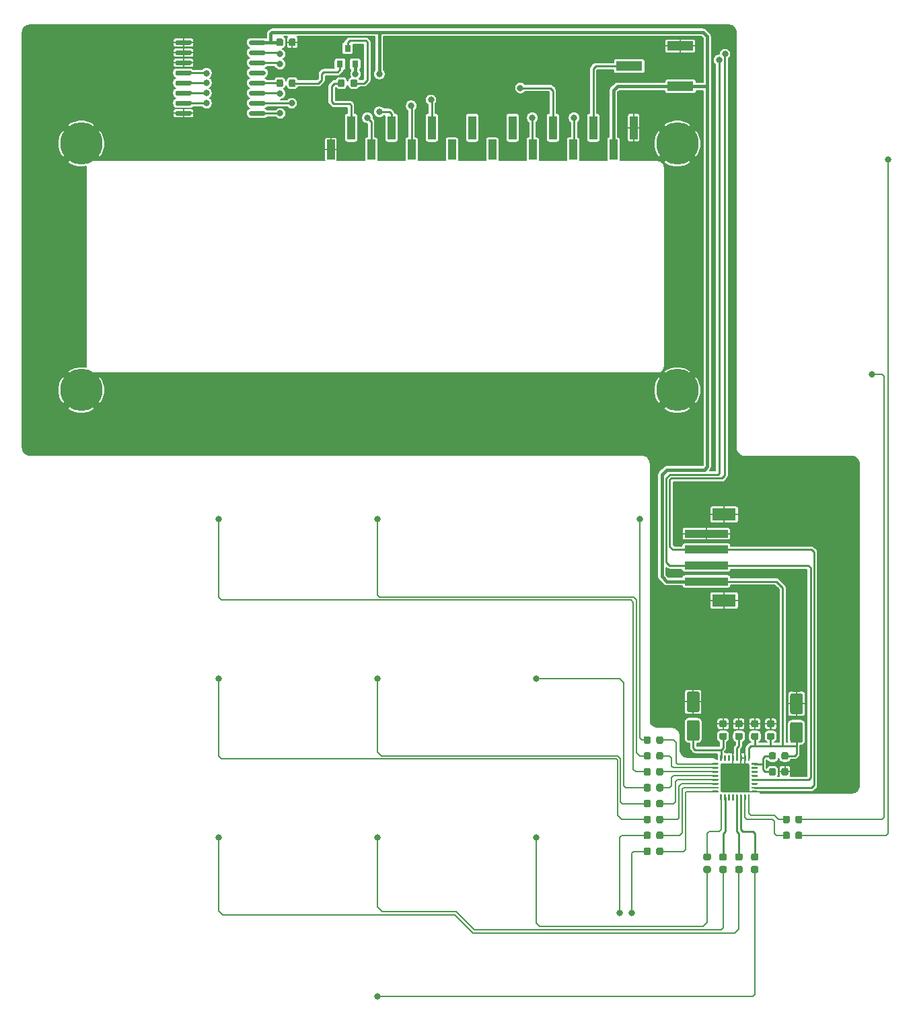
<source format=gbr>
G04 #@! TF.GenerationSoftware,KiCad,Pcbnew,(5.1.6)-1*
G04 #@! TF.CreationDate,2020-10-27T15:14:38-03:00*
G04 #@! TF.ProjectId,PanelFrontal,50616e65-6c46-4726-9f6e-74616c2e6b69,v1.0*
G04 #@! TF.SameCoordinates,Original*
G04 #@! TF.FileFunction,Copper,L1,Top*
G04 #@! TF.FilePolarity,Positive*
%FSLAX46Y46*%
G04 Gerber Fmt 4.6, Leading zero omitted, Abs format (unit mm)*
G04 Created by KiCad (PCBNEW (5.1.6)-1) date 2020-10-27 15:14:38*
%MOMM*%
%LPD*%
G01*
G04 APERTURE LIST*
G04 #@! TA.AperFunction,SMDPad,CuDef*
%ADD10R,5.500000X1.000000*%
G04 #@! TD*
G04 #@! TA.AperFunction,SMDPad,CuDef*
%ADD11R,3.000000X1.600000*%
G04 #@! TD*
G04 #@! TA.AperFunction,SMDPad,CuDef*
%ADD12R,1.000000X2.500000*%
G04 #@! TD*
G04 #@! TA.AperFunction,SMDPad,CuDef*
%ADD13R,1.000000X3.000000*%
G04 #@! TD*
G04 #@! TA.AperFunction,SMDPad,CuDef*
%ADD14R,3.300000X1.200000*%
G04 #@! TD*
G04 #@! TA.AperFunction,ComponentPad*
%ADD15C,5.300000*%
G04 #@! TD*
G04 #@! TA.AperFunction,SMDPad,CuDef*
%ADD16R,0.800000X0.900000*%
G04 #@! TD*
G04 #@! TA.AperFunction,ViaPad*
%ADD17C,0.800000*%
G04 #@! TD*
G04 #@! TA.AperFunction,Conductor*
%ADD18C,0.250000*%
G04 #@! TD*
G04 #@! TA.AperFunction,Conductor*
%ADD19C,0.200000*%
G04 #@! TD*
G04 #@! TA.AperFunction,Conductor*
%ADD20C,0.400000*%
G04 #@! TD*
G04 APERTURE END LIST*
G04 #@! TA.AperFunction,SMDPad,CuDef*
G36*
G01*
X210875000Y-160662500D02*
X210875000Y-161287500D01*
G75*
G02*
X210812500Y-161350000I-62500J0D01*
G01*
X210687500Y-161350000D01*
G75*
G02*
X210625000Y-161287500I0J62500D01*
G01*
X210625000Y-160662500D01*
G75*
G02*
X210687500Y-160600000I62500J0D01*
G01*
X210812500Y-160600000D01*
G75*
G02*
X210875000Y-160662500I0J-62500D01*
G01*
G37*
G04 #@! TD.AperFunction*
G04 #@! TA.AperFunction,SMDPad,CuDef*
G36*
G01*
X210375000Y-160662500D02*
X210375000Y-161287500D01*
G75*
G02*
X210312500Y-161350000I-62500J0D01*
G01*
X210187500Y-161350000D01*
G75*
G02*
X210125000Y-161287500I0J62500D01*
G01*
X210125000Y-160662500D01*
G75*
G02*
X210187500Y-160600000I62500J0D01*
G01*
X210312500Y-160600000D01*
G75*
G02*
X210375000Y-160662500I0J-62500D01*
G01*
G37*
G04 #@! TD.AperFunction*
G04 #@! TA.AperFunction,SMDPad,CuDef*
G36*
G01*
X209875000Y-160662500D02*
X209875000Y-161287500D01*
G75*
G02*
X209812500Y-161350000I-62500J0D01*
G01*
X209687500Y-161350000D01*
G75*
G02*
X209625000Y-161287500I0J62500D01*
G01*
X209625000Y-160662500D01*
G75*
G02*
X209687500Y-160600000I62500J0D01*
G01*
X209812500Y-160600000D01*
G75*
G02*
X209875000Y-160662500I0J-62500D01*
G01*
G37*
G04 #@! TD.AperFunction*
G04 #@! TA.AperFunction,SMDPad,CuDef*
G36*
G01*
X209375000Y-160662500D02*
X209375000Y-161287500D01*
G75*
G02*
X209312500Y-161350000I-62500J0D01*
G01*
X209187500Y-161350000D01*
G75*
G02*
X209125000Y-161287500I0J62500D01*
G01*
X209125000Y-160662500D01*
G75*
G02*
X209187500Y-160600000I62500J0D01*
G01*
X209312500Y-160600000D01*
G75*
G02*
X209375000Y-160662500I0J-62500D01*
G01*
G37*
G04 #@! TD.AperFunction*
G04 #@! TA.AperFunction,SMDPad,CuDef*
G36*
G01*
X208875000Y-160662500D02*
X208875000Y-161287500D01*
G75*
G02*
X208812500Y-161350000I-62500J0D01*
G01*
X208687500Y-161350000D01*
G75*
G02*
X208625000Y-161287500I0J62500D01*
G01*
X208625000Y-160662500D01*
G75*
G02*
X208687500Y-160600000I62500J0D01*
G01*
X208812500Y-160600000D01*
G75*
G02*
X208875000Y-160662500I0J-62500D01*
G01*
G37*
G04 #@! TD.AperFunction*
G04 #@! TA.AperFunction,SMDPad,CuDef*
G36*
G01*
X208375000Y-160662500D02*
X208375000Y-161287500D01*
G75*
G02*
X208312500Y-161350000I-62500J0D01*
G01*
X208187500Y-161350000D01*
G75*
G02*
X208125000Y-161287500I0J62500D01*
G01*
X208125000Y-160662500D01*
G75*
G02*
X208187500Y-160600000I62500J0D01*
G01*
X208312500Y-160600000D01*
G75*
G02*
X208375000Y-160662500I0J-62500D01*
G01*
G37*
G04 #@! TD.AperFunction*
G04 #@! TA.AperFunction,SMDPad,CuDef*
G36*
G01*
X207875000Y-160662500D02*
X207875000Y-161287500D01*
G75*
G02*
X207812500Y-161350000I-62500J0D01*
G01*
X207687500Y-161350000D01*
G75*
G02*
X207625000Y-161287500I0J62500D01*
G01*
X207625000Y-160662500D01*
G75*
G02*
X207687500Y-160600000I62500J0D01*
G01*
X207812500Y-160600000D01*
G75*
G02*
X207875000Y-160662500I0J-62500D01*
G01*
G37*
G04 #@! TD.AperFunction*
G04 #@! TA.AperFunction,SMDPad,CuDef*
G36*
G01*
X207375000Y-160662500D02*
X207375000Y-161287500D01*
G75*
G02*
X207312500Y-161350000I-62500J0D01*
G01*
X207187500Y-161350000D01*
G75*
G02*
X207125000Y-161287500I0J62500D01*
G01*
X207125000Y-160662500D01*
G75*
G02*
X207187500Y-160600000I62500J0D01*
G01*
X207312500Y-160600000D01*
G75*
G02*
X207375000Y-160662500I0J-62500D01*
G01*
G37*
G04 #@! TD.AperFunction*
G04 #@! TA.AperFunction,SMDPad,CuDef*
G36*
G01*
X206900000Y-160187500D02*
X206900000Y-160312500D01*
G75*
G02*
X206837500Y-160375000I-62500J0D01*
G01*
X206212500Y-160375000D01*
G75*
G02*
X206150000Y-160312500I0J62500D01*
G01*
X206150000Y-160187500D01*
G75*
G02*
X206212500Y-160125000I62500J0D01*
G01*
X206837500Y-160125000D01*
G75*
G02*
X206900000Y-160187500I0J-62500D01*
G01*
G37*
G04 #@! TD.AperFunction*
G04 #@! TA.AperFunction,SMDPad,CuDef*
G36*
G01*
X206900000Y-159687500D02*
X206900000Y-159812500D01*
G75*
G02*
X206837500Y-159875000I-62500J0D01*
G01*
X206212500Y-159875000D01*
G75*
G02*
X206150000Y-159812500I0J62500D01*
G01*
X206150000Y-159687500D01*
G75*
G02*
X206212500Y-159625000I62500J0D01*
G01*
X206837500Y-159625000D01*
G75*
G02*
X206900000Y-159687500I0J-62500D01*
G01*
G37*
G04 #@! TD.AperFunction*
G04 #@! TA.AperFunction,SMDPad,CuDef*
G36*
G01*
X206900000Y-159187500D02*
X206900000Y-159312500D01*
G75*
G02*
X206837500Y-159375000I-62500J0D01*
G01*
X206212500Y-159375000D01*
G75*
G02*
X206150000Y-159312500I0J62500D01*
G01*
X206150000Y-159187500D01*
G75*
G02*
X206212500Y-159125000I62500J0D01*
G01*
X206837500Y-159125000D01*
G75*
G02*
X206900000Y-159187500I0J-62500D01*
G01*
G37*
G04 #@! TD.AperFunction*
G04 #@! TA.AperFunction,SMDPad,CuDef*
G36*
G01*
X206900000Y-158687500D02*
X206900000Y-158812500D01*
G75*
G02*
X206837500Y-158875000I-62500J0D01*
G01*
X206212500Y-158875000D01*
G75*
G02*
X206150000Y-158812500I0J62500D01*
G01*
X206150000Y-158687500D01*
G75*
G02*
X206212500Y-158625000I62500J0D01*
G01*
X206837500Y-158625000D01*
G75*
G02*
X206900000Y-158687500I0J-62500D01*
G01*
G37*
G04 #@! TD.AperFunction*
G04 #@! TA.AperFunction,SMDPad,CuDef*
G36*
G01*
X206900000Y-158187500D02*
X206900000Y-158312500D01*
G75*
G02*
X206837500Y-158375000I-62500J0D01*
G01*
X206212500Y-158375000D01*
G75*
G02*
X206150000Y-158312500I0J62500D01*
G01*
X206150000Y-158187500D01*
G75*
G02*
X206212500Y-158125000I62500J0D01*
G01*
X206837500Y-158125000D01*
G75*
G02*
X206900000Y-158187500I0J-62500D01*
G01*
G37*
G04 #@! TD.AperFunction*
G04 #@! TA.AperFunction,SMDPad,CuDef*
G36*
G01*
X206900000Y-157687500D02*
X206900000Y-157812500D01*
G75*
G02*
X206837500Y-157875000I-62500J0D01*
G01*
X206212500Y-157875000D01*
G75*
G02*
X206150000Y-157812500I0J62500D01*
G01*
X206150000Y-157687500D01*
G75*
G02*
X206212500Y-157625000I62500J0D01*
G01*
X206837500Y-157625000D01*
G75*
G02*
X206900000Y-157687500I0J-62500D01*
G01*
G37*
G04 #@! TD.AperFunction*
G04 #@! TA.AperFunction,SMDPad,CuDef*
G36*
G01*
X206900000Y-157187500D02*
X206900000Y-157312500D01*
G75*
G02*
X206837500Y-157375000I-62500J0D01*
G01*
X206212500Y-157375000D01*
G75*
G02*
X206150000Y-157312500I0J62500D01*
G01*
X206150000Y-157187500D01*
G75*
G02*
X206212500Y-157125000I62500J0D01*
G01*
X206837500Y-157125000D01*
G75*
G02*
X206900000Y-157187500I0J-62500D01*
G01*
G37*
G04 #@! TD.AperFunction*
G04 #@! TA.AperFunction,SMDPad,CuDef*
G36*
G01*
X206900000Y-156687500D02*
X206900000Y-156812500D01*
G75*
G02*
X206837500Y-156875000I-62500J0D01*
G01*
X206212500Y-156875000D01*
G75*
G02*
X206150000Y-156812500I0J62500D01*
G01*
X206150000Y-156687500D01*
G75*
G02*
X206212500Y-156625000I62500J0D01*
G01*
X206837500Y-156625000D01*
G75*
G02*
X206900000Y-156687500I0J-62500D01*
G01*
G37*
G04 #@! TD.AperFunction*
G04 #@! TA.AperFunction,SMDPad,CuDef*
G36*
G01*
X207375000Y-155712500D02*
X207375000Y-156337500D01*
G75*
G02*
X207312500Y-156400000I-62500J0D01*
G01*
X207187500Y-156400000D01*
G75*
G02*
X207125000Y-156337500I0J62500D01*
G01*
X207125000Y-155712500D01*
G75*
G02*
X207187500Y-155650000I62500J0D01*
G01*
X207312500Y-155650000D01*
G75*
G02*
X207375000Y-155712500I0J-62500D01*
G01*
G37*
G04 #@! TD.AperFunction*
G04 #@! TA.AperFunction,SMDPad,CuDef*
G36*
G01*
X207875000Y-155712500D02*
X207875000Y-156337500D01*
G75*
G02*
X207812500Y-156400000I-62500J0D01*
G01*
X207687500Y-156400000D01*
G75*
G02*
X207625000Y-156337500I0J62500D01*
G01*
X207625000Y-155712500D01*
G75*
G02*
X207687500Y-155650000I62500J0D01*
G01*
X207812500Y-155650000D01*
G75*
G02*
X207875000Y-155712500I0J-62500D01*
G01*
G37*
G04 #@! TD.AperFunction*
G04 #@! TA.AperFunction,SMDPad,CuDef*
G36*
G01*
X208375000Y-155712500D02*
X208375000Y-156337500D01*
G75*
G02*
X208312500Y-156400000I-62500J0D01*
G01*
X208187500Y-156400000D01*
G75*
G02*
X208125000Y-156337500I0J62500D01*
G01*
X208125000Y-155712500D01*
G75*
G02*
X208187500Y-155650000I62500J0D01*
G01*
X208312500Y-155650000D01*
G75*
G02*
X208375000Y-155712500I0J-62500D01*
G01*
G37*
G04 #@! TD.AperFunction*
G04 #@! TA.AperFunction,SMDPad,CuDef*
G36*
G01*
X208875000Y-155712500D02*
X208875000Y-156337500D01*
G75*
G02*
X208812500Y-156400000I-62500J0D01*
G01*
X208687500Y-156400000D01*
G75*
G02*
X208625000Y-156337500I0J62500D01*
G01*
X208625000Y-155712500D01*
G75*
G02*
X208687500Y-155650000I62500J0D01*
G01*
X208812500Y-155650000D01*
G75*
G02*
X208875000Y-155712500I0J-62500D01*
G01*
G37*
G04 #@! TD.AperFunction*
G04 #@! TA.AperFunction,SMDPad,CuDef*
G36*
G01*
X209375000Y-155712500D02*
X209375000Y-156337500D01*
G75*
G02*
X209312500Y-156400000I-62500J0D01*
G01*
X209187500Y-156400000D01*
G75*
G02*
X209125000Y-156337500I0J62500D01*
G01*
X209125000Y-155712500D01*
G75*
G02*
X209187500Y-155650000I62500J0D01*
G01*
X209312500Y-155650000D01*
G75*
G02*
X209375000Y-155712500I0J-62500D01*
G01*
G37*
G04 #@! TD.AperFunction*
G04 #@! TA.AperFunction,SMDPad,CuDef*
G36*
G01*
X209875000Y-155712500D02*
X209875000Y-156337500D01*
G75*
G02*
X209812500Y-156400000I-62500J0D01*
G01*
X209687500Y-156400000D01*
G75*
G02*
X209625000Y-156337500I0J62500D01*
G01*
X209625000Y-155712500D01*
G75*
G02*
X209687500Y-155650000I62500J0D01*
G01*
X209812500Y-155650000D01*
G75*
G02*
X209875000Y-155712500I0J-62500D01*
G01*
G37*
G04 #@! TD.AperFunction*
G04 #@! TA.AperFunction,SMDPad,CuDef*
G36*
G01*
X210375000Y-155712500D02*
X210375000Y-156337500D01*
G75*
G02*
X210312500Y-156400000I-62500J0D01*
G01*
X210187500Y-156400000D01*
G75*
G02*
X210125000Y-156337500I0J62500D01*
G01*
X210125000Y-155712500D01*
G75*
G02*
X210187500Y-155650000I62500J0D01*
G01*
X210312500Y-155650000D01*
G75*
G02*
X210375000Y-155712500I0J-62500D01*
G01*
G37*
G04 #@! TD.AperFunction*
G04 #@! TA.AperFunction,SMDPad,CuDef*
G36*
G01*
X210875000Y-155712500D02*
X210875000Y-156337500D01*
G75*
G02*
X210812500Y-156400000I-62500J0D01*
G01*
X210687500Y-156400000D01*
G75*
G02*
X210625000Y-156337500I0J62500D01*
G01*
X210625000Y-155712500D01*
G75*
G02*
X210687500Y-155650000I62500J0D01*
G01*
X210812500Y-155650000D01*
G75*
G02*
X210875000Y-155712500I0J-62500D01*
G01*
G37*
G04 #@! TD.AperFunction*
G04 #@! TA.AperFunction,SMDPad,CuDef*
G36*
G01*
X211850000Y-156687500D02*
X211850000Y-156812500D01*
G75*
G02*
X211787500Y-156875000I-62500J0D01*
G01*
X211162500Y-156875000D01*
G75*
G02*
X211100000Y-156812500I0J62500D01*
G01*
X211100000Y-156687500D01*
G75*
G02*
X211162500Y-156625000I62500J0D01*
G01*
X211787500Y-156625000D01*
G75*
G02*
X211850000Y-156687500I0J-62500D01*
G01*
G37*
G04 #@! TD.AperFunction*
G04 #@! TA.AperFunction,SMDPad,CuDef*
G36*
G01*
X211850000Y-157187500D02*
X211850000Y-157312500D01*
G75*
G02*
X211787500Y-157375000I-62500J0D01*
G01*
X211162500Y-157375000D01*
G75*
G02*
X211100000Y-157312500I0J62500D01*
G01*
X211100000Y-157187500D01*
G75*
G02*
X211162500Y-157125000I62500J0D01*
G01*
X211787500Y-157125000D01*
G75*
G02*
X211850000Y-157187500I0J-62500D01*
G01*
G37*
G04 #@! TD.AperFunction*
G04 #@! TA.AperFunction,SMDPad,CuDef*
G36*
G01*
X211850000Y-157687500D02*
X211850000Y-157812500D01*
G75*
G02*
X211787500Y-157875000I-62500J0D01*
G01*
X211162500Y-157875000D01*
G75*
G02*
X211100000Y-157812500I0J62500D01*
G01*
X211100000Y-157687500D01*
G75*
G02*
X211162500Y-157625000I62500J0D01*
G01*
X211787500Y-157625000D01*
G75*
G02*
X211850000Y-157687500I0J-62500D01*
G01*
G37*
G04 #@! TD.AperFunction*
G04 #@! TA.AperFunction,SMDPad,CuDef*
G36*
G01*
X211850000Y-158187500D02*
X211850000Y-158312500D01*
G75*
G02*
X211787500Y-158375000I-62500J0D01*
G01*
X211162500Y-158375000D01*
G75*
G02*
X211100000Y-158312500I0J62500D01*
G01*
X211100000Y-158187500D01*
G75*
G02*
X211162500Y-158125000I62500J0D01*
G01*
X211787500Y-158125000D01*
G75*
G02*
X211850000Y-158187500I0J-62500D01*
G01*
G37*
G04 #@! TD.AperFunction*
G04 #@! TA.AperFunction,SMDPad,CuDef*
G36*
G01*
X211850000Y-158687500D02*
X211850000Y-158812500D01*
G75*
G02*
X211787500Y-158875000I-62500J0D01*
G01*
X211162500Y-158875000D01*
G75*
G02*
X211100000Y-158812500I0J62500D01*
G01*
X211100000Y-158687500D01*
G75*
G02*
X211162500Y-158625000I62500J0D01*
G01*
X211787500Y-158625000D01*
G75*
G02*
X211850000Y-158687500I0J-62500D01*
G01*
G37*
G04 #@! TD.AperFunction*
G04 #@! TA.AperFunction,SMDPad,CuDef*
G36*
G01*
X211850000Y-159187500D02*
X211850000Y-159312500D01*
G75*
G02*
X211787500Y-159375000I-62500J0D01*
G01*
X211162500Y-159375000D01*
G75*
G02*
X211100000Y-159312500I0J62500D01*
G01*
X211100000Y-159187500D01*
G75*
G02*
X211162500Y-159125000I62500J0D01*
G01*
X211787500Y-159125000D01*
G75*
G02*
X211850000Y-159187500I0J-62500D01*
G01*
G37*
G04 #@! TD.AperFunction*
G04 #@! TA.AperFunction,SMDPad,CuDef*
G36*
G01*
X211850000Y-159687500D02*
X211850000Y-159812500D01*
G75*
G02*
X211787500Y-159875000I-62500J0D01*
G01*
X211162500Y-159875000D01*
G75*
G02*
X211100000Y-159812500I0J62500D01*
G01*
X211100000Y-159687500D01*
G75*
G02*
X211162500Y-159625000I62500J0D01*
G01*
X211787500Y-159625000D01*
G75*
G02*
X211850000Y-159687500I0J-62500D01*
G01*
G37*
G04 #@! TD.AperFunction*
G04 #@! TA.AperFunction,SMDPad,CuDef*
G36*
G01*
X211850000Y-160187500D02*
X211850000Y-160312500D01*
G75*
G02*
X211787500Y-160375000I-62500J0D01*
G01*
X211162500Y-160375000D01*
G75*
G02*
X211100000Y-160312500I0J62500D01*
G01*
X211100000Y-160187500D01*
G75*
G02*
X211162500Y-160125000I62500J0D01*
G01*
X211787500Y-160125000D01*
G75*
G02*
X211850000Y-160187500I0J-62500D01*
G01*
G37*
G04 #@! TD.AperFunction*
G04 #@! TA.AperFunction,SMDPad,CuDef*
G36*
G01*
X210825000Y-156924999D02*
X210825000Y-160075001D01*
G75*
G02*
X210575001Y-160325000I-249999J0D01*
G01*
X207424999Y-160325000D01*
G75*
G02*
X207175000Y-160075001I0J249999D01*
G01*
X207175000Y-156924999D01*
G75*
G02*
X207424999Y-156675000I249999J0D01*
G01*
X210575001Y-156675000D01*
G75*
G02*
X210825000Y-156924999I0J-249999D01*
G01*
G37*
G04 #@! TD.AperFunction*
G04 #@! TA.AperFunction,SMDPad,CuDef*
G36*
G01*
X199100000Y-162006250D02*
X199100000Y-161493750D01*
G75*
G02*
X199318750Y-161275000I218750J0D01*
G01*
X199756250Y-161275000D01*
G75*
G02*
X199975000Y-161493750I0J-218750D01*
G01*
X199975000Y-162006250D01*
G75*
G02*
X199756250Y-162225000I-218750J0D01*
G01*
X199318750Y-162225000D01*
G75*
G02*
X199100000Y-162006250I0J218750D01*
G01*
G37*
G04 #@! TD.AperFunction*
G04 #@! TA.AperFunction,SMDPad,CuDef*
G36*
G01*
X197525000Y-162006250D02*
X197525000Y-161493750D01*
G75*
G02*
X197743750Y-161275000I218750J0D01*
G01*
X198181250Y-161275000D01*
G75*
G02*
X198400000Y-161493750I0J-218750D01*
G01*
X198400000Y-162006250D01*
G75*
G02*
X198181250Y-162225000I-218750J0D01*
G01*
X197743750Y-162225000D01*
G75*
G02*
X197525000Y-162006250I0J218750D01*
G01*
G37*
G04 #@! TD.AperFunction*
D10*
X205400000Y-129800000D03*
X205400000Y-133800000D03*
D11*
X207650000Y-125400000D03*
X207650000Y-136200000D03*
D10*
X205400000Y-127800000D03*
X205400000Y-131800000D03*
G04 #@! TA.AperFunction,SMDPad,CuDef*
G36*
G01*
X207756250Y-152150000D02*
X207243750Y-152150000D01*
G75*
G02*
X207025000Y-151931250I0J218750D01*
G01*
X207025000Y-151493750D01*
G75*
G02*
X207243750Y-151275000I218750J0D01*
G01*
X207756250Y-151275000D01*
G75*
G02*
X207975000Y-151493750I0J-218750D01*
G01*
X207975000Y-151931250D01*
G75*
G02*
X207756250Y-152150000I-218750J0D01*
G01*
G37*
G04 #@! TD.AperFunction*
G04 #@! TA.AperFunction,SMDPad,CuDef*
G36*
G01*
X207756250Y-153725000D02*
X207243750Y-153725000D01*
G75*
G02*
X207025000Y-153506250I0J218750D01*
G01*
X207025000Y-153068750D01*
G75*
G02*
X207243750Y-152850000I218750J0D01*
G01*
X207756250Y-152850000D01*
G75*
G02*
X207975000Y-153068750I0J-218750D01*
G01*
X207975000Y-153506250D01*
G75*
G02*
X207756250Y-153725000I-218750J0D01*
G01*
G37*
G04 #@! TD.AperFunction*
G04 #@! TA.AperFunction,SMDPad,CuDef*
G36*
G01*
X213756250Y-152150000D02*
X213243750Y-152150000D01*
G75*
G02*
X213025000Y-151931250I0J218750D01*
G01*
X213025000Y-151493750D01*
G75*
G02*
X213243750Y-151275000I218750J0D01*
G01*
X213756250Y-151275000D01*
G75*
G02*
X213975000Y-151493750I0J-218750D01*
G01*
X213975000Y-151931250D01*
G75*
G02*
X213756250Y-152150000I-218750J0D01*
G01*
G37*
G04 #@! TD.AperFunction*
G04 #@! TA.AperFunction,SMDPad,CuDef*
G36*
G01*
X213756250Y-153725000D02*
X213243750Y-153725000D01*
G75*
G02*
X213025000Y-153506250I0J218750D01*
G01*
X213025000Y-153068750D01*
G75*
G02*
X213243750Y-152850000I218750J0D01*
G01*
X213756250Y-152850000D01*
G75*
G02*
X213975000Y-153068750I0J-218750D01*
G01*
X213975000Y-153506250D01*
G75*
G02*
X213756250Y-153725000I-218750J0D01*
G01*
G37*
G04 #@! TD.AperFunction*
D12*
X158150000Y-79500000D03*
X163230000Y-79500000D03*
X168310000Y-79500000D03*
X173390000Y-79500000D03*
X178470000Y-79500000D03*
X183550000Y-79500000D03*
X188630000Y-79500000D03*
D13*
X160690000Y-76750000D03*
X165770000Y-76750000D03*
X170850000Y-76750000D03*
X175930000Y-76750000D03*
X181010000Y-76750000D03*
X186090000Y-76750000D03*
X191170000Y-76750000D03*
D12*
X193710000Y-79500000D03*
D13*
X196250000Y-76750000D03*
D14*
X202150000Y-71540000D03*
X202100000Y-66460000D03*
X195700000Y-69000000D03*
G04 #@! TA.AperFunction,SMDPad,CuDef*
G36*
G01*
X147875000Y-66205000D02*
X147875000Y-65905000D01*
G75*
G02*
X148025000Y-65755000I150000J0D01*
G01*
X149775000Y-65755000D01*
G75*
G02*
X149925000Y-65905000I0J-150000D01*
G01*
X149925000Y-66205000D01*
G75*
G02*
X149775000Y-66355000I-150000J0D01*
G01*
X148025000Y-66355000D01*
G75*
G02*
X147875000Y-66205000I0J150000D01*
G01*
G37*
G04 #@! TD.AperFunction*
G04 #@! TA.AperFunction,SMDPad,CuDef*
G36*
G01*
X147875000Y-67475000D02*
X147875000Y-67175000D01*
G75*
G02*
X148025000Y-67025000I150000J0D01*
G01*
X149775000Y-67025000D01*
G75*
G02*
X149925000Y-67175000I0J-150000D01*
G01*
X149925000Y-67475000D01*
G75*
G02*
X149775000Y-67625000I-150000J0D01*
G01*
X148025000Y-67625000D01*
G75*
G02*
X147875000Y-67475000I0J150000D01*
G01*
G37*
G04 #@! TD.AperFunction*
G04 #@! TA.AperFunction,SMDPad,CuDef*
G36*
G01*
X147875000Y-68745000D02*
X147875000Y-68445000D01*
G75*
G02*
X148025000Y-68295000I150000J0D01*
G01*
X149775000Y-68295000D01*
G75*
G02*
X149925000Y-68445000I0J-150000D01*
G01*
X149925000Y-68745000D01*
G75*
G02*
X149775000Y-68895000I-150000J0D01*
G01*
X148025000Y-68895000D01*
G75*
G02*
X147875000Y-68745000I0J150000D01*
G01*
G37*
G04 #@! TD.AperFunction*
G04 #@! TA.AperFunction,SMDPad,CuDef*
G36*
G01*
X147875000Y-70015000D02*
X147875000Y-69715000D01*
G75*
G02*
X148025000Y-69565000I150000J0D01*
G01*
X149775000Y-69565000D01*
G75*
G02*
X149925000Y-69715000I0J-150000D01*
G01*
X149925000Y-70015000D01*
G75*
G02*
X149775000Y-70165000I-150000J0D01*
G01*
X148025000Y-70165000D01*
G75*
G02*
X147875000Y-70015000I0J150000D01*
G01*
G37*
G04 #@! TD.AperFunction*
G04 #@! TA.AperFunction,SMDPad,CuDef*
G36*
G01*
X147875000Y-71285000D02*
X147875000Y-70985000D01*
G75*
G02*
X148025000Y-70835000I150000J0D01*
G01*
X149775000Y-70835000D01*
G75*
G02*
X149925000Y-70985000I0J-150000D01*
G01*
X149925000Y-71285000D01*
G75*
G02*
X149775000Y-71435000I-150000J0D01*
G01*
X148025000Y-71435000D01*
G75*
G02*
X147875000Y-71285000I0J150000D01*
G01*
G37*
G04 #@! TD.AperFunction*
G04 #@! TA.AperFunction,SMDPad,CuDef*
G36*
G01*
X147875000Y-72555000D02*
X147875000Y-72255000D01*
G75*
G02*
X148025000Y-72105000I150000J0D01*
G01*
X149775000Y-72105000D01*
G75*
G02*
X149925000Y-72255000I0J-150000D01*
G01*
X149925000Y-72555000D01*
G75*
G02*
X149775000Y-72705000I-150000J0D01*
G01*
X148025000Y-72705000D01*
G75*
G02*
X147875000Y-72555000I0J150000D01*
G01*
G37*
G04 #@! TD.AperFunction*
G04 #@! TA.AperFunction,SMDPad,CuDef*
G36*
G01*
X147875000Y-73825000D02*
X147875000Y-73525000D01*
G75*
G02*
X148025000Y-73375000I150000J0D01*
G01*
X149775000Y-73375000D01*
G75*
G02*
X149925000Y-73525000I0J-150000D01*
G01*
X149925000Y-73825000D01*
G75*
G02*
X149775000Y-73975000I-150000J0D01*
G01*
X148025000Y-73975000D01*
G75*
G02*
X147875000Y-73825000I0J150000D01*
G01*
G37*
G04 #@! TD.AperFunction*
G04 #@! TA.AperFunction,SMDPad,CuDef*
G36*
G01*
X147875000Y-75095000D02*
X147875000Y-74795000D01*
G75*
G02*
X148025000Y-74645000I150000J0D01*
G01*
X149775000Y-74645000D01*
G75*
G02*
X149925000Y-74795000I0J-150000D01*
G01*
X149925000Y-75095000D01*
G75*
G02*
X149775000Y-75245000I-150000J0D01*
G01*
X148025000Y-75245000D01*
G75*
G02*
X147875000Y-75095000I0J150000D01*
G01*
G37*
G04 #@! TD.AperFunction*
G04 #@! TA.AperFunction,SMDPad,CuDef*
G36*
G01*
X138575000Y-75095000D02*
X138575000Y-74795000D01*
G75*
G02*
X138725000Y-74645000I150000J0D01*
G01*
X140475000Y-74645000D01*
G75*
G02*
X140625000Y-74795000I0J-150000D01*
G01*
X140625000Y-75095000D01*
G75*
G02*
X140475000Y-75245000I-150000J0D01*
G01*
X138725000Y-75245000D01*
G75*
G02*
X138575000Y-75095000I0J150000D01*
G01*
G37*
G04 #@! TD.AperFunction*
G04 #@! TA.AperFunction,SMDPad,CuDef*
G36*
G01*
X138575000Y-73825000D02*
X138575000Y-73525000D01*
G75*
G02*
X138725000Y-73375000I150000J0D01*
G01*
X140475000Y-73375000D01*
G75*
G02*
X140625000Y-73525000I0J-150000D01*
G01*
X140625000Y-73825000D01*
G75*
G02*
X140475000Y-73975000I-150000J0D01*
G01*
X138725000Y-73975000D01*
G75*
G02*
X138575000Y-73825000I0J150000D01*
G01*
G37*
G04 #@! TD.AperFunction*
G04 #@! TA.AperFunction,SMDPad,CuDef*
G36*
G01*
X138575000Y-72555000D02*
X138575000Y-72255000D01*
G75*
G02*
X138725000Y-72105000I150000J0D01*
G01*
X140475000Y-72105000D01*
G75*
G02*
X140625000Y-72255000I0J-150000D01*
G01*
X140625000Y-72555000D01*
G75*
G02*
X140475000Y-72705000I-150000J0D01*
G01*
X138725000Y-72705000D01*
G75*
G02*
X138575000Y-72555000I0J150000D01*
G01*
G37*
G04 #@! TD.AperFunction*
G04 #@! TA.AperFunction,SMDPad,CuDef*
G36*
G01*
X138575000Y-71285000D02*
X138575000Y-70985000D01*
G75*
G02*
X138725000Y-70835000I150000J0D01*
G01*
X140475000Y-70835000D01*
G75*
G02*
X140625000Y-70985000I0J-150000D01*
G01*
X140625000Y-71285000D01*
G75*
G02*
X140475000Y-71435000I-150000J0D01*
G01*
X138725000Y-71435000D01*
G75*
G02*
X138575000Y-71285000I0J150000D01*
G01*
G37*
G04 #@! TD.AperFunction*
G04 #@! TA.AperFunction,SMDPad,CuDef*
G36*
G01*
X138575000Y-70015000D02*
X138575000Y-69715000D01*
G75*
G02*
X138725000Y-69565000I150000J0D01*
G01*
X140475000Y-69565000D01*
G75*
G02*
X140625000Y-69715000I0J-150000D01*
G01*
X140625000Y-70015000D01*
G75*
G02*
X140475000Y-70165000I-150000J0D01*
G01*
X138725000Y-70165000D01*
G75*
G02*
X138575000Y-70015000I0J150000D01*
G01*
G37*
G04 #@! TD.AperFunction*
G04 #@! TA.AperFunction,SMDPad,CuDef*
G36*
G01*
X138575000Y-68745000D02*
X138575000Y-68445000D01*
G75*
G02*
X138725000Y-68295000I150000J0D01*
G01*
X140475000Y-68295000D01*
G75*
G02*
X140625000Y-68445000I0J-150000D01*
G01*
X140625000Y-68745000D01*
G75*
G02*
X140475000Y-68895000I-150000J0D01*
G01*
X138725000Y-68895000D01*
G75*
G02*
X138575000Y-68745000I0J150000D01*
G01*
G37*
G04 #@! TD.AperFunction*
G04 #@! TA.AperFunction,SMDPad,CuDef*
G36*
G01*
X138575000Y-67475000D02*
X138575000Y-67175000D01*
G75*
G02*
X138725000Y-67025000I150000J0D01*
G01*
X140475000Y-67025000D01*
G75*
G02*
X140625000Y-67175000I0J-150000D01*
G01*
X140625000Y-67475000D01*
G75*
G02*
X140475000Y-67625000I-150000J0D01*
G01*
X138725000Y-67625000D01*
G75*
G02*
X138575000Y-67475000I0J150000D01*
G01*
G37*
G04 #@! TD.AperFunction*
G04 #@! TA.AperFunction,SMDPad,CuDef*
G36*
G01*
X138575000Y-66205000D02*
X138575000Y-65905000D01*
G75*
G02*
X138725000Y-65755000I150000J0D01*
G01*
X140475000Y-65755000D01*
G75*
G02*
X140625000Y-65905000I0J-150000D01*
G01*
X140625000Y-66205000D01*
G75*
G02*
X140475000Y-66355000I-150000J0D01*
G01*
X138725000Y-66355000D01*
G75*
G02*
X138575000Y-66205000I0J150000D01*
G01*
G37*
G04 #@! TD.AperFunction*
G04 #@! TA.AperFunction,SMDPad,CuDef*
G36*
G01*
X160600000Y-71406250D02*
X160600000Y-70893750D01*
G75*
G02*
X160818750Y-70675000I218750J0D01*
G01*
X161256250Y-70675000D01*
G75*
G02*
X161475000Y-70893750I0J-218750D01*
G01*
X161475000Y-71406250D01*
G75*
G02*
X161256250Y-71625000I-218750J0D01*
G01*
X160818750Y-71625000D01*
G75*
G02*
X160600000Y-71406250I0J218750D01*
G01*
G37*
G04 #@! TD.AperFunction*
G04 #@! TA.AperFunction,SMDPad,CuDef*
G36*
G01*
X159025000Y-71406250D02*
X159025000Y-70893750D01*
G75*
G02*
X159243750Y-70675000I218750J0D01*
G01*
X159681250Y-70675000D01*
G75*
G02*
X159900000Y-70893750I0J-218750D01*
G01*
X159900000Y-71406250D01*
G75*
G02*
X159681250Y-71625000I-218750J0D01*
G01*
X159243750Y-71625000D01*
G75*
G02*
X159025000Y-71406250I0J218750D01*
G01*
G37*
G04 #@! TD.AperFunction*
G04 #@! TA.AperFunction,SMDPad,CuDef*
G36*
G01*
X152850000Y-71406250D02*
X152850000Y-70893750D01*
G75*
G02*
X153068750Y-70675000I218750J0D01*
G01*
X153506250Y-70675000D01*
G75*
G02*
X153725000Y-70893750I0J-218750D01*
G01*
X153725000Y-71406250D01*
G75*
G02*
X153506250Y-71625000I-218750J0D01*
G01*
X153068750Y-71625000D01*
G75*
G02*
X152850000Y-71406250I0J218750D01*
G01*
G37*
G04 #@! TD.AperFunction*
G04 #@! TA.AperFunction,SMDPad,CuDef*
G36*
G01*
X151275000Y-71406250D02*
X151275000Y-70893750D01*
G75*
G02*
X151493750Y-70675000I218750J0D01*
G01*
X151931250Y-70675000D01*
G75*
G02*
X152150000Y-70893750I0J-218750D01*
G01*
X152150000Y-71406250D01*
G75*
G02*
X151931250Y-71625000I-218750J0D01*
G01*
X151493750Y-71625000D01*
G75*
G02*
X151275000Y-71406250I0J218750D01*
G01*
G37*
G04 #@! TD.AperFunction*
G04 #@! TA.AperFunction,SMDPad,CuDef*
G36*
G01*
X199100000Y-164006250D02*
X199100000Y-163493750D01*
G75*
G02*
X199318750Y-163275000I218750J0D01*
G01*
X199756250Y-163275000D01*
G75*
G02*
X199975000Y-163493750I0J-218750D01*
G01*
X199975000Y-164006250D01*
G75*
G02*
X199756250Y-164225000I-218750J0D01*
G01*
X199318750Y-164225000D01*
G75*
G02*
X199100000Y-164006250I0J218750D01*
G01*
G37*
G04 #@! TD.AperFunction*
G04 #@! TA.AperFunction,SMDPad,CuDef*
G36*
G01*
X197525000Y-164006250D02*
X197525000Y-163493750D01*
G75*
G02*
X197743750Y-163275000I218750J0D01*
G01*
X198181250Y-163275000D01*
G75*
G02*
X198400000Y-163493750I0J-218750D01*
G01*
X198400000Y-164006250D01*
G75*
G02*
X198181250Y-164225000I-218750J0D01*
G01*
X197743750Y-164225000D01*
G75*
G02*
X197525000Y-164006250I0J218750D01*
G01*
G37*
G04 #@! TD.AperFunction*
G04 #@! TA.AperFunction,SMDPad,CuDef*
G36*
G01*
X199100000Y-160006250D02*
X199100000Y-159493750D01*
G75*
G02*
X199318750Y-159275000I218750J0D01*
G01*
X199756250Y-159275000D01*
G75*
G02*
X199975000Y-159493750I0J-218750D01*
G01*
X199975000Y-160006250D01*
G75*
G02*
X199756250Y-160225000I-218750J0D01*
G01*
X199318750Y-160225000D01*
G75*
G02*
X199100000Y-160006250I0J218750D01*
G01*
G37*
G04 #@! TD.AperFunction*
G04 #@! TA.AperFunction,SMDPad,CuDef*
G36*
G01*
X197525000Y-160006250D02*
X197525000Y-159493750D01*
G75*
G02*
X197743750Y-159275000I218750J0D01*
G01*
X198181250Y-159275000D01*
G75*
G02*
X198400000Y-159493750I0J-218750D01*
G01*
X198400000Y-160006250D01*
G75*
G02*
X198181250Y-160225000I-218750J0D01*
G01*
X197743750Y-160225000D01*
G75*
G02*
X197525000Y-160006250I0J218750D01*
G01*
G37*
G04 #@! TD.AperFunction*
G04 #@! TA.AperFunction,SMDPad,CuDef*
G36*
G01*
X199100000Y-158006250D02*
X199100000Y-157493750D01*
G75*
G02*
X199318750Y-157275000I218750J0D01*
G01*
X199756250Y-157275000D01*
G75*
G02*
X199975000Y-157493750I0J-218750D01*
G01*
X199975000Y-158006250D01*
G75*
G02*
X199756250Y-158225000I-218750J0D01*
G01*
X199318750Y-158225000D01*
G75*
G02*
X199100000Y-158006250I0J218750D01*
G01*
G37*
G04 #@! TD.AperFunction*
G04 #@! TA.AperFunction,SMDPad,CuDef*
G36*
G01*
X197525000Y-158006250D02*
X197525000Y-157493750D01*
G75*
G02*
X197743750Y-157275000I218750J0D01*
G01*
X198181250Y-157275000D01*
G75*
G02*
X198400000Y-157493750I0J-218750D01*
G01*
X198400000Y-158006250D01*
G75*
G02*
X198181250Y-158225000I-218750J0D01*
G01*
X197743750Y-158225000D01*
G75*
G02*
X197525000Y-158006250I0J218750D01*
G01*
G37*
G04 #@! TD.AperFunction*
G04 #@! TA.AperFunction,SMDPad,CuDef*
G36*
G01*
X199100000Y-156006250D02*
X199100000Y-155493750D01*
G75*
G02*
X199318750Y-155275000I218750J0D01*
G01*
X199756250Y-155275000D01*
G75*
G02*
X199975000Y-155493750I0J-218750D01*
G01*
X199975000Y-156006250D01*
G75*
G02*
X199756250Y-156225000I-218750J0D01*
G01*
X199318750Y-156225000D01*
G75*
G02*
X199100000Y-156006250I0J218750D01*
G01*
G37*
G04 #@! TD.AperFunction*
G04 #@! TA.AperFunction,SMDPad,CuDef*
G36*
G01*
X197525000Y-156006250D02*
X197525000Y-155493750D01*
G75*
G02*
X197743750Y-155275000I218750J0D01*
G01*
X198181250Y-155275000D01*
G75*
G02*
X198400000Y-155493750I0J-218750D01*
G01*
X198400000Y-156006250D01*
G75*
G02*
X198181250Y-156225000I-218750J0D01*
G01*
X197743750Y-156225000D01*
G75*
G02*
X197525000Y-156006250I0J218750D01*
G01*
G37*
G04 #@! TD.AperFunction*
G04 #@! TA.AperFunction,SMDPad,CuDef*
G36*
G01*
X199100000Y-154006250D02*
X199100000Y-153493750D01*
G75*
G02*
X199318750Y-153275000I218750J0D01*
G01*
X199756250Y-153275000D01*
G75*
G02*
X199975000Y-153493750I0J-218750D01*
G01*
X199975000Y-154006250D01*
G75*
G02*
X199756250Y-154225000I-218750J0D01*
G01*
X199318750Y-154225000D01*
G75*
G02*
X199100000Y-154006250I0J218750D01*
G01*
G37*
G04 #@! TD.AperFunction*
G04 #@! TA.AperFunction,SMDPad,CuDef*
G36*
G01*
X197525000Y-154006250D02*
X197525000Y-153493750D01*
G75*
G02*
X197743750Y-153275000I218750J0D01*
G01*
X198181250Y-153275000D01*
G75*
G02*
X198400000Y-153493750I0J-218750D01*
G01*
X198400000Y-154006250D01*
G75*
G02*
X198181250Y-154225000I-218750J0D01*
G01*
X197743750Y-154225000D01*
G75*
G02*
X197525000Y-154006250I0J218750D01*
G01*
G37*
G04 #@! TD.AperFunction*
G04 #@! TA.AperFunction,SMDPad,CuDef*
G36*
G01*
X211756250Y-168900000D02*
X211243750Y-168900000D01*
G75*
G02*
X211025000Y-168681250I0J218750D01*
G01*
X211025000Y-168243750D01*
G75*
G02*
X211243750Y-168025000I218750J0D01*
G01*
X211756250Y-168025000D01*
G75*
G02*
X211975000Y-168243750I0J-218750D01*
G01*
X211975000Y-168681250D01*
G75*
G02*
X211756250Y-168900000I-218750J0D01*
G01*
G37*
G04 #@! TD.AperFunction*
G04 #@! TA.AperFunction,SMDPad,CuDef*
G36*
G01*
X211756250Y-170475000D02*
X211243750Y-170475000D01*
G75*
G02*
X211025000Y-170256250I0J218750D01*
G01*
X211025000Y-169818750D01*
G75*
G02*
X211243750Y-169600000I218750J0D01*
G01*
X211756250Y-169600000D01*
G75*
G02*
X211975000Y-169818750I0J-218750D01*
G01*
X211975000Y-170256250D01*
G75*
G02*
X211756250Y-170475000I-218750J0D01*
G01*
G37*
G04 #@! TD.AperFunction*
G04 #@! TA.AperFunction,SMDPad,CuDef*
G36*
G01*
X209756250Y-168900000D02*
X209243750Y-168900000D01*
G75*
G02*
X209025000Y-168681250I0J218750D01*
G01*
X209025000Y-168243750D01*
G75*
G02*
X209243750Y-168025000I218750J0D01*
G01*
X209756250Y-168025000D01*
G75*
G02*
X209975000Y-168243750I0J-218750D01*
G01*
X209975000Y-168681250D01*
G75*
G02*
X209756250Y-168900000I-218750J0D01*
G01*
G37*
G04 #@! TD.AperFunction*
G04 #@! TA.AperFunction,SMDPad,CuDef*
G36*
G01*
X209756250Y-170475000D02*
X209243750Y-170475000D01*
G75*
G02*
X209025000Y-170256250I0J218750D01*
G01*
X209025000Y-169818750D01*
G75*
G02*
X209243750Y-169600000I218750J0D01*
G01*
X209756250Y-169600000D01*
G75*
G02*
X209975000Y-169818750I0J-218750D01*
G01*
X209975000Y-170256250D01*
G75*
G02*
X209756250Y-170475000I-218750J0D01*
G01*
G37*
G04 #@! TD.AperFunction*
G04 #@! TA.AperFunction,SMDPad,CuDef*
G36*
G01*
X207756250Y-168900000D02*
X207243750Y-168900000D01*
G75*
G02*
X207025000Y-168681250I0J218750D01*
G01*
X207025000Y-168243750D01*
G75*
G02*
X207243750Y-168025000I218750J0D01*
G01*
X207756250Y-168025000D01*
G75*
G02*
X207975000Y-168243750I0J-218750D01*
G01*
X207975000Y-168681250D01*
G75*
G02*
X207756250Y-168900000I-218750J0D01*
G01*
G37*
G04 #@! TD.AperFunction*
G04 #@! TA.AperFunction,SMDPad,CuDef*
G36*
G01*
X207756250Y-170475000D02*
X207243750Y-170475000D01*
G75*
G02*
X207025000Y-170256250I0J218750D01*
G01*
X207025000Y-169818750D01*
G75*
G02*
X207243750Y-169600000I218750J0D01*
G01*
X207756250Y-169600000D01*
G75*
G02*
X207975000Y-169818750I0J-218750D01*
G01*
X207975000Y-170256250D01*
G75*
G02*
X207756250Y-170475000I-218750J0D01*
G01*
G37*
G04 #@! TD.AperFunction*
G04 #@! TA.AperFunction,SMDPad,CuDef*
G36*
G01*
X205756250Y-168900000D02*
X205243750Y-168900000D01*
G75*
G02*
X205025000Y-168681250I0J218750D01*
G01*
X205025000Y-168243750D01*
G75*
G02*
X205243750Y-168025000I218750J0D01*
G01*
X205756250Y-168025000D01*
G75*
G02*
X205975000Y-168243750I0J-218750D01*
G01*
X205975000Y-168681250D01*
G75*
G02*
X205756250Y-168900000I-218750J0D01*
G01*
G37*
G04 #@! TD.AperFunction*
G04 #@! TA.AperFunction,SMDPad,CuDef*
G36*
G01*
X205756250Y-170475000D02*
X205243750Y-170475000D01*
G75*
G02*
X205025000Y-170256250I0J218750D01*
G01*
X205025000Y-169818750D01*
G75*
G02*
X205243750Y-169600000I218750J0D01*
G01*
X205756250Y-169600000D01*
G75*
G02*
X205975000Y-169818750I0J-218750D01*
G01*
X205975000Y-170256250D01*
G75*
G02*
X205756250Y-170475000I-218750J0D01*
G01*
G37*
G04 #@! TD.AperFunction*
G04 #@! TA.AperFunction,SMDPad,CuDef*
G36*
G01*
X199100000Y-168006250D02*
X199100000Y-167493750D01*
G75*
G02*
X199318750Y-167275000I218750J0D01*
G01*
X199756250Y-167275000D01*
G75*
G02*
X199975000Y-167493750I0J-218750D01*
G01*
X199975000Y-168006250D01*
G75*
G02*
X199756250Y-168225000I-218750J0D01*
G01*
X199318750Y-168225000D01*
G75*
G02*
X199100000Y-168006250I0J218750D01*
G01*
G37*
G04 #@! TD.AperFunction*
G04 #@! TA.AperFunction,SMDPad,CuDef*
G36*
G01*
X197525000Y-168006250D02*
X197525000Y-167493750D01*
G75*
G02*
X197743750Y-167275000I218750J0D01*
G01*
X198181250Y-167275000D01*
G75*
G02*
X198400000Y-167493750I0J-218750D01*
G01*
X198400000Y-168006250D01*
G75*
G02*
X198181250Y-168225000I-218750J0D01*
G01*
X197743750Y-168225000D01*
G75*
G02*
X197525000Y-168006250I0J218750D01*
G01*
G37*
G04 #@! TD.AperFunction*
G04 #@! TA.AperFunction,SMDPad,CuDef*
G36*
G01*
X199100000Y-166006250D02*
X199100000Y-165493750D01*
G75*
G02*
X199318750Y-165275000I218750J0D01*
G01*
X199756250Y-165275000D01*
G75*
G02*
X199975000Y-165493750I0J-218750D01*
G01*
X199975000Y-166006250D01*
G75*
G02*
X199756250Y-166225000I-218750J0D01*
G01*
X199318750Y-166225000D01*
G75*
G02*
X199100000Y-166006250I0J218750D01*
G01*
G37*
G04 #@! TD.AperFunction*
G04 #@! TA.AperFunction,SMDPad,CuDef*
G36*
G01*
X197525000Y-166006250D02*
X197525000Y-165493750D01*
G75*
G02*
X197743750Y-165275000I218750J0D01*
G01*
X198181250Y-165275000D01*
G75*
G02*
X198400000Y-165493750I0J-218750D01*
G01*
X198400000Y-166006250D01*
G75*
G02*
X198181250Y-166225000I-218750J0D01*
G01*
X197743750Y-166225000D01*
G75*
G02*
X197525000Y-166006250I0J218750D01*
G01*
G37*
G04 #@! TD.AperFunction*
G04 #@! TA.AperFunction,SMDPad,CuDef*
G36*
G01*
X215900000Y-165493750D02*
X215900000Y-166006250D01*
G75*
G02*
X215681250Y-166225000I-218750J0D01*
G01*
X215243750Y-166225000D01*
G75*
G02*
X215025000Y-166006250I0J218750D01*
G01*
X215025000Y-165493750D01*
G75*
G02*
X215243750Y-165275000I218750J0D01*
G01*
X215681250Y-165275000D01*
G75*
G02*
X215900000Y-165493750I0J-218750D01*
G01*
G37*
G04 #@! TD.AperFunction*
G04 #@! TA.AperFunction,SMDPad,CuDef*
G36*
G01*
X217475000Y-165493750D02*
X217475000Y-166006250D01*
G75*
G02*
X217256250Y-166225000I-218750J0D01*
G01*
X216818750Y-166225000D01*
G75*
G02*
X216600000Y-166006250I0J218750D01*
G01*
X216600000Y-165493750D01*
G75*
G02*
X216818750Y-165275000I218750J0D01*
G01*
X217256250Y-165275000D01*
G75*
G02*
X217475000Y-165493750I0J-218750D01*
G01*
G37*
G04 #@! TD.AperFunction*
G04 #@! TA.AperFunction,SMDPad,CuDef*
G36*
G01*
X215900000Y-163493750D02*
X215900000Y-164006250D01*
G75*
G02*
X215681250Y-164225000I-218750J0D01*
G01*
X215243750Y-164225000D01*
G75*
G02*
X215025000Y-164006250I0J218750D01*
G01*
X215025000Y-163493750D01*
G75*
G02*
X215243750Y-163275000I218750J0D01*
G01*
X215681250Y-163275000D01*
G75*
G02*
X215900000Y-163493750I0J-218750D01*
G01*
G37*
G04 #@! TD.AperFunction*
G04 #@! TA.AperFunction,SMDPad,CuDef*
G36*
G01*
X217475000Y-163493750D02*
X217475000Y-164006250D01*
G75*
G02*
X217256250Y-164225000I-218750J0D01*
G01*
X216818750Y-164225000D01*
G75*
G02*
X216600000Y-164006250I0J218750D01*
G01*
X216600000Y-163493750D01*
G75*
G02*
X216818750Y-163275000I218750J0D01*
G01*
X217256250Y-163275000D01*
G75*
G02*
X217475000Y-163493750I0J-218750D01*
G01*
G37*
G04 #@! TD.AperFunction*
G04 #@! TA.AperFunction,SMDPad,CuDef*
G36*
G01*
X209756250Y-152150000D02*
X209243750Y-152150000D01*
G75*
G02*
X209025000Y-151931250I0J218750D01*
G01*
X209025000Y-151493750D01*
G75*
G02*
X209243750Y-151275000I218750J0D01*
G01*
X209756250Y-151275000D01*
G75*
G02*
X209975000Y-151493750I0J-218750D01*
G01*
X209975000Y-151931250D01*
G75*
G02*
X209756250Y-152150000I-218750J0D01*
G01*
G37*
G04 #@! TD.AperFunction*
G04 #@! TA.AperFunction,SMDPad,CuDef*
G36*
G01*
X209756250Y-153725000D02*
X209243750Y-153725000D01*
G75*
G02*
X209025000Y-153506250I0J218750D01*
G01*
X209025000Y-153068750D01*
G75*
G02*
X209243750Y-152850000I218750J0D01*
G01*
X209756250Y-152850000D01*
G75*
G02*
X209975000Y-153068750I0J-218750D01*
G01*
X209975000Y-153506250D01*
G75*
G02*
X209756250Y-153725000I-218750J0D01*
G01*
G37*
G04 #@! TD.AperFunction*
G04 #@! TA.AperFunction,SMDPad,CuDef*
G36*
G01*
X214150000Y-155493750D02*
X214150000Y-156006250D01*
G75*
G02*
X213931250Y-156225000I-218750J0D01*
G01*
X213493750Y-156225000D01*
G75*
G02*
X213275000Y-156006250I0J218750D01*
G01*
X213275000Y-155493750D01*
G75*
G02*
X213493750Y-155275000I218750J0D01*
G01*
X213931250Y-155275000D01*
G75*
G02*
X214150000Y-155493750I0J-218750D01*
G01*
G37*
G04 #@! TD.AperFunction*
G04 #@! TA.AperFunction,SMDPad,CuDef*
G36*
G01*
X215725000Y-155493750D02*
X215725000Y-156006250D01*
G75*
G02*
X215506250Y-156225000I-218750J0D01*
G01*
X215068750Y-156225000D01*
G75*
G02*
X214850000Y-156006250I0J218750D01*
G01*
X214850000Y-155493750D01*
G75*
G02*
X215068750Y-155275000I218750J0D01*
G01*
X215506250Y-155275000D01*
G75*
G02*
X215725000Y-155493750I0J-218750D01*
G01*
G37*
G04 #@! TD.AperFunction*
D15*
X201750000Y-109750000D03*
X201750000Y-78750000D03*
X126750000Y-109750000D03*
X126750000Y-78750000D03*
D16*
X160250000Y-66750000D03*
X161200000Y-68750000D03*
X159300000Y-68750000D03*
G04 #@! TA.AperFunction,SMDPad,CuDef*
G36*
G01*
X204300000Y-150250000D02*
X203200000Y-150250000D01*
G75*
G02*
X202950000Y-150000000I0J250000D01*
G01*
X202950000Y-147900000D01*
G75*
G02*
X203200000Y-147650000I250000J0D01*
G01*
X204300000Y-147650000D01*
G75*
G02*
X204550000Y-147900000I0J-250000D01*
G01*
X204550000Y-150000000D01*
G75*
G02*
X204300000Y-150250000I-250000J0D01*
G01*
G37*
G04 #@! TD.AperFunction*
G04 #@! TA.AperFunction,SMDPad,CuDef*
G36*
G01*
X204300000Y-153850000D02*
X203200000Y-153850000D01*
G75*
G02*
X202950000Y-153600000I0J250000D01*
G01*
X202950000Y-151500000D01*
G75*
G02*
X203200000Y-151250000I250000J0D01*
G01*
X204300000Y-151250000D01*
G75*
G02*
X204550000Y-151500000I0J-250000D01*
G01*
X204550000Y-153600000D01*
G75*
G02*
X204300000Y-153850000I-250000J0D01*
G01*
G37*
G04 #@! TD.AperFunction*
G04 #@! TA.AperFunction,SMDPad,CuDef*
G36*
G01*
X152850000Y-66256250D02*
X152850000Y-65743750D01*
G75*
G02*
X153068750Y-65525000I218750J0D01*
G01*
X153506250Y-65525000D01*
G75*
G02*
X153725000Y-65743750I0J-218750D01*
G01*
X153725000Y-66256250D01*
G75*
G02*
X153506250Y-66475000I-218750J0D01*
G01*
X153068750Y-66475000D01*
G75*
G02*
X152850000Y-66256250I0J218750D01*
G01*
G37*
G04 #@! TD.AperFunction*
G04 #@! TA.AperFunction,SMDPad,CuDef*
G36*
G01*
X151275000Y-66256250D02*
X151275000Y-65743750D01*
G75*
G02*
X151493750Y-65525000I218750J0D01*
G01*
X151931250Y-65525000D01*
G75*
G02*
X152150000Y-65743750I0J-218750D01*
G01*
X152150000Y-66256250D01*
G75*
G02*
X151931250Y-66475000I-218750J0D01*
G01*
X151493750Y-66475000D01*
G75*
G02*
X151275000Y-66256250I0J218750D01*
G01*
G37*
G04 #@! TD.AperFunction*
G04 #@! TA.AperFunction,SMDPad,CuDef*
G36*
G01*
X211756250Y-152150000D02*
X211243750Y-152150000D01*
G75*
G02*
X211025000Y-151931250I0J218750D01*
G01*
X211025000Y-151493750D01*
G75*
G02*
X211243750Y-151275000I218750J0D01*
G01*
X211756250Y-151275000D01*
G75*
G02*
X211975000Y-151493750I0J-218750D01*
G01*
X211975000Y-151931250D01*
G75*
G02*
X211756250Y-152150000I-218750J0D01*
G01*
G37*
G04 #@! TD.AperFunction*
G04 #@! TA.AperFunction,SMDPad,CuDef*
G36*
G01*
X211756250Y-153725000D02*
X211243750Y-153725000D01*
G75*
G02*
X211025000Y-153506250I0J218750D01*
G01*
X211025000Y-153068750D01*
G75*
G02*
X211243750Y-152850000I218750J0D01*
G01*
X211756250Y-152850000D01*
G75*
G02*
X211975000Y-153068750I0J-218750D01*
G01*
X211975000Y-153506250D01*
G75*
G02*
X211756250Y-153725000I-218750J0D01*
G01*
G37*
G04 #@! TD.AperFunction*
G04 #@! TA.AperFunction,SMDPad,CuDef*
G36*
G01*
X217300000Y-150500000D02*
X216200000Y-150500000D01*
G75*
G02*
X215950000Y-150250000I0J250000D01*
G01*
X215950000Y-148150000D01*
G75*
G02*
X216200000Y-147900000I250000J0D01*
G01*
X217300000Y-147900000D01*
G75*
G02*
X217550000Y-148150000I0J-250000D01*
G01*
X217550000Y-150250000D01*
G75*
G02*
X217300000Y-150500000I-250000J0D01*
G01*
G37*
G04 #@! TD.AperFunction*
G04 #@! TA.AperFunction,SMDPad,CuDef*
G36*
G01*
X217300000Y-154100000D02*
X216200000Y-154100000D01*
G75*
G02*
X215950000Y-153850000I0J250000D01*
G01*
X215950000Y-151750000D01*
G75*
G02*
X216200000Y-151500000I250000J0D01*
G01*
X217300000Y-151500000D01*
G75*
G02*
X217550000Y-151750000I0J-250000D01*
G01*
X217550000Y-153850000D01*
G75*
G02*
X217300000Y-154100000I-250000J0D01*
G01*
G37*
G04 #@! TD.AperFunction*
G04 #@! TA.AperFunction,SMDPad,CuDef*
G36*
G01*
X214850000Y-158006250D02*
X214850000Y-157493750D01*
G75*
G02*
X215068750Y-157275000I218750J0D01*
G01*
X215506250Y-157275000D01*
G75*
G02*
X215725000Y-157493750I0J-218750D01*
G01*
X215725000Y-158006250D01*
G75*
G02*
X215506250Y-158225000I-218750J0D01*
G01*
X215068750Y-158225000D01*
G75*
G02*
X214850000Y-158006250I0J218750D01*
G01*
G37*
G04 #@! TD.AperFunction*
G04 #@! TA.AperFunction,SMDPad,CuDef*
G36*
G01*
X213275000Y-158006250D02*
X213275000Y-157493750D01*
G75*
G02*
X213493750Y-157275000I218750J0D01*
G01*
X213931250Y-157275000D01*
G75*
G02*
X214150000Y-157493750I0J-218750D01*
G01*
X214150000Y-158006250D01*
G75*
G02*
X213931250Y-158225000I-218750J0D01*
G01*
X213493750Y-158225000D01*
G75*
G02*
X213275000Y-158006250I0J218750D01*
G01*
G37*
G04 #@! TD.AperFunction*
D17*
X216750000Y-145250000D03*
X201800000Y-127800000D03*
X161250000Y-70000000D03*
X164250000Y-70000000D03*
X162750000Y-75500000D03*
X142500000Y-73650000D03*
X168250000Y-74000000D03*
X142500000Y-71100000D03*
X183500000Y-75500000D03*
X151750000Y-72450000D03*
X188750000Y-75500000D03*
X151775000Y-74950000D03*
X142500000Y-72400000D03*
X164250000Y-74750000D03*
X170750000Y-73250000D03*
X142500000Y-69900000D03*
X182000000Y-71750000D03*
X153225000Y-73675002D03*
X151750000Y-68750000D03*
X206999990Y-68250000D03*
X151750000Y-67500000D03*
X207750000Y-67500000D03*
X164000000Y-186000000D03*
X197000000Y-126000000D03*
X164000000Y-126000000D03*
X144000000Y-126000000D03*
X184000000Y-146000000D03*
X164000000Y-146000000D03*
X144000000Y-146000000D03*
X184000000Y-166000000D03*
X164000000Y-166000000D03*
X144000000Y-166000000D03*
X228250000Y-80750000D03*
X226250000Y-107750000D03*
X194500000Y-175500000D03*
X196000000Y-175500000D03*
D18*
X208750000Y-158250000D02*
X209000000Y-158500000D01*
D19*
X208750000Y-156062500D02*
X208750000Y-158250000D01*
D18*
X209750000Y-157750000D02*
X209000000Y-158500000D01*
D19*
X209750000Y-156062500D02*
X209750000Y-157750000D01*
D18*
X210250000Y-157250000D02*
X209000000Y-158500000D01*
D19*
X210250000Y-156062500D02*
X210250000Y-157250000D01*
X210750000Y-160250000D02*
X209000000Y-158500000D01*
X211475000Y-160250000D02*
X210750000Y-160250000D01*
D18*
X211437500Y-156750000D02*
X212500000Y-156750000D01*
X212500000Y-156750000D02*
X212500000Y-156000000D01*
X212750000Y-155750000D02*
X213712500Y-155750000D01*
X212500000Y-156000000D02*
X212750000Y-155750000D01*
X212500000Y-156750000D02*
X212500000Y-157500000D01*
X212750000Y-157750000D02*
X213712500Y-157750000D01*
X212500000Y-157500000D02*
X212750000Y-157750000D01*
X151657500Y-66055000D02*
X151712500Y-66000000D01*
D20*
X150555000Y-66055000D02*
X150555000Y-64945000D01*
X150555000Y-66055000D02*
X151657500Y-66055000D01*
X148900000Y-66055000D02*
X150555000Y-66055000D01*
X150555000Y-64945000D02*
X150750000Y-64750000D01*
X161200000Y-68750000D02*
X161200000Y-69950000D01*
D18*
X161200000Y-69950000D02*
X161250000Y-70000000D01*
D20*
X164250000Y-70000000D02*
X164250000Y-64750000D01*
X150750000Y-64750000D02*
X164250000Y-64750000D01*
X205000000Y-64750000D02*
X164250000Y-64750000D01*
X205500000Y-71500000D02*
X205500000Y-65250000D01*
X205500000Y-65250000D02*
X205000000Y-64750000D01*
X205460000Y-71540000D02*
X205500000Y-71500000D01*
X202150000Y-71540000D02*
X205460000Y-71540000D01*
D18*
X213500000Y-154500000D02*
X213500000Y-153287500D01*
X211500000Y-154500000D02*
X211500000Y-153287500D01*
X211500000Y-154500000D02*
X212500000Y-154500000D01*
X212500000Y-154500000D02*
X213500000Y-154500000D01*
X213500000Y-154500000D02*
X215000000Y-154500000D01*
X215000000Y-145000000D02*
X215000000Y-154500000D01*
D20*
X202150000Y-71540000D02*
X194210000Y-71540000D01*
X193710000Y-72040000D02*
X193710000Y-79500000D01*
X194210000Y-71540000D02*
X193710000Y-72040000D01*
D18*
X211000000Y-154500000D02*
X211500000Y-154500000D01*
X210750000Y-156062500D02*
X210750000Y-154750000D01*
X210750000Y-154750000D02*
X211000000Y-154500000D01*
D20*
X205500000Y-119400000D02*
X205150000Y-119750000D01*
X205500000Y-71250000D02*
X205500000Y-119400000D01*
X205150000Y-119750000D02*
X200450000Y-119750000D01*
X200450000Y-119750000D02*
X199800000Y-120400000D01*
X199800000Y-120400000D02*
X199800000Y-133200000D01*
X200400000Y-133800000D02*
X205400000Y-133800000D01*
X199800000Y-133200000D02*
X200400000Y-133800000D01*
D18*
X205400000Y-133800000D02*
X214200000Y-133800000D01*
X215000000Y-134600000D02*
X215000000Y-145000000D01*
X214200000Y-133800000D02*
X215000000Y-134600000D01*
X216750000Y-154500000D02*
X216750000Y-152800000D01*
X215000000Y-154500000D02*
X216750000Y-154500000D01*
X216750000Y-154500000D02*
X216750000Y-155500000D01*
X216500000Y-155750000D02*
X215287500Y-155750000D01*
X216750000Y-155500000D02*
X216500000Y-155750000D01*
X207250000Y-156062500D02*
X207250000Y-155000000D01*
X207500000Y-154750000D02*
X207500000Y-153287500D01*
X207250000Y-155000000D02*
X207500000Y-154750000D01*
X207250000Y-155000000D02*
X204000000Y-155000000D01*
X203750000Y-154750000D02*
X203750000Y-152550000D01*
X204000000Y-155000000D02*
X203750000Y-154750000D01*
X163230000Y-79500000D02*
X163230000Y-75980000D01*
X163230000Y-75980000D02*
X162750000Y-75500000D01*
X139675000Y-73750000D02*
X139600000Y-73675000D01*
X142475000Y-73675000D02*
X142500000Y-73650000D01*
X139600000Y-73675000D02*
X142475000Y-73675000D01*
X168310000Y-79500000D02*
X168310000Y-74060000D01*
X168310000Y-74060000D02*
X168250000Y-74000000D01*
X139735000Y-71000000D02*
X139600000Y-71135000D01*
X142465000Y-71135000D02*
X142500000Y-71100000D01*
X139600000Y-71135000D02*
X142465000Y-71135000D01*
X151705000Y-72405000D02*
X151750000Y-72450000D01*
X148900000Y-72405000D02*
X151705000Y-72405000D01*
X183500000Y-75500000D02*
X183500000Y-79450000D01*
X183500000Y-79450000D02*
X183550000Y-79500000D01*
X188750000Y-79380000D02*
X188630000Y-79500000D01*
X188750000Y-75500000D02*
X188750000Y-79380000D01*
X151770000Y-74945000D02*
X151775000Y-74950000D01*
X148900000Y-74945000D02*
X151770000Y-74945000D01*
X165520000Y-74750000D02*
X164250000Y-74750000D01*
X165770000Y-76750000D02*
X165770000Y-75000000D01*
X165770000Y-75000000D02*
X165520000Y-74750000D01*
X139755000Y-72250000D02*
X139600000Y-72405000D01*
X139605000Y-72400000D02*
X139600000Y-72405000D01*
X142500000Y-72400000D02*
X139605000Y-72400000D01*
X170850000Y-76750000D02*
X170850000Y-73350000D01*
X170850000Y-73350000D02*
X170750000Y-73250000D01*
X139715000Y-69750000D02*
X139600000Y-69865000D01*
X142465000Y-69865000D02*
X142500000Y-69900000D01*
X139600000Y-69865000D02*
X142465000Y-69865000D01*
X186090000Y-72090000D02*
X186090000Y-76750000D01*
X182000000Y-71750000D02*
X185750000Y-71750000D01*
X185750000Y-71750000D02*
X186090000Y-72090000D01*
X148900000Y-73675000D02*
X153224998Y-73675000D01*
X153224998Y-73675000D02*
X153225000Y-73675002D01*
X191170000Y-75000000D02*
X191170000Y-76750000D01*
X191170000Y-69330000D02*
X191170000Y-75000000D01*
X195700000Y-69000000D02*
X191500000Y-69000000D01*
X191500000Y-69000000D02*
X191170000Y-69330000D01*
X160690000Y-73940000D02*
X160500000Y-73750000D01*
X158600000Y-71150000D02*
X159462500Y-71150000D01*
X158250000Y-73500000D02*
X158250000Y-71500000D01*
X160690000Y-76750000D02*
X160690000Y-73940000D01*
X160500000Y-73750000D02*
X158500000Y-73750000D01*
X158500000Y-73750000D02*
X158250000Y-73500000D01*
X158250000Y-71500000D02*
X158600000Y-71150000D01*
X148900000Y-68595000D02*
X151595000Y-68595000D01*
X151595000Y-68595000D02*
X151750000Y-68750000D01*
X211437500Y-158750000D02*
X218250000Y-158750000D01*
X218250000Y-158750000D02*
X218500000Y-158500000D01*
X218200000Y-131800000D02*
X218500000Y-132100000D01*
X205400000Y-131800000D02*
X218200000Y-131800000D01*
X218500000Y-158500000D02*
X218500000Y-132100000D01*
X200800000Y-131800000D02*
X205400000Y-131800000D01*
X206999990Y-120200010D02*
X206850011Y-120349989D01*
X206999990Y-68250000D02*
X206999990Y-120200010D01*
X206850011Y-120349989D02*
X200813600Y-120349989D01*
X200813600Y-120349989D02*
X200349991Y-120813598D01*
X200349991Y-120813598D02*
X200349991Y-131349991D01*
X200349991Y-131349991D02*
X200800000Y-131800000D01*
X148900000Y-67325000D02*
X151575000Y-67325000D01*
X151575000Y-67325000D02*
X151750000Y-67500000D01*
X208400000Y-129800000D02*
X205400000Y-129800000D01*
X218600000Y-129800000D02*
X208400000Y-129800000D01*
X218950011Y-130150011D02*
X218600000Y-129800000D01*
X218950011Y-159449989D02*
X218950011Y-130150011D01*
X211437500Y-159750000D02*
X218650000Y-159750000D01*
X218650000Y-159750000D02*
X218950011Y-159449989D01*
X200800000Y-129400000D02*
X201200000Y-129800000D01*
X200800000Y-121000000D02*
X200800000Y-129400000D01*
X207724990Y-67525010D02*
X207724990Y-120475010D01*
X201000000Y-120800000D02*
X200800000Y-121000000D01*
X207400000Y-120800000D02*
X201000000Y-120800000D01*
X201200000Y-129800000D02*
X205400000Y-129800000D01*
X207724990Y-120475010D02*
X207400000Y-120800000D01*
X207750000Y-67500000D02*
X207724990Y-67525010D01*
X209250000Y-156062500D02*
X209250000Y-154750000D01*
X209500000Y-154500000D02*
X209500000Y-153287500D01*
X209250000Y-154750000D02*
X209500000Y-154500000D01*
X211250000Y-165250000D02*
X211500000Y-165500000D01*
X210000000Y-165250000D02*
X211250000Y-165250000D01*
X209750000Y-160937500D02*
X209750000Y-165000000D01*
X211500000Y-165500000D02*
X211500000Y-168462500D01*
X209750000Y-165000000D02*
X210000000Y-165250000D01*
D19*
X201250000Y-153750000D02*
X199537500Y-153750000D01*
X201574990Y-156574990D02*
X201574990Y-154074990D01*
X206562500Y-156750000D02*
X201750000Y-156750000D01*
X201574990Y-154074990D02*
X201250000Y-153750000D01*
X201750000Y-156750000D02*
X201574990Y-156574990D01*
X200750000Y-155750000D02*
X199537500Y-155750000D01*
X201000000Y-156000000D02*
X200750000Y-155750000D01*
X201000000Y-157000000D02*
X201000000Y-156000000D01*
X206562500Y-157250000D02*
X201250000Y-157250000D01*
X201250000Y-157250000D02*
X201000000Y-157000000D01*
X206562500Y-157750000D02*
X199537500Y-157750000D01*
X206562500Y-158250000D02*
X201250000Y-158250000D01*
X201250000Y-158250000D02*
X201000000Y-158500000D01*
X201000000Y-158500000D02*
X201000000Y-159500000D01*
X201000000Y-159500000D02*
X200750000Y-159750000D01*
X200750000Y-159750000D02*
X199537500Y-159750000D01*
X201500000Y-161500000D02*
X201250000Y-161750000D01*
X201250000Y-161750000D02*
X199537500Y-161750000D01*
X206562500Y-158750000D02*
X201750000Y-158750000D01*
X201750000Y-158750000D02*
X201500000Y-159000000D01*
X201500000Y-159000000D02*
X201500000Y-161500000D01*
X201750000Y-163750000D02*
X199537500Y-163750000D01*
X201949978Y-163550022D02*
X201750000Y-163750000D01*
X201949978Y-159550022D02*
X201949978Y-163550022D01*
X206562500Y-159250000D02*
X202250000Y-159250000D01*
X202250000Y-159250000D02*
X201949978Y-159550022D01*
X205750000Y-165250000D02*
X205500000Y-165500000D01*
X207250000Y-160937500D02*
X207250000Y-165000000D01*
X205500000Y-165500000D02*
X205500000Y-168462500D01*
X207000000Y-165250000D02*
X205750000Y-165250000D01*
X207250000Y-165000000D02*
X207000000Y-165250000D01*
D18*
X207750000Y-160937500D02*
X207750000Y-165250000D01*
X207500000Y-165500000D02*
X207500000Y-168462500D01*
X207750000Y-165250000D02*
X207500000Y-165500000D01*
X209500000Y-165500000D02*
X209500000Y-168462500D01*
X209250000Y-160937500D02*
X209250000Y-165250000D01*
X209250000Y-165250000D02*
X209500000Y-165500000D01*
D19*
X214250000Y-165750000D02*
X215462500Y-165750000D01*
X210250000Y-163449980D02*
X210500000Y-163699980D01*
X210250000Y-160937500D02*
X210250000Y-163449980D01*
X214000000Y-165500000D02*
X214250000Y-165750000D01*
X210500000Y-163699980D02*
X213750000Y-163699980D01*
X213750000Y-163699980D02*
X214000000Y-163949980D01*
X214000000Y-163949980D02*
X214000000Y-165500000D01*
X214500000Y-163750000D02*
X215462500Y-163750000D01*
X214000000Y-163250000D02*
X214500000Y-163750000D01*
X211000000Y-163250000D02*
X214000000Y-163250000D01*
X210750000Y-160937500D02*
X210750000Y-163000000D01*
X210750000Y-163000000D02*
X211000000Y-163250000D01*
X202349989Y-165400011D02*
X202000000Y-165750000D01*
X202000000Y-165750000D02*
X199537500Y-165750000D01*
X202349989Y-159917161D02*
X202349989Y-165400011D01*
X206562500Y-159750000D02*
X202517150Y-159750000D01*
X202517150Y-159750000D02*
X202349989Y-159917161D01*
X199975000Y-167750000D02*
X199537500Y-167750000D01*
X202750000Y-167500000D02*
X202500000Y-167750000D01*
X202750000Y-160350000D02*
X202750000Y-167500000D01*
X202500000Y-167750000D02*
X199975000Y-167750000D01*
X206562500Y-160250000D02*
X202850000Y-160250000D01*
X202850000Y-160250000D02*
X202750000Y-160350000D01*
D18*
X160250000Y-66050000D02*
X160500000Y-65800000D01*
X160250000Y-66750000D02*
X160250000Y-66050000D01*
X160500000Y-65800000D02*
X162550000Y-65800000D01*
X162550000Y-65800000D02*
X162750000Y-66000000D01*
X162750000Y-66000000D02*
X162750000Y-70750000D01*
X162350000Y-71150000D02*
X161037500Y-71150000D01*
X162750000Y-70750000D02*
X162350000Y-71150000D01*
X156600000Y-71150000D02*
X153287500Y-71150000D01*
X157000000Y-70750000D02*
X156600000Y-71150000D01*
X159300000Y-69450000D02*
X159000000Y-69750000D01*
X159300000Y-68750000D02*
X159300000Y-69450000D01*
X159000000Y-69750000D02*
X157250000Y-69750000D01*
X157250000Y-69750000D02*
X157000000Y-70000000D01*
X157000000Y-70000000D02*
X157000000Y-70750000D01*
D19*
X211250000Y-186000000D02*
X164000000Y-186000000D01*
X211500000Y-170037500D02*
X211500000Y-185750000D01*
X211500000Y-185750000D02*
X211250000Y-186000000D01*
X197962500Y-153750000D02*
X197250000Y-153750000D01*
X197250000Y-153750000D02*
X197000000Y-153500000D01*
X197000000Y-153500000D02*
X197000000Y-126500000D01*
X197000000Y-126500000D02*
X197000000Y-126000000D01*
X197000000Y-155750000D02*
X196599990Y-155349990D01*
X197962500Y-155750000D02*
X197000000Y-155750000D01*
X196599990Y-136099990D02*
X196250000Y-135750000D01*
X196250000Y-135750000D02*
X164250000Y-135750000D01*
X164000000Y-135500000D02*
X164000000Y-126000000D01*
X196599990Y-155349990D02*
X196599990Y-136099990D01*
X164250000Y-135750000D02*
X164000000Y-135500000D01*
X144000000Y-135750000D02*
X144000000Y-126000000D01*
X196500000Y-157750000D02*
X196199980Y-157449980D01*
X197962500Y-157750000D02*
X196500000Y-157750000D01*
X196199980Y-136449980D02*
X195900010Y-136150010D01*
X196199980Y-157449980D02*
X196199980Y-136449980D01*
X195900010Y-136150010D02*
X144400010Y-136150010D01*
X144400010Y-136150010D02*
X144000000Y-135750000D01*
X195000000Y-146500000D02*
X194500000Y-146000000D01*
X195000000Y-159500000D02*
X195000000Y-146500000D01*
X195250000Y-159750000D02*
X195000000Y-159500000D01*
X197962500Y-159750000D02*
X195250000Y-159750000D01*
X194500000Y-146000000D02*
X184000000Y-146000000D01*
X164000000Y-155250000D02*
X164000000Y-146000000D01*
X194849990Y-161750000D02*
X194599990Y-161500000D01*
X194250000Y-155750000D02*
X164500000Y-155750000D01*
X164500000Y-155750000D02*
X164000000Y-155250000D01*
X197962500Y-161750000D02*
X194849990Y-161750000D01*
X194599990Y-161500000D02*
X194599990Y-156099990D01*
X194599990Y-156099990D02*
X194250000Y-155750000D01*
X197962500Y-163750000D02*
X194750000Y-163750000D01*
X194750000Y-163750000D02*
X194199980Y-163199980D01*
X194199980Y-163199980D02*
X194199980Y-156265678D01*
X194199980Y-156265678D02*
X194084312Y-156150010D01*
X194084312Y-156150010D02*
X144400010Y-156150010D01*
X144400010Y-156150010D02*
X144000000Y-155750000D01*
X144000000Y-155750000D02*
X144000000Y-146000000D01*
X205500000Y-170037500D02*
X205500000Y-176699980D01*
X205500000Y-176699980D02*
X205000000Y-177199980D01*
X205000000Y-177199980D02*
X184449980Y-177199980D01*
X184000000Y-176750000D02*
X184000000Y-166000000D01*
X184449980Y-177199980D02*
X184000000Y-176750000D01*
X207500000Y-170037500D02*
X207500000Y-177349990D01*
X207500000Y-177349990D02*
X207250000Y-177599990D01*
X164000000Y-174750000D02*
X164000000Y-166000000D01*
X164599990Y-175349990D02*
X164000000Y-174750000D01*
X207250000Y-177599990D02*
X176165688Y-177599990D01*
X173915689Y-175349990D02*
X164599990Y-175349990D01*
X176165688Y-177599990D02*
X173915689Y-175349990D01*
X209500000Y-170037500D02*
X209500000Y-177500000D01*
X209500000Y-177500000D02*
X209000000Y-178000000D01*
X144000000Y-175250000D02*
X144000000Y-166000000D01*
X144500000Y-175750000D02*
X144000000Y-175250000D01*
X173750000Y-175750000D02*
X144500000Y-175750000D01*
X209000000Y-178000000D02*
X176000000Y-178000000D01*
X176000000Y-178000000D02*
X173750000Y-175750000D01*
X228250000Y-165500000D02*
X228000000Y-165750000D01*
X228000000Y-165750000D02*
X217037500Y-165750000D01*
X228250000Y-81000000D02*
X228250000Y-165500000D01*
X228250000Y-81000000D02*
X228250000Y-80750000D01*
X227750000Y-163500000D02*
X227750000Y-108000000D01*
X217037500Y-163750000D02*
X227500000Y-163750000D01*
X227750000Y-108000000D02*
X227500000Y-107750000D01*
X227500000Y-163750000D02*
X227750000Y-163500000D01*
X227500000Y-107750000D02*
X226250000Y-107750000D01*
X197962500Y-165750000D02*
X194750000Y-165750000D01*
X194500000Y-166000000D02*
X194500000Y-175500000D01*
X194750000Y-165750000D02*
X194500000Y-166000000D01*
X197962500Y-167750000D02*
X196250000Y-167750000D01*
X196250000Y-167750000D02*
X196000000Y-168000000D01*
X196000000Y-168000000D02*
X196000000Y-175500000D01*
D18*
X151697500Y-71135000D02*
X151712500Y-71150000D01*
X148900000Y-71135000D02*
X151697500Y-71135000D01*
X180925000Y-76665000D02*
X181010000Y-76750000D01*
D19*
G36*
X208425485Y-63867768D02*
G01*
X208594229Y-63918955D01*
X208749745Y-64002080D01*
X208886054Y-64113946D01*
X208997920Y-64250255D01*
X209081045Y-64405771D01*
X209132232Y-64574515D01*
X209150000Y-64754908D01*
X209150000Y-117000000D01*
X209150482Y-117009802D01*
X209169697Y-117204892D01*
X209173521Y-117224118D01*
X209230426Y-117411711D01*
X209237928Y-117429823D01*
X209330338Y-117602710D01*
X209341229Y-117619009D01*
X209465592Y-117770546D01*
X209479454Y-117784408D01*
X209630991Y-117908771D01*
X209647290Y-117919662D01*
X209820177Y-118012072D01*
X209838289Y-118019574D01*
X210025882Y-118076479D01*
X210045108Y-118080303D01*
X210240198Y-118099518D01*
X210250000Y-118100000D01*
X223745092Y-118100000D01*
X223925485Y-118117768D01*
X224094229Y-118168955D01*
X224249745Y-118252080D01*
X224386054Y-118363946D01*
X224497920Y-118500255D01*
X224581045Y-118655771D01*
X224632232Y-118824515D01*
X224650000Y-119004908D01*
X224650000Y-159495092D01*
X224632232Y-159675485D01*
X224581045Y-159844229D01*
X224497920Y-159999745D01*
X224386054Y-160136054D01*
X224249745Y-160247920D01*
X224094229Y-160331045D01*
X223925485Y-160382232D01*
X223745092Y-160400000D01*
X212148990Y-160400000D01*
X212151452Y-160375000D01*
X212150000Y-160325500D01*
X212075000Y-160250500D01*
X211475500Y-160250500D01*
X211475500Y-160270500D01*
X211474500Y-160270500D01*
X211474500Y-160250500D01*
X211454500Y-160250500D01*
X211454500Y-160249500D01*
X211474500Y-160249500D01*
X211474500Y-160229500D01*
X211475500Y-160229500D01*
X211475500Y-160249500D01*
X212075000Y-160249500D01*
X212099500Y-160225000D01*
X218626668Y-160225000D01*
X218650000Y-160227298D01*
X218673332Y-160225000D01*
X218743116Y-160218127D01*
X218832654Y-160190966D01*
X218915173Y-160146859D01*
X218987501Y-160087501D01*
X219002384Y-160069367D01*
X219269382Y-159802369D01*
X219287512Y-159787490D01*
X219346870Y-159715162D01*
X219390977Y-159632643D01*
X219418138Y-159543105D01*
X219425011Y-159473321D01*
X219425011Y-159473320D01*
X219427309Y-159449989D01*
X219425011Y-159426657D01*
X219425011Y-130173342D01*
X219427309Y-130150010D01*
X219418138Y-130056894D01*
X219395617Y-129982654D01*
X219390977Y-129967357D01*
X219346870Y-129884838D01*
X219287512Y-129812510D01*
X219269382Y-129797631D01*
X218952384Y-129480633D01*
X218937501Y-129462499D01*
X218865173Y-129403141D01*
X218782654Y-129359034D01*
X218693116Y-129331873D01*
X218623332Y-129325000D01*
X218600000Y-129322702D01*
X218576668Y-129325000D01*
X208501693Y-129325000D01*
X208501693Y-129300000D01*
X208494935Y-129231388D01*
X208474922Y-129165413D01*
X208442422Y-129104610D01*
X208398685Y-129051315D01*
X208345390Y-129007578D01*
X208284587Y-128975078D01*
X208218612Y-128955065D01*
X208150000Y-128948307D01*
X202650000Y-128948307D01*
X202581388Y-128955065D01*
X202515413Y-128975078D01*
X202454610Y-129007578D01*
X202401315Y-129051315D01*
X202357578Y-129104610D01*
X202325078Y-129165413D01*
X202305065Y-129231388D01*
X202298307Y-129300000D01*
X202298307Y-129325000D01*
X201396751Y-129325000D01*
X201275000Y-129203250D01*
X201275000Y-128300000D01*
X202348548Y-128300000D01*
X202354340Y-128358810D01*
X202371495Y-128415361D01*
X202399352Y-128467478D01*
X202436841Y-128513159D01*
X202482522Y-128550648D01*
X202534639Y-128578505D01*
X202591190Y-128595660D01*
X202650000Y-128601452D01*
X205324500Y-128600000D01*
X205399500Y-128525000D01*
X205399500Y-127800500D01*
X205400500Y-127800500D01*
X205400500Y-128525000D01*
X205475500Y-128600000D01*
X208150000Y-128601452D01*
X208208810Y-128595660D01*
X208265361Y-128578505D01*
X208317478Y-128550648D01*
X208363159Y-128513159D01*
X208400648Y-128467478D01*
X208428505Y-128415361D01*
X208445660Y-128358810D01*
X208451452Y-128300000D01*
X208450000Y-127875500D01*
X208375000Y-127800500D01*
X205400500Y-127800500D01*
X205399500Y-127800500D01*
X202425000Y-127800500D01*
X202350000Y-127875500D01*
X202348548Y-128300000D01*
X201275000Y-128300000D01*
X201275000Y-127300000D01*
X202348548Y-127300000D01*
X202350000Y-127724500D01*
X202425000Y-127799500D01*
X205399500Y-127799500D01*
X205399500Y-127075000D01*
X205400500Y-127075000D01*
X205400500Y-127799500D01*
X208375000Y-127799500D01*
X208450000Y-127724500D01*
X208451452Y-127300000D01*
X208445660Y-127241190D01*
X208428505Y-127184639D01*
X208400648Y-127132522D01*
X208363159Y-127086841D01*
X208317478Y-127049352D01*
X208265361Y-127021495D01*
X208208810Y-127004340D01*
X208150000Y-126998548D01*
X205475500Y-127000000D01*
X205400500Y-127075000D01*
X205399500Y-127075000D01*
X205324500Y-127000000D01*
X202650000Y-126998548D01*
X202591190Y-127004340D01*
X202534639Y-127021495D01*
X202482522Y-127049352D01*
X202436841Y-127086841D01*
X202399352Y-127132522D01*
X202371495Y-127184639D01*
X202354340Y-127241190D01*
X202348548Y-127300000D01*
X201275000Y-127300000D01*
X201275000Y-126200000D01*
X205848548Y-126200000D01*
X205854340Y-126258810D01*
X205871495Y-126315361D01*
X205899352Y-126367478D01*
X205936841Y-126413159D01*
X205982522Y-126450648D01*
X206034639Y-126478505D01*
X206091190Y-126495660D01*
X206150000Y-126501452D01*
X207574500Y-126500000D01*
X207649500Y-126425000D01*
X207649500Y-125400500D01*
X207650500Y-125400500D01*
X207650500Y-126425000D01*
X207725500Y-126500000D01*
X209150000Y-126501452D01*
X209208810Y-126495660D01*
X209265361Y-126478505D01*
X209317478Y-126450648D01*
X209363159Y-126413159D01*
X209400648Y-126367478D01*
X209428505Y-126315361D01*
X209445660Y-126258810D01*
X209451452Y-126200000D01*
X209450000Y-125475500D01*
X209375000Y-125400500D01*
X207650500Y-125400500D01*
X207649500Y-125400500D01*
X205925000Y-125400500D01*
X205850000Y-125475500D01*
X205848548Y-126200000D01*
X201275000Y-126200000D01*
X201275000Y-124600000D01*
X205848548Y-124600000D01*
X205850000Y-125324500D01*
X205925000Y-125399500D01*
X207649500Y-125399500D01*
X207649500Y-124375000D01*
X207650500Y-124375000D01*
X207650500Y-125399500D01*
X209375000Y-125399500D01*
X209450000Y-125324500D01*
X209451452Y-124600000D01*
X209445660Y-124541190D01*
X209428505Y-124484639D01*
X209400648Y-124432522D01*
X209363159Y-124386841D01*
X209317478Y-124349352D01*
X209265361Y-124321495D01*
X209208810Y-124304340D01*
X209150000Y-124298548D01*
X207725500Y-124300000D01*
X207650500Y-124375000D01*
X207649500Y-124375000D01*
X207574500Y-124300000D01*
X206150000Y-124298548D01*
X206091190Y-124304340D01*
X206034639Y-124321495D01*
X205982522Y-124349352D01*
X205936841Y-124386841D01*
X205899352Y-124432522D01*
X205871495Y-124484639D01*
X205854340Y-124541190D01*
X205848548Y-124600000D01*
X201275000Y-124600000D01*
X201275000Y-121275000D01*
X207376668Y-121275000D01*
X207400000Y-121277298D01*
X207423332Y-121275000D01*
X207493116Y-121268127D01*
X207582654Y-121240966D01*
X207665173Y-121196859D01*
X207737501Y-121137501D01*
X207752384Y-121119367D01*
X208044361Y-120827390D01*
X208062491Y-120812511D01*
X208121849Y-120740183D01*
X208165956Y-120657664D01*
X208193117Y-120568126D01*
X208202288Y-120475011D01*
X208199990Y-120451679D01*
X208199990Y-68101343D01*
X208228097Y-68082563D01*
X208332563Y-67978097D01*
X208414641Y-67855258D01*
X208471178Y-67718767D01*
X208500000Y-67573869D01*
X208500000Y-67426131D01*
X208471178Y-67281233D01*
X208414641Y-67144742D01*
X208332563Y-67021903D01*
X208228097Y-66917437D01*
X208105258Y-66835359D01*
X207968767Y-66778822D01*
X207823869Y-66750000D01*
X207676131Y-66750000D01*
X207531233Y-66778822D01*
X207394742Y-66835359D01*
X207271903Y-66917437D01*
X207167437Y-67021903D01*
X207085359Y-67144742D01*
X207028822Y-67281233D01*
X207000000Y-67426131D01*
X207000000Y-67500000D01*
X206926121Y-67500000D01*
X206781223Y-67528822D01*
X206644732Y-67585359D01*
X206521893Y-67667437D01*
X206417427Y-67771903D01*
X206335349Y-67894742D01*
X206278812Y-68031233D01*
X206249990Y-68176131D01*
X206249990Y-68323869D01*
X206278812Y-68468767D01*
X206335349Y-68605258D01*
X206417427Y-68728097D01*
X206521893Y-68832563D01*
X206524990Y-68834632D01*
X206524991Y-119874989D01*
X205802827Y-119874989D01*
X205869799Y-119808017D01*
X205890790Y-119790790D01*
X205959521Y-119707042D01*
X205994190Y-119642181D01*
X206010592Y-119611495D01*
X206042042Y-119507819D01*
X206048430Y-119442958D01*
X206050000Y-119427018D01*
X206050000Y-119427011D01*
X206052660Y-119400000D01*
X206050000Y-119372989D01*
X206050000Y-71527010D01*
X206052660Y-71500000D01*
X206050000Y-71472989D01*
X206050000Y-65277011D01*
X206052660Y-65250000D01*
X206050000Y-65222989D01*
X206050000Y-65222982D01*
X206042042Y-65142181D01*
X206010592Y-65038506D01*
X206010592Y-65038505D01*
X205959521Y-64942958D01*
X205908013Y-64880196D01*
X205890790Y-64859210D01*
X205869804Y-64841987D01*
X205408013Y-64380196D01*
X205390790Y-64359210D01*
X205307042Y-64290479D01*
X205211494Y-64239408D01*
X205107819Y-64207958D01*
X205027018Y-64200000D01*
X205027008Y-64200000D01*
X205000000Y-64197340D01*
X204972992Y-64200000D01*
X164277018Y-64200000D01*
X164250000Y-64197339D01*
X164222982Y-64200000D01*
X150777011Y-64200000D01*
X150750000Y-64197340D01*
X150722989Y-64200000D01*
X150722982Y-64200000D01*
X150642181Y-64207958D01*
X150538506Y-64239408D01*
X150442958Y-64290479D01*
X150359210Y-64359210D01*
X150341983Y-64380200D01*
X150185192Y-64536991D01*
X150164211Y-64554210D01*
X150146993Y-64575190D01*
X150146987Y-64575196D01*
X150095479Y-64637958D01*
X150050034Y-64722982D01*
X150044409Y-64733506D01*
X150012959Y-64837181D01*
X150010926Y-64857819D01*
X150002340Y-64945000D01*
X150005001Y-64972017D01*
X150005001Y-65461813D01*
X149966990Y-65441496D01*
X149872875Y-65412947D01*
X149775000Y-65403307D01*
X148025000Y-65403307D01*
X147927125Y-65412947D01*
X147833010Y-65441496D01*
X147746274Y-65487858D01*
X147670249Y-65550249D01*
X147607858Y-65626274D01*
X147561496Y-65713010D01*
X147532947Y-65807125D01*
X147523307Y-65905000D01*
X147523307Y-66205000D01*
X147532947Y-66302875D01*
X147561496Y-66396990D01*
X147607858Y-66483726D01*
X147670249Y-66559751D01*
X147746274Y-66622142D01*
X147833010Y-66668504D01*
X147903874Y-66690000D01*
X147833010Y-66711496D01*
X147746274Y-66757858D01*
X147670249Y-66820249D01*
X147607858Y-66896274D01*
X147561496Y-66983010D01*
X147532947Y-67077125D01*
X147523307Y-67175000D01*
X147523307Y-67475000D01*
X147532947Y-67572875D01*
X147561496Y-67666990D01*
X147607858Y-67753726D01*
X147670249Y-67829751D01*
X147746274Y-67892142D01*
X147833010Y-67938504D01*
X147903874Y-67960000D01*
X147833010Y-67981496D01*
X147746274Y-68027858D01*
X147670249Y-68090249D01*
X147607858Y-68166274D01*
X147561496Y-68253010D01*
X147532947Y-68347125D01*
X147523307Y-68445000D01*
X147523307Y-68745000D01*
X147532947Y-68842875D01*
X147561496Y-68936990D01*
X147607858Y-69023726D01*
X147670249Y-69099751D01*
X147746274Y-69162142D01*
X147833010Y-69208504D01*
X147903874Y-69230000D01*
X147833010Y-69251496D01*
X147746274Y-69297858D01*
X147670249Y-69360249D01*
X147607858Y-69436274D01*
X147561496Y-69523010D01*
X147532947Y-69617125D01*
X147523307Y-69715000D01*
X147523307Y-70015000D01*
X147532947Y-70112875D01*
X147561496Y-70206990D01*
X147607858Y-70293726D01*
X147670249Y-70369751D01*
X147746274Y-70432142D01*
X147833010Y-70478504D01*
X147903874Y-70500000D01*
X147833010Y-70521496D01*
X147746274Y-70567858D01*
X147670249Y-70630249D01*
X147607858Y-70706274D01*
X147561496Y-70793010D01*
X147532947Y-70887125D01*
X147523307Y-70985000D01*
X147523307Y-71285000D01*
X147532947Y-71382875D01*
X147561496Y-71476990D01*
X147607858Y-71563726D01*
X147670249Y-71639751D01*
X147746274Y-71702142D01*
X147833010Y-71748504D01*
X147903874Y-71770000D01*
X147833010Y-71791496D01*
X147746274Y-71837858D01*
X147670249Y-71900249D01*
X147607858Y-71976274D01*
X147561496Y-72063010D01*
X147532947Y-72157125D01*
X147523307Y-72255000D01*
X147523307Y-72555000D01*
X147532947Y-72652875D01*
X147561496Y-72746990D01*
X147607858Y-72833726D01*
X147670249Y-72909751D01*
X147746274Y-72972142D01*
X147833010Y-73018504D01*
X147903874Y-73040000D01*
X147833010Y-73061496D01*
X147746274Y-73107858D01*
X147670249Y-73170249D01*
X147607858Y-73246274D01*
X147561496Y-73333010D01*
X147532947Y-73427125D01*
X147523307Y-73525000D01*
X147523307Y-73825000D01*
X147532947Y-73922875D01*
X147561496Y-74016990D01*
X147607858Y-74103726D01*
X147670249Y-74179751D01*
X147746274Y-74242142D01*
X147833010Y-74288504D01*
X147903874Y-74310000D01*
X147833010Y-74331496D01*
X147746274Y-74377858D01*
X147670249Y-74440249D01*
X147607858Y-74516274D01*
X147561496Y-74603010D01*
X147532947Y-74697125D01*
X147523307Y-74795000D01*
X147523307Y-75095000D01*
X147532947Y-75192875D01*
X147561496Y-75286990D01*
X147607858Y-75373726D01*
X147670249Y-75449751D01*
X147746274Y-75512142D01*
X147833010Y-75558504D01*
X147927125Y-75587053D01*
X148025000Y-75596693D01*
X149775000Y-75596693D01*
X149872875Y-75587053D01*
X149966990Y-75558504D01*
X150053726Y-75512142D01*
X150129751Y-75449751D01*
X150154167Y-75420000D01*
X151187027Y-75420000D01*
X151192437Y-75428097D01*
X151296903Y-75532563D01*
X151419742Y-75614641D01*
X151556233Y-75671178D01*
X151701131Y-75700000D01*
X151848869Y-75700000D01*
X151993767Y-75671178D01*
X152130258Y-75614641D01*
X152253097Y-75532563D01*
X152357563Y-75428097D01*
X152439641Y-75305258D01*
X152496178Y-75168767D01*
X152525000Y-75023869D01*
X152525000Y-74876131D01*
X152496178Y-74731233D01*
X152439641Y-74594742D01*
X152357563Y-74471903D01*
X152253097Y-74367437D01*
X152130258Y-74285359D01*
X151993767Y-74228822D01*
X151848869Y-74200000D01*
X151701131Y-74200000D01*
X151556233Y-74228822D01*
X151419742Y-74285359D01*
X151296903Y-74367437D01*
X151194340Y-74470000D01*
X150154167Y-74470000D01*
X150129751Y-74440249D01*
X150053726Y-74377858D01*
X149966990Y-74331496D01*
X149896126Y-74310000D01*
X149966990Y-74288504D01*
X150053726Y-74242142D01*
X150129751Y-74179751D01*
X150154167Y-74150000D01*
X152640366Y-74150000D01*
X152642437Y-74153099D01*
X152746903Y-74257565D01*
X152869742Y-74339643D01*
X153006233Y-74396180D01*
X153151131Y-74425002D01*
X153298869Y-74425002D01*
X153443767Y-74396180D01*
X153580258Y-74339643D01*
X153703097Y-74257565D01*
X153807563Y-74153099D01*
X153889641Y-74030260D01*
X153946178Y-73893769D01*
X153975000Y-73748871D01*
X153975000Y-73601133D01*
X153946178Y-73456235D01*
X153889641Y-73319744D01*
X153807563Y-73196905D01*
X153703097Y-73092439D01*
X153580258Y-73010361D01*
X153443767Y-72953824D01*
X153298869Y-72925002D01*
X153151131Y-72925002D01*
X153006233Y-72953824D01*
X152869742Y-73010361D01*
X152746903Y-73092439D01*
X152642437Y-73196905D01*
X152640369Y-73200000D01*
X151823869Y-73200000D01*
X151968767Y-73171178D01*
X152105258Y-73114641D01*
X152228097Y-73032563D01*
X152332563Y-72928097D01*
X152414641Y-72805258D01*
X152471178Y-72668767D01*
X152500000Y-72523869D01*
X152500000Y-72376131D01*
X152471178Y-72231233D01*
X152414641Y-72094742D01*
X152332563Y-71971903D01*
X152243639Y-71882979D01*
X152248171Y-71880556D01*
X152334614Y-71809614D01*
X152405556Y-71723171D01*
X152458271Y-71624549D01*
X152490732Y-71517538D01*
X152500000Y-71423439D01*
X152509268Y-71517538D01*
X152541729Y-71624549D01*
X152594444Y-71723171D01*
X152665386Y-71809614D01*
X152751829Y-71880556D01*
X152850451Y-71933271D01*
X152957462Y-71965732D01*
X153068750Y-71976693D01*
X153506250Y-71976693D01*
X153617538Y-71965732D01*
X153724549Y-71933271D01*
X153823171Y-71880556D01*
X153909614Y-71809614D01*
X153980556Y-71723171D01*
X154033030Y-71625000D01*
X156576668Y-71625000D01*
X156600000Y-71627298D01*
X156623332Y-71625000D01*
X156693116Y-71618127D01*
X156782654Y-71590966D01*
X156865173Y-71546859D01*
X156922270Y-71500000D01*
X157772702Y-71500000D01*
X157775001Y-71523342D01*
X157775000Y-73476667D01*
X157772702Y-73500000D01*
X157781873Y-73593116D01*
X157788564Y-73615172D01*
X157809034Y-73682653D01*
X157853141Y-73765173D01*
X157912499Y-73837501D01*
X157930634Y-73852384D01*
X158147616Y-74069366D01*
X158162499Y-74087501D01*
X158234827Y-74146859D01*
X158317346Y-74190966D01*
X158379722Y-74209888D01*
X158406883Y-74218127D01*
X158499999Y-74227298D01*
X158523331Y-74225000D01*
X160215001Y-74225000D01*
X160215001Y-74898307D01*
X160190000Y-74898307D01*
X160121388Y-74905065D01*
X160055413Y-74925078D01*
X159994610Y-74957578D01*
X159941315Y-75001315D01*
X159897578Y-75054610D01*
X159865078Y-75115413D01*
X159845065Y-75181388D01*
X159838307Y-75250000D01*
X159838307Y-78250000D01*
X159845065Y-78318612D01*
X159865078Y-78384587D01*
X159897578Y-78445390D01*
X159941315Y-78498685D01*
X159994610Y-78542422D01*
X160055413Y-78574922D01*
X160121388Y-78594935D01*
X160190000Y-78601693D01*
X161190000Y-78601693D01*
X161258612Y-78594935D01*
X161324587Y-78574922D01*
X161385390Y-78542422D01*
X161438685Y-78498685D01*
X161482422Y-78445390D01*
X161514922Y-78384587D01*
X161534935Y-78318612D01*
X161541693Y-78250000D01*
X161541693Y-75250000D01*
X161534935Y-75181388D01*
X161514922Y-75115413D01*
X161482422Y-75054610D01*
X161438685Y-75001315D01*
X161385390Y-74957578D01*
X161324587Y-74925078D01*
X161258612Y-74905065D01*
X161190000Y-74898307D01*
X161165000Y-74898307D01*
X161165000Y-74676131D01*
X163500000Y-74676131D01*
X163500000Y-74823869D01*
X163528822Y-74968767D01*
X163585359Y-75105258D01*
X163667437Y-75228097D01*
X163771903Y-75332563D01*
X163894742Y-75414641D01*
X164031233Y-75471178D01*
X164176131Y-75500000D01*
X164323869Y-75500000D01*
X164468767Y-75471178D01*
X164605258Y-75414641D01*
X164728097Y-75332563D01*
X164832563Y-75228097D01*
X164834632Y-75225000D01*
X164920769Y-75225000D01*
X164918307Y-75250000D01*
X164918307Y-78250000D01*
X164925065Y-78318612D01*
X164945078Y-78384587D01*
X164977578Y-78445390D01*
X165021315Y-78498685D01*
X165074610Y-78542422D01*
X165135413Y-78574922D01*
X165201388Y-78594935D01*
X165270000Y-78601693D01*
X166270000Y-78601693D01*
X166338612Y-78594935D01*
X166404587Y-78574922D01*
X166465390Y-78542422D01*
X166518685Y-78498685D01*
X166562422Y-78445390D01*
X166594922Y-78384587D01*
X166614935Y-78318612D01*
X166621693Y-78250000D01*
X166621693Y-75250000D01*
X166614935Y-75181388D01*
X166594922Y-75115413D01*
X166562422Y-75054610D01*
X166518685Y-75001315D01*
X166465390Y-74957578D01*
X166404587Y-74925078D01*
X166338612Y-74905065D01*
X166270000Y-74898307D01*
X166235525Y-74898307D01*
X166226787Y-74869500D01*
X166210966Y-74817346D01*
X166166859Y-74734827D01*
X166107501Y-74662499D01*
X166089366Y-74647616D01*
X165872384Y-74430634D01*
X165857501Y-74412499D01*
X165785173Y-74353141D01*
X165702654Y-74309034D01*
X165613116Y-74281873D01*
X165520000Y-74272702D01*
X165496668Y-74275000D01*
X164834632Y-74275000D01*
X164832563Y-74271903D01*
X164728097Y-74167437D01*
X164605258Y-74085359D01*
X164468767Y-74028822D01*
X164323869Y-74000000D01*
X164176131Y-74000000D01*
X164031233Y-74028822D01*
X163894742Y-74085359D01*
X163771903Y-74167437D01*
X163667437Y-74271903D01*
X163585359Y-74394742D01*
X163528822Y-74531233D01*
X163500000Y-74676131D01*
X161165000Y-74676131D01*
X161165000Y-73963332D01*
X161167298Y-73940000D01*
X161158127Y-73846884D01*
X161130966Y-73757346D01*
X161086859Y-73674827D01*
X161027501Y-73602499D01*
X161009371Y-73587620D01*
X160852383Y-73430633D01*
X160837501Y-73412499D01*
X160765173Y-73353141D01*
X160682654Y-73309034D01*
X160593116Y-73281873D01*
X160523332Y-73275000D01*
X160500000Y-73272702D01*
X160476668Y-73275000D01*
X158725000Y-73275000D01*
X158725000Y-71696751D01*
X158744760Y-71676991D01*
X158769444Y-71723171D01*
X158840386Y-71809614D01*
X158926829Y-71880556D01*
X159025451Y-71933271D01*
X159132462Y-71965732D01*
X159243750Y-71976693D01*
X159681250Y-71976693D01*
X159792538Y-71965732D01*
X159899549Y-71933271D01*
X159998171Y-71880556D01*
X160084614Y-71809614D01*
X160155556Y-71723171D01*
X160208271Y-71624549D01*
X160240732Y-71517538D01*
X160250000Y-71423439D01*
X160259268Y-71517538D01*
X160291729Y-71624549D01*
X160344444Y-71723171D01*
X160415386Y-71809614D01*
X160501829Y-71880556D01*
X160600451Y-71933271D01*
X160707462Y-71965732D01*
X160818750Y-71976693D01*
X161256250Y-71976693D01*
X161367538Y-71965732D01*
X161474549Y-71933271D01*
X161573171Y-71880556D01*
X161659614Y-71809614D01*
X161730556Y-71723171D01*
X161755699Y-71676131D01*
X181250000Y-71676131D01*
X181250000Y-71823869D01*
X181278822Y-71968767D01*
X181335359Y-72105258D01*
X181417437Y-72228097D01*
X181521903Y-72332563D01*
X181644742Y-72414641D01*
X181781233Y-72471178D01*
X181926131Y-72500000D01*
X182073869Y-72500000D01*
X182218767Y-72471178D01*
X182355258Y-72414641D01*
X182478097Y-72332563D01*
X182582563Y-72228097D01*
X182584632Y-72225000D01*
X185553249Y-72225000D01*
X185615000Y-72286751D01*
X185615001Y-74898307D01*
X185590000Y-74898307D01*
X185521388Y-74905065D01*
X185455413Y-74925078D01*
X185394610Y-74957578D01*
X185341315Y-75001315D01*
X185297578Y-75054610D01*
X185265078Y-75115413D01*
X185245065Y-75181388D01*
X185238307Y-75250000D01*
X185238307Y-78250000D01*
X185245065Y-78318612D01*
X185265078Y-78384587D01*
X185297578Y-78445390D01*
X185341315Y-78498685D01*
X185394610Y-78542422D01*
X185455413Y-78574922D01*
X185521388Y-78594935D01*
X185590000Y-78601693D01*
X186590000Y-78601693D01*
X186658612Y-78594935D01*
X186724587Y-78574922D01*
X186785390Y-78542422D01*
X186838685Y-78498685D01*
X186882422Y-78445390D01*
X186914922Y-78384587D01*
X186934935Y-78318612D01*
X186941693Y-78250000D01*
X186941693Y-75250000D01*
X186934935Y-75181388D01*
X186914922Y-75115413D01*
X186882422Y-75054610D01*
X186838685Y-75001315D01*
X186785390Y-74957578D01*
X186724587Y-74925078D01*
X186658612Y-74905065D01*
X186590000Y-74898307D01*
X186565000Y-74898307D01*
X186565000Y-72113332D01*
X186567298Y-72090000D01*
X186558127Y-71996884D01*
X186530966Y-71907346D01*
X186486859Y-71824827D01*
X186454468Y-71785359D01*
X186427501Y-71752499D01*
X186409376Y-71737624D01*
X186102383Y-71430633D01*
X186087501Y-71412499D01*
X186015173Y-71353141D01*
X185932654Y-71309034D01*
X185843116Y-71281873D01*
X185773332Y-71275000D01*
X185750000Y-71272702D01*
X185726668Y-71275000D01*
X182584632Y-71275000D01*
X182582563Y-71271903D01*
X182478097Y-71167437D01*
X182355258Y-71085359D01*
X182218767Y-71028822D01*
X182073869Y-71000000D01*
X181926131Y-71000000D01*
X181781233Y-71028822D01*
X181644742Y-71085359D01*
X181521903Y-71167437D01*
X181417437Y-71271903D01*
X181335359Y-71394742D01*
X181278822Y-71531233D01*
X181250000Y-71676131D01*
X161755699Y-71676131D01*
X161783030Y-71625000D01*
X162326668Y-71625000D01*
X162350000Y-71627298D01*
X162373332Y-71625000D01*
X162443116Y-71618127D01*
X162532654Y-71590966D01*
X162615173Y-71546859D01*
X162687501Y-71487501D01*
X162702384Y-71469366D01*
X163069371Y-71102380D01*
X163087501Y-71087501D01*
X163146859Y-71015173D01*
X163190966Y-70932654D01*
X163218127Y-70843116D01*
X163218943Y-70834828D01*
X163227298Y-70750001D01*
X163225000Y-70726669D01*
X163225000Y-66023332D01*
X163227298Y-66000000D01*
X163218127Y-65906884D01*
X163190966Y-65817346D01*
X163183116Y-65802660D01*
X163146859Y-65734827D01*
X163087501Y-65662499D01*
X163069371Y-65647620D01*
X162902383Y-65480633D01*
X162887501Y-65462499D01*
X162815173Y-65403141D01*
X162732654Y-65359034D01*
X162643116Y-65331873D01*
X162573332Y-65325000D01*
X162550000Y-65322702D01*
X162526668Y-65325000D01*
X160523331Y-65325000D01*
X160499999Y-65322702D01*
X160406883Y-65331873D01*
X160393971Y-65335790D01*
X160317346Y-65359034D01*
X160234827Y-65403141D01*
X160162499Y-65462499D01*
X160147616Y-65480634D01*
X159930629Y-65697621D01*
X159912500Y-65712499D01*
X159853142Y-65784827D01*
X159809035Y-65867346D01*
X159782457Y-65954960D01*
X159781388Y-65955065D01*
X159715413Y-65975078D01*
X159654610Y-66007578D01*
X159601315Y-66051315D01*
X159557578Y-66104610D01*
X159525078Y-66165413D01*
X159505065Y-66231388D01*
X159498307Y-66300000D01*
X159498307Y-67200000D01*
X159505065Y-67268612D01*
X159525078Y-67334587D01*
X159557578Y-67395390D01*
X159601315Y-67448685D01*
X159654610Y-67492422D01*
X159715413Y-67524922D01*
X159781388Y-67544935D01*
X159850000Y-67551693D01*
X160650000Y-67551693D01*
X160718612Y-67544935D01*
X160784587Y-67524922D01*
X160845390Y-67492422D01*
X160898685Y-67448685D01*
X160942422Y-67395390D01*
X160974922Y-67334587D01*
X160994935Y-67268612D01*
X161001693Y-67200000D01*
X161001693Y-66300000D01*
X160999231Y-66275000D01*
X162275000Y-66275000D01*
X162275001Y-70553248D01*
X162153250Y-70675000D01*
X161783030Y-70675000D01*
X161731697Y-70578963D01*
X161832563Y-70478097D01*
X161914641Y-70355258D01*
X161971178Y-70218767D01*
X162000000Y-70073869D01*
X162000000Y-69926131D01*
X161971178Y-69781233D01*
X161914641Y-69644742D01*
X161832563Y-69521903D01*
X161799615Y-69488955D01*
X161848685Y-69448685D01*
X161892422Y-69395390D01*
X161924922Y-69334587D01*
X161944935Y-69268612D01*
X161951693Y-69200000D01*
X161951693Y-68300000D01*
X161944935Y-68231388D01*
X161924922Y-68165413D01*
X161892422Y-68104610D01*
X161848685Y-68051315D01*
X161795390Y-68007578D01*
X161734587Y-67975078D01*
X161668612Y-67955065D01*
X161600000Y-67948307D01*
X160800000Y-67948307D01*
X160731388Y-67955065D01*
X160665413Y-67975078D01*
X160604610Y-68007578D01*
X160551315Y-68051315D01*
X160507578Y-68104610D01*
X160475078Y-68165413D01*
X160455065Y-68231388D01*
X160448307Y-68300000D01*
X160448307Y-69200000D01*
X160455065Y-69268612D01*
X160475078Y-69334587D01*
X160507578Y-69395390D01*
X160551315Y-69448685D01*
X160604610Y-69492422D01*
X160650001Y-69516684D01*
X160650001Y-69547998D01*
X160585359Y-69644742D01*
X160528822Y-69781233D01*
X160500000Y-69926131D01*
X160500000Y-70073869D01*
X160528822Y-70218767D01*
X160585359Y-70355258D01*
X160594978Y-70369654D01*
X160501829Y-70419444D01*
X160415386Y-70490386D01*
X160344444Y-70576829D01*
X160291729Y-70675451D01*
X160259268Y-70782462D01*
X160250000Y-70876561D01*
X160240732Y-70782462D01*
X160208271Y-70675451D01*
X160155556Y-70576829D01*
X160084614Y-70490386D01*
X159998171Y-70419444D01*
X159899549Y-70366729D01*
X159792538Y-70334268D01*
X159681250Y-70323307D01*
X159243750Y-70323307D01*
X159132462Y-70334268D01*
X159025451Y-70366729D01*
X158926829Y-70419444D01*
X158840386Y-70490386D01*
X158769444Y-70576829D01*
X158716970Y-70675000D01*
X158623332Y-70675000D01*
X158600000Y-70672702D01*
X158576668Y-70675000D01*
X158506884Y-70681873D01*
X158417346Y-70709034D01*
X158334827Y-70753141D01*
X158262499Y-70812499D01*
X158247625Y-70830623D01*
X157930628Y-71147621D01*
X157912500Y-71162499D01*
X157853142Y-71234827D01*
X157827996Y-71281873D01*
X157809035Y-71317346D01*
X157781873Y-71406884D01*
X157772702Y-71500000D01*
X156922270Y-71500000D01*
X156937501Y-71487501D01*
X156952384Y-71469366D01*
X157319371Y-71102380D01*
X157337501Y-71087501D01*
X157396859Y-71015173D01*
X157440966Y-70932654D01*
X157468127Y-70843116D01*
X157468943Y-70834828D01*
X157477298Y-70750001D01*
X157475000Y-70726669D01*
X157475000Y-70225000D01*
X158976668Y-70225000D01*
X159000000Y-70227298D01*
X159023332Y-70225000D01*
X159093116Y-70218127D01*
X159182654Y-70190966D01*
X159265173Y-70146859D01*
X159337501Y-70087501D01*
X159352384Y-70069366D01*
X159619366Y-69802384D01*
X159637501Y-69787501D01*
X159696859Y-69715173D01*
X159740966Y-69632654D01*
X159767543Y-69545040D01*
X159768612Y-69544935D01*
X159834587Y-69524922D01*
X159895390Y-69492422D01*
X159948685Y-69448685D01*
X159992422Y-69395390D01*
X160024922Y-69334587D01*
X160044935Y-69268612D01*
X160051693Y-69200000D01*
X160051693Y-68300000D01*
X160044935Y-68231388D01*
X160024922Y-68165413D01*
X159992422Y-68104610D01*
X159948685Y-68051315D01*
X159895390Y-68007578D01*
X159834587Y-67975078D01*
X159768612Y-67955065D01*
X159700000Y-67948307D01*
X158900000Y-67948307D01*
X158831388Y-67955065D01*
X158765413Y-67975078D01*
X158704610Y-68007578D01*
X158651315Y-68051315D01*
X158607578Y-68104610D01*
X158575078Y-68165413D01*
X158555065Y-68231388D01*
X158548307Y-68300000D01*
X158548307Y-69200000D01*
X158555065Y-69268612D01*
X158557003Y-69275000D01*
X157273331Y-69275000D01*
X157249999Y-69272702D01*
X157156883Y-69281873D01*
X157129722Y-69290112D01*
X157067346Y-69309034D01*
X156984827Y-69353141D01*
X156912499Y-69412499D01*
X156897616Y-69430634D01*
X156680634Y-69647616D01*
X156662499Y-69662499D01*
X156603141Y-69734827D01*
X156559034Y-69817347D01*
X156551217Y-69843116D01*
X156531873Y-69906884D01*
X156522702Y-70000000D01*
X156525000Y-70023333D01*
X156525001Y-70553249D01*
X156403250Y-70675000D01*
X154033030Y-70675000D01*
X153980556Y-70576829D01*
X153909614Y-70490386D01*
X153823171Y-70419444D01*
X153724549Y-70366729D01*
X153617538Y-70334268D01*
X153506250Y-70323307D01*
X153068750Y-70323307D01*
X152957462Y-70334268D01*
X152850451Y-70366729D01*
X152751829Y-70419444D01*
X152665386Y-70490386D01*
X152594444Y-70576829D01*
X152541729Y-70675451D01*
X152509268Y-70782462D01*
X152500000Y-70876561D01*
X152490732Y-70782462D01*
X152458271Y-70675451D01*
X152405556Y-70576829D01*
X152334614Y-70490386D01*
X152248171Y-70419444D01*
X152149549Y-70366729D01*
X152042538Y-70334268D01*
X151931250Y-70323307D01*
X151493750Y-70323307D01*
X151382462Y-70334268D01*
X151275451Y-70366729D01*
X151176829Y-70419444D01*
X151090386Y-70490386D01*
X151019444Y-70576829D01*
X150974988Y-70660000D01*
X150154167Y-70660000D01*
X150129751Y-70630249D01*
X150053726Y-70567858D01*
X149966990Y-70521496D01*
X149896126Y-70500000D01*
X149966990Y-70478504D01*
X150053726Y-70432142D01*
X150129751Y-70369751D01*
X150192142Y-70293726D01*
X150238504Y-70206990D01*
X150267053Y-70112875D01*
X150276693Y-70015000D01*
X150276693Y-69715000D01*
X150267053Y-69617125D01*
X150238504Y-69523010D01*
X150192142Y-69436274D01*
X150129751Y-69360249D01*
X150053726Y-69297858D01*
X149966990Y-69251496D01*
X149896126Y-69230000D01*
X149966990Y-69208504D01*
X150053726Y-69162142D01*
X150129751Y-69099751D01*
X150154167Y-69070000D01*
X151070755Y-69070000D01*
X151085359Y-69105258D01*
X151167437Y-69228097D01*
X151271903Y-69332563D01*
X151394742Y-69414641D01*
X151531233Y-69471178D01*
X151676131Y-69500000D01*
X151823869Y-69500000D01*
X151968767Y-69471178D01*
X152105258Y-69414641D01*
X152228097Y-69332563D01*
X152332563Y-69228097D01*
X152414641Y-69105258D01*
X152471178Y-68968767D01*
X152500000Y-68823869D01*
X152500000Y-68676131D01*
X152471178Y-68531233D01*
X152414641Y-68394742D01*
X152332563Y-68271903D01*
X152228097Y-68167437D01*
X152164585Y-68125000D01*
X152228097Y-68082563D01*
X152332563Y-67978097D01*
X152414641Y-67855258D01*
X152471178Y-67718767D01*
X152500000Y-67573869D01*
X152500000Y-67426131D01*
X152471178Y-67281233D01*
X152414641Y-67144742D01*
X152332563Y-67021903D01*
X152228097Y-66917437D01*
X152105258Y-66835359D01*
X152051391Y-66813046D01*
X152149549Y-66783271D01*
X152248171Y-66730556D01*
X152334614Y-66659614D01*
X152405556Y-66573171D01*
X152458029Y-66475000D01*
X152548548Y-66475000D01*
X152554340Y-66533810D01*
X152571495Y-66590361D01*
X152599352Y-66642478D01*
X152636841Y-66688159D01*
X152682522Y-66725648D01*
X152734639Y-66753505D01*
X152791190Y-66770660D01*
X152850000Y-66776452D01*
X153212000Y-66775000D01*
X153287000Y-66700000D01*
X153287000Y-66000500D01*
X153288000Y-66000500D01*
X153288000Y-66700000D01*
X153363000Y-66775000D01*
X153725000Y-66776452D01*
X153783810Y-66770660D01*
X153840361Y-66753505D01*
X153892478Y-66725648D01*
X153938159Y-66688159D01*
X153975648Y-66642478D01*
X154003505Y-66590361D01*
X154020660Y-66533810D01*
X154026452Y-66475000D01*
X154025000Y-66075500D01*
X153950000Y-66000500D01*
X153288000Y-66000500D01*
X153287000Y-66000500D01*
X152625000Y-66000500D01*
X152550000Y-66075500D01*
X152548548Y-66475000D01*
X152458029Y-66475000D01*
X152458271Y-66474549D01*
X152490732Y-66367538D01*
X152501693Y-66256250D01*
X152501693Y-65743750D01*
X152490732Y-65632462D01*
X152458271Y-65525451D01*
X152405556Y-65426829D01*
X152334614Y-65340386D01*
X152285404Y-65300000D01*
X152651269Y-65300000D01*
X152636841Y-65311841D01*
X152599352Y-65357522D01*
X152571495Y-65409639D01*
X152554340Y-65466190D01*
X152548548Y-65525000D01*
X152550000Y-65924500D01*
X152625000Y-65999500D01*
X153287000Y-65999500D01*
X153287000Y-65979500D01*
X153288000Y-65979500D01*
X153288000Y-65999500D01*
X153950000Y-65999500D01*
X154025000Y-65924500D01*
X154026452Y-65525000D01*
X154020660Y-65466190D01*
X154003505Y-65409639D01*
X153975648Y-65357522D01*
X153938159Y-65311841D01*
X153923731Y-65300000D01*
X163700001Y-65300000D01*
X163700000Y-69489340D01*
X163667437Y-69521903D01*
X163585359Y-69644742D01*
X163528822Y-69781233D01*
X163500000Y-69926131D01*
X163500000Y-70073869D01*
X163528822Y-70218767D01*
X163585359Y-70355258D01*
X163667437Y-70478097D01*
X163771903Y-70582563D01*
X163894742Y-70664641D01*
X164031233Y-70721178D01*
X164176131Y-70750000D01*
X164323869Y-70750000D01*
X164468767Y-70721178D01*
X164605258Y-70664641D01*
X164728097Y-70582563D01*
X164832563Y-70478097D01*
X164914641Y-70355258D01*
X164971178Y-70218767D01*
X165000000Y-70073869D01*
X165000000Y-69926131D01*
X164971178Y-69781233D01*
X164914641Y-69644742D01*
X164832563Y-69521903D01*
X164800000Y-69489340D01*
X164800000Y-67060000D01*
X200148548Y-67060000D01*
X200154340Y-67118810D01*
X200171495Y-67175361D01*
X200199352Y-67227478D01*
X200236841Y-67273159D01*
X200282522Y-67310648D01*
X200334639Y-67338505D01*
X200391190Y-67355660D01*
X200450000Y-67361452D01*
X202024500Y-67360000D01*
X202099500Y-67285000D01*
X202099500Y-66460500D01*
X202100500Y-66460500D01*
X202100500Y-67285000D01*
X202175500Y-67360000D01*
X203750000Y-67361452D01*
X203808810Y-67355660D01*
X203865361Y-67338505D01*
X203917478Y-67310648D01*
X203963159Y-67273159D01*
X204000648Y-67227478D01*
X204028505Y-67175361D01*
X204045660Y-67118810D01*
X204051452Y-67060000D01*
X204050000Y-66535500D01*
X203975000Y-66460500D01*
X202100500Y-66460500D01*
X202099500Y-66460500D01*
X200225000Y-66460500D01*
X200150000Y-66535500D01*
X200148548Y-67060000D01*
X164800000Y-67060000D01*
X164800000Y-65860000D01*
X200148548Y-65860000D01*
X200150000Y-66384500D01*
X200225000Y-66459500D01*
X202099500Y-66459500D01*
X202099500Y-65635000D01*
X202100500Y-65635000D01*
X202100500Y-66459500D01*
X203975000Y-66459500D01*
X204050000Y-66384500D01*
X204051452Y-65860000D01*
X204045660Y-65801190D01*
X204028505Y-65744639D01*
X204000648Y-65692522D01*
X203963159Y-65646841D01*
X203917478Y-65609352D01*
X203865361Y-65581495D01*
X203808810Y-65564340D01*
X203750000Y-65558548D01*
X202175500Y-65560000D01*
X202100500Y-65635000D01*
X202099500Y-65635000D01*
X202024500Y-65560000D01*
X200450000Y-65558548D01*
X200391190Y-65564340D01*
X200334639Y-65581495D01*
X200282522Y-65609352D01*
X200236841Y-65646841D01*
X200199352Y-65692522D01*
X200171495Y-65744639D01*
X200154340Y-65801190D01*
X200148548Y-65860000D01*
X164800000Y-65860000D01*
X164800000Y-65300000D01*
X204772183Y-65300000D01*
X204950001Y-65477818D01*
X204950000Y-70990000D01*
X204151693Y-70990000D01*
X204151693Y-70940000D01*
X204144935Y-70871388D01*
X204124922Y-70805413D01*
X204092422Y-70744610D01*
X204048685Y-70691315D01*
X203995390Y-70647578D01*
X203934587Y-70615078D01*
X203868612Y-70595065D01*
X203800000Y-70588307D01*
X200500000Y-70588307D01*
X200431388Y-70595065D01*
X200365413Y-70615078D01*
X200304610Y-70647578D01*
X200251315Y-70691315D01*
X200207578Y-70744610D01*
X200175078Y-70805413D01*
X200155065Y-70871388D01*
X200148307Y-70940000D01*
X200148307Y-70990000D01*
X194237011Y-70990000D01*
X194210000Y-70987340D01*
X194182989Y-70990000D01*
X194182982Y-70990000D01*
X194102181Y-70997958D01*
X193998505Y-71029408D01*
X193902958Y-71080479D01*
X193819210Y-71149210D01*
X193801987Y-71170196D01*
X193340196Y-71631987D01*
X193319210Y-71649210D01*
X193250479Y-71732958D01*
X193199408Y-71828507D01*
X193167958Y-71932182D01*
X193160000Y-72012983D01*
X193160000Y-72012992D01*
X193157340Y-72040000D01*
X193160000Y-72067008D01*
X193160001Y-77903232D01*
X193141388Y-77905065D01*
X193075413Y-77925078D01*
X193014610Y-77957578D01*
X192961315Y-78001315D01*
X192917578Y-78054610D01*
X192885078Y-78115413D01*
X192865065Y-78181388D01*
X192858307Y-78250000D01*
X192858307Y-80750000D01*
X192865065Y-80818612D01*
X192882170Y-80875000D01*
X189457830Y-80875000D01*
X189474935Y-80818612D01*
X189481693Y-80750000D01*
X189481693Y-78250000D01*
X189474935Y-78181388D01*
X189454922Y-78115413D01*
X189422422Y-78054610D01*
X189378685Y-78001315D01*
X189325390Y-77957578D01*
X189264587Y-77925078D01*
X189225000Y-77913070D01*
X189225000Y-76084632D01*
X189228097Y-76082563D01*
X189332563Y-75978097D01*
X189414641Y-75855258D01*
X189471178Y-75718767D01*
X189500000Y-75573869D01*
X189500000Y-75426131D01*
X189471178Y-75281233D01*
X189458241Y-75250000D01*
X190318307Y-75250000D01*
X190318307Y-78250000D01*
X190325065Y-78318612D01*
X190345078Y-78384587D01*
X190377578Y-78445390D01*
X190421315Y-78498685D01*
X190474610Y-78542422D01*
X190535413Y-78574922D01*
X190601388Y-78594935D01*
X190670000Y-78601693D01*
X191670000Y-78601693D01*
X191738612Y-78594935D01*
X191804587Y-78574922D01*
X191865390Y-78542422D01*
X191918685Y-78498685D01*
X191962422Y-78445390D01*
X191994922Y-78384587D01*
X192014935Y-78318612D01*
X192021693Y-78250000D01*
X192021693Y-75250000D01*
X192014935Y-75181388D01*
X191994922Y-75115413D01*
X191962422Y-75054610D01*
X191918685Y-75001315D01*
X191865390Y-74957578D01*
X191804587Y-74925078D01*
X191738612Y-74905065D01*
X191670000Y-74898307D01*
X191645000Y-74898307D01*
X191645000Y-69526750D01*
X191696751Y-69475000D01*
X193698307Y-69475000D01*
X193698307Y-69600000D01*
X193705065Y-69668612D01*
X193725078Y-69734587D01*
X193757578Y-69795390D01*
X193801315Y-69848685D01*
X193854610Y-69892422D01*
X193915413Y-69924922D01*
X193981388Y-69944935D01*
X194050000Y-69951693D01*
X197350000Y-69951693D01*
X197418612Y-69944935D01*
X197484587Y-69924922D01*
X197545390Y-69892422D01*
X197598685Y-69848685D01*
X197642422Y-69795390D01*
X197674922Y-69734587D01*
X197694935Y-69668612D01*
X197701693Y-69600000D01*
X197701693Y-68400000D01*
X197694935Y-68331388D01*
X197674922Y-68265413D01*
X197642422Y-68204610D01*
X197598685Y-68151315D01*
X197545390Y-68107578D01*
X197484587Y-68075078D01*
X197418612Y-68055065D01*
X197350000Y-68048307D01*
X194050000Y-68048307D01*
X193981388Y-68055065D01*
X193915413Y-68075078D01*
X193854610Y-68107578D01*
X193801315Y-68151315D01*
X193757578Y-68204610D01*
X193725078Y-68265413D01*
X193705065Y-68331388D01*
X193698307Y-68400000D01*
X193698307Y-68525000D01*
X191523329Y-68525000D01*
X191499999Y-68522702D01*
X191476669Y-68525000D01*
X191476668Y-68525000D01*
X191406884Y-68531873D01*
X191317346Y-68559034D01*
X191234827Y-68603141D01*
X191162499Y-68662499D01*
X191147620Y-68680629D01*
X190850633Y-68977616D01*
X190832499Y-68992499D01*
X190773141Y-69064827D01*
X190729034Y-69147347D01*
X190715895Y-69190660D01*
X190701873Y-69236884D01*
X190692702Y-69330000D01*
X190695000Y-69353332D01*
X190695001Y-74898307D01*
X190670000Y-74898307D01*
X190601388Y-74905065D01*
X190535413Y-74925078D01*
X190474610Y-74957578D01*
X190421315Y-75001315D01*
X190377578Y-75054610D01*
X190345078Y-75115413D01*
X190325065Y-75181388D01*
X190318307Y-75250000D01*
X189458241Y-75250000D01*
X189414641Y-75144742D01*
X189332563Y-75021903D01*
X189228097Y-74917437D01*
X189105258Y-74835359D01*
X188968767Y-74778822D01*
X188823869Y-74750000D01*
X188676131Y-74750000D01*
X188531233Y-74778822D01*
X188394742Y-74835359D01*
X188271903Y-74917437D01*
X188167437Y-75021903D01*
X188085359Y-75144742D01*
X188028822Y-75281233D01*
X188000000Y-75426131D01*
X188000000Y-75573869D01*
X188028822Y-75718767D01*
X188085359Y-75855258D01*
X188167437Y-75978097D01*
X188271903Y-76082563D01*
X188275000Y-76084632D01*
X188275001Y-77898307D01*
X188130000Y-77898307D01*
X188061388Y-77905065D01*
X187995413Y-77925078D01*
X187934610Y-77957578D01*
X187881315Y-78001315D01*
X187837578Y-78054610D01*
X187805078Y-78115413D01*
X187785065Y-78181388D01*
X187778307Y-78250000D01*
X187778307Y-80750000D01*
X187785065Y-80818612D01*
X187802170Y-80875000D01*
X184377830Y-80875000D01*
X184394935Y-80818612D01*
X184401693Y-80750000D01*
X184401693Y-78250000D01*
X184394935Y-78181388D01*
X184374922Y-78115413D01*
X184342422Y-78054610D01*
X184298685Y-78001315D01*
X184245390Y-77957578D01*
X184184587Y-77925078D01*
X184118612Y-77905065D01*
X184050000Y-77898307D01*
X183975000Y-77898307D01*
X183975000Y-76084632D01*
X183978097Y-76082563D01*
X184082563Y-75978097D01*
X184164641Y-75855258D01*
X184221178Y-75718767D01*
X184250000Y-75573869D01*
X184250000Y-75426131D01*
X184221178Y-75281233D01*
X184164641Y-75144742D01*
X184082563Y-75021903D01*
X183978097Y-74917437D01*
X183855258Y-74835359D01*
X183718767Y-74778822D01*
X183573869Y-74750000D01*
X183426131Y-74750000D01*
X183281233Y-74778822D01*
X183144742Y-74835359D01*
X183021903Y-74917437D01*
X182917437Y-75021903D01*
X182835359Y-75144742D01*
X182778822Y-75281233D01*
X182750000Y-75426131D01*
X182750000Y-75573869D01*
X182778822Y-75718767D01*
X182835359Y-75855258D01*
X182917437Y-75978097D01*
X183021903Y-76082563D01*
X183025000Y-76084632D01*
X183025001Y-77900769D01*
X182981388Y-77905065D01*
X182915413Y-77925078D01*
X182854610Y-77957578D01*
X182801315Y-78001315D01*
X182757578Y-78054610D01*
X182725078Y-78115413D01*
X182705065Y-78181388D01*
X182698307Y-78250000D01*
X182698307Y-80750000D01*
X182705065Y-80818612D01*
X182722170Y-80875000D01*
X179297830Y-80875000D01*
X179314935Y-80818612D01*
X179321693Y-80750000D01*
X179321693Y-78250000D01*
X179314935Y-78181388D01*
X179294922Y-78115413D01*
X179262422Y-78054610D01*
X179218685Y-78001315D01*
X179165390Y-77957578D01*
X179104587Y-77925078D01*
X179038612Y-77905065D01*
X178970000Y-77898307D01*
X177970000Y-77898307D01*
X177901388Y-77905065D01*
X177835413Y-77925078D01*
X177774610Y-77957578D01*
X177721315Y-78001315D01*
X177677578Y-78054610D01*
X177645078Y-78115413D01*
X177625065Y-78181388D01*
X177618307Y-78250000D01*
X177618307Y-80750000D01*
X177625065Y-80818612D01*
X177642170Y-80875000D01*
X174217830Y-80875000D01*
X174234935Y-80818612D01*
X174241693Y-80750000D01*
X174241693Y-78250000D01*
X174234935Y-78181388D01*
X174214922Y-78115413D01*
X174182422Y-78054610D01*
X174138685Y-78001315D01*
X174085390Y-77957578D01*
X174024587Y-77925078D01*
X173958612Y-77905065D01*
X173890000Y-77898307D01*
X172890000Y-77898307D01*
X172821388Y-77905065D01*
X172755413Y-77925078D01*
X172694610Y-77957578D01*
X172641315Y-78001315D01*
X172597578Y-78054610D01*
X172565078Y-78115413D01*
X172545065Y-78181388D01*
X172538307Y-78250000D01*
X172538307Y-80750000D01*
X172545065Y-80818612D01*
X172562170Y-80875000D01*
X169137830Y-80875000D01*
X169154935Y-80818612D01*
X169161693Y-80750000D01*
X169161693Y-78250000D01*
X169154935Y-78181388D01*
X169134922Y-78115413D01*
X169102422Y-78054610D01*
X169058685Y-78001315D01*
X169005390Y-77957578D01*
X168944587Y-77925078D01*
X168878612Y-77905065D01*
X168810000Y-77898307D01*
X168785000Y-77898307D01*
X168785000Y-75250000D01*
X169998307Y-75250000D01*
X169998307Y-78250000D01*
X170005065Y-78318612D01*
X170025078Y-78384587D01*
X170057578Y-78445390D01*
X170101315Y-78498685D01*
X170154610Y-78542422D01*
X170215413Y-78574922D01*
X170281388Y-78594935D01*
X170350000Y-78601693D01*
X171350000Y-78601693D01*
X171418612Y-78594935D01*
X171484587Y-78574922D01*
X171545390Y-78542422D01*
X171598685Y-78498685D01*
X171642422Y-78445390D01*
X171674922Y-78384587D01*
X171694935Y-78318612D01*
X171701693Y-78250000D01*
X171701693Y-75250000D01*
X175078307Y-75250000D01*
X175078307Y-78250000D01*
X175085065Y-78318612D01*
X175105078Y-78384587D01*
X175137578Y-78445390D01*
X175181315Y-78498685D01*
X175234610Y-78542422D01*
X175295413Y-78574922D01*
X175361388Y-78594935D01*
X175430000Y-78601693D01*
X176430000Y-78601693D01*
X176498612Y-78594935D01*
X176564587Y-78574922D01*
X176625390Y-78542422D01*
X176678685Y-78498685D01*
X176722422Y-78445390D01*
X176754922Y-78384587D01*
X176774935Y-78318612D01*
X176781693Y-78250000D01*
X176781693Y-75250000D01*
X180158307Y-75250000D01*
X180158307Y-78250000D01*
X180165065Y-78318612D01*
X180185078Y-78384587D01*
X180217578Y-78445390D01*
X180261315Y-78498685D01*
X180314610Y-78542422D01*
X180375413Y-78574922D01*
X180441388Y-78594935D01*
X180510000Y-78601693D01*
X181510000Y-78601693D01*
X181578612Y-78594935D01*
X181644587Y-78574922D01*
X181705390Y-78542422D01*
X181758685Y-78498685D01*
X181802422Y-78445390D01*
X181834922Y-78384587D01*
X181854935Y-78318612D01*
X181861693Y-78250000D01*
X181861693Y-75250000D01*
X181854935Y-75181388D01*
X181834922Y-75115413D01*
X181802422Y-75054610D01*
X181758685Y-75001315D01*
X181705390Y-74957578D01*
X181644587Y-74925078D01*
X181578612Y-74905065D01*
X181510000Y-74898307D01*
X180510000Y-74898307D01*
X180441388Y-74905065D01*
X180375413Y-74925078D01*
X180314610Y-74957578D01*
X180261315Y-75001315D01*
X180217578Y-75054610D01*
X180185078Y-75115413D01*
X180165065Y-75181388D01*
X180158307Y-75250000D01*
X176781693Y-75250000D01*
X176774935Y-75181388D01*
X176754922Y-75115413D01*
X176722422Y-75054610D01*
X176678685Y-75001315D01*
X176625390Y-74957578D01*
X176564587Y-74925078D01*
X176498612Y-74905065D01*
X176430000Y-74898307D01*
X175430000Y-74898307D01*
X175361388Y-74905065D01*
X175295413Y-74925078D01*
X175234610Y-74957578D01*
X175181315Y-75001315D01*
X175137578Y-75054610D01*
X175105078Y-75115413D01*
X175085065Y-75181388D01*
X175078307Y-75250000D01*
X171701693Y-75250000D01*
X171694935Y-75181388D01*
X171674922Y-75115413D01*
X171642422Y-75054610D01*
X171598685Y-75001315D01*
X171545390Y-74957578D01*
X171484587Y-74925078D01*
X171418612Y-74905065D01*
X171350000Y-74898307D01*
X171325000Y-74898307D01*
X171325000Y-73735660D01*
X171332563Y-73728097D01*
X171414641Y-73605258D01*
X171471178Y-73468767D01*
X171500000Y-73323869D01*
X171500000Y-73176131D01*
X171471178Y-73031233D01*
X171414641Y-72894742D01*
X171332563Y-72771903D01*
X171228097Y-72667437D01*
X171105258Y-72585359D01*
X170968767Y-72528822D01*
X170823869Y-72500000D01*
X170676131Y-72500000D01*
X170531233Y-72528822D01*
X170394742Y-72585359D01*
X170271903Y-72667437D01*
X170167437Y-72771903D01*
X170085359Y-72894742D01*
X170028822Y-73031233D01*
X170000000Y-73176131D01*
X170000000Y-73323869D01*
X170028822Y-73468767D01*
X170085359Y-73605258D01*
X170167437Y-73728097D01*
X170271903Y-73832563D01*
X170375001Y-73901450D01*
X170375001Y-74898307D01*
X170350000Y-74898307D01*
X170281388Y-74905065D01*
X170215413Y-74925078D01*
X170154610Y-74957578D01*
X170101315Y-75001315D01*
X170057578Y-75054610D01*
X170025078Y-75115413D01*
X170005065Y-75181388D01*
X169998307Y-75250000D01*
X168785000Y-75250000D01*
X168785000Y-74525660D01*
X168832563Y-74478097D01*
X168914641Y-74355258D01*
X168971178Y-74218767D01*
X169000000Y-74073869D01*
X169000000Y-73926131D01*
X168971178Y-73781233D01*
X168914641Y-73644742D01*
X168832563Y-73521903D01*
X168728097Y-73417437D01*
X168605258Y-73335359D01*
X168468767Y-73278822D01*
X168323869Y-73250000D01*
X168176131Y-73250000D01*
X168031233Y-73278822D01*
X167894742Y-73335359D01*
X167771903Y-73417437D01*
X167667437Y-73521903D01*
X167585359Y-73644742D01*
X167528822Y-73781233D01*
X167500000Y-73926131D01*
X167500000Y-74073869D01*
X167528822Y-74218767D01*
X167585359Y-74355258D01*
X167667437Y-74478097D01*
X167771903Y-74582563D01*
X167835001Y-74624723D01*
X167835000Y-77898307D01*
X167810000Y-77898307D01*
X167741388Y-77905065D01*
X167675413Y-77925078D01*
X167614610Y-77957578D01*
X167561315Y-78001315D01*
X167517578Y-78054610D01*
X167485078Y-78115413D01*
X167465065Y-78181388D01*
X167458307Y-78250000D01*
X167458307Y-80750000D01*
X167465065Y-80818612D01*
X167482170Y-80875000D01*
X164057830Y-80875000D01*
X164074935Y-80818612D01*
X164081693Y-80750000D01*
X164081693Y-78250000D01*
X164074935Y-78181388D01*
X164054922Y-78115413D01*
X164022422Y-78054610D01*
X163978685Y-78001315D01*
X163925390Y-77957578D01*
X163864587Y-77925078D01*
X163798612Y-77905065D01*
X163730000Y-77898307D01*
X163705000Y-77898307D01*
X163705000Y-76003332D01*
X163707298Y-75980000D01*
X163698127Y-75886884D01*
X163670966Y-75797346D01*
X163626859Y-75714827D01*
X163582374Y-75660622D01*
X163567501Y-75642499D01*
X163549376Y-75627625D01*
X163499273Y-75577522D01*
X163500000Y-75573869D01*
X163500000Y-75426131D01*
X163471178Y-75281233D01*
X163414641Y-75144742D01*
X163332563Y-75021903D01*
X163228097Y-74917437D01*
X163105258Y-74835359D01*
X162968767Y-74778822D01*
X162823869Y-74750000D01*
X162676131Y-74750000D01*
X162531233Y-74778822D01*
X162394742Y-74835359D01*
X162271903Y-74917437D01*
X162167437Y-75021903D01*
X162085359Y-75144742D01*
X162028822Y-75281233D01*
X162000000Y-75426131D01*
X162000000Y-75573869D01*
X162028822Y-75718767D01*
X162085359Y-75855258D01*
X162167437Y-75978097D01*
X162271903Y-76082563D01*
X162394742Y-76164641D01*
X162531233Y-76221178D01*
X162676131Y-76250000D01*
X162755001Y-76250000D01*
X162755000Y-77898307D01*
X162730000Y-77898307D01*
X162661388Y-77905065D01*
X162595413Y-77925078D01*
X162534610Y-77957578D01*
X162481315Y-78001315D01*
X162437578Y-78054610D01*
X162405078Y-78115413D01*
X162385065Y-78181388D01*
X162378307Y-78250000D01*
X162378307Y-80750000D01*
X162385065Y-80818612D01*
X162402170Y-80875000D01*
X158923353Y-80875000D01*
X158928505Y-80865361D01*
X158945660Y-80808810D01*
X158951452Y-80750000D01*
X158950000Y-79575500D01*
X158875000Y-79500500D01*
X158150500Y-79500500D01*
X158150500Y-79520500D01*
X158149500Y-79520500D01*
X158149500Y-79500500D01*
X157425000Y-79500500D01*
X157350000Y-79575500D01*
X157348548Y-80750000D01*
X157354340Y-80808810D01*
X157371495Y-80865361D01*
X157376647Y-80875000D01*
X128309315Y-80875000D01*
X126750000Y-79315685D01*
X125009491Y-81056194D01*
X125347186Y-81361328D01*
X125883586Y-81584828D01*
X126453282Y-81699387D01*
X127034380Y-81700602D01*
X127384805Y-81631660D01*
X127376790Y-81713408D01*
X127376790Y-81713416D01*
X127375001Y-81731581D01*
X127375000Y-106768418D01*
X127376577Y-106784433D01*
X127376556Y-106787477D01*
X127377066Y-106792689D01*
X127385049Y-106868647D01*
X127046718Y-106800613D01*
X126465620Y-106799398D01*
X125895451Y-106911572D01*
X125358121Y-107132827D01*
X125347186Y-107138672D01*
X125009491Y-107443806D01*
X126750000Y-109184315D01*
X128309315Y-107625000D01*
X199268419Y-107625000D01*
X199284434Y-107623423D01*
X199287477Y-107623444D01*
X199292689Y-107622934D01*
X199389737Y-107612734D01*
X199423081Y-107605889D01*
X199456416Y-107599530D01*
X199461429Y-107598017D01*
X199554648Y-107569162D01*
X199586016Y-107555976D01*
X199617495Y-107543257D01*
X199622119Y-107540799D01*
X199707956Y-107494387D01*
X199736143Y-107475374D01*
X199764573Y-107456770D01*
X199768631Y-107453461D01*
X199780301Y-107443806D01*
X200009491Y-107443806D01*
X201750000Y-109184315D01*
X203490509Y-107443806D01*
X203152814Y-107138672D01*
X202616414Y-106915172D01*
X202046718Y-106800613D01*
X201465620Y-106799398D01*
X200895451Y-106911572D01*
X200358121Y-107132827D01*
X200347186Y-107138672D01*
X200009491Y-107443806D01*
X199780301Y-107443806D01*
X199843819Y-107391259D01*
X199867741Y-107367169D01*
X199892049Y-107343365D01*
X199895387Y-107339330D01*
X199957063Y-107263709D01*
X199975856Y-107235424D01*
X199995077Y-107207352D01*
X199997567Y-107202746D01*
X200043379Y-107116585D01*
X200056326Y-107085174D01*
X200069719Y-107053925D01*
X200071267Y-107048923D01*
X200099472Y-106955505D01*
X200106072Y-106922176D01*
X200113141Y-106888916D01*
X200113688Y-106883709D01*
X200123210Y-106786592D01*
X200125000Y-106768419D01*
X200125000Y-81731581D01*
X200123423Y-81715566D01*
X200123444Y-81712523D01*
X200122934Y-81707312D01*
X200112734Y-81610263D01*
X200105889Y-81576919D01*
X200099530Y-81543584D01*
X200098017Y-81538571D01*
X200069161Y-81445352D01*
X200055994Y-81414030D01*
X200043257Y-81382504D01*
X200040799Y-81377881D01*
X199994386Y-81292043D01*
X199975380Y-81263866D01*
X199956770Y-81235427D01*
X199953461Y-81231369D01*
X199891259Y-81156180D01*
X199867097Y-81132187D01*
X199843364Y-81107951D01*
X199839330Y-81104613D01*
X199839327Y-81104610D01*
X199839323Y-81104608D01*
X199779964Y-81056194D01*
X200009491Y-81056194D01*
X200347186Y-81361328D01*
X200883586Y-81584828D01*
X201453282Y-81699387D01*
X202034380Y-81700602D01*
X202604549Y-81588428D01*
X203141879Y-81367173D01*
X203152814Y-81361328D01*
X203490509Y-81056194D01*
X201750000Y-79315685D01*
X200009491Y-81056194D01*
X199779964Y-81056194D01*
X199763709Y-81042937D01*
X199735424Y-81024144D01*
X199707352Y-81004923D01*
X199702746Y-81002433D01*
X199616585Y-80956621D01*
X199585174Y-80943674D01*
X199553925Y-80930281D01*
X199548923Y-80928733D01*
X199455505Y-80900528D01*
X199422191Y-80893931D01*
X199388917Y-80886859D01*
X199383715Y-80886313D01*
X199383712Y-80886312D01*
X199383709Y-80886312D01*
X199287069Y-80876837D01*
X199268419Y-80875000D01*
X194537830Y-80875000D01*
X194554935Y-80818612D01*
X194561693Y-80750000D01*
X194561693Y-79034380D01*
X198799398Y-79034380D01*
X198911572Y-79604549D01*
X199132827Y-80141879D01*
X199138672Y-80152814D01*
X199443806Y-80490509D01*
X201184315Y-78750000D01*
X202315685Y-78750000D01*
X204056194Y-80490509D01*
X204361328Y-80152814D01*
X204584828Y-79616414D01*
X204699387Y-79046718D01*
X204700602Y-78465620D01*
X204588428Y-77895451D01*
X204367173Y-77358121D01*
X204361328Y-77347186D01*
X204056194Y-77009491D01*
X202315685Y-78750000D01*
X201184315Y-78750000D01*
X199443806Y-77009491D01*
X199138672Y-77347186D01*
X198915172Y-77883586D01*
X198800613Y-78453282D01*
X198799398Y-79034380D01*
X194561693Y-79034380D01*
X194561693Y-78250000D01*
X195448548Y-78250000D01*
X195454340Y-78308810D01*
X195471495Y-78365361D01*
X195499352Y-78417478D01*
X195536841Y-78463159D01*
X195582522Y-78500648D01*
X195634639Y-78528505D01*
X195691190Y-78545660D01*
X195750000Y-78551452D01*
X196174500Y-78550000D01*
X196249500Y-78475000D01*
X196249500Y-76750500D01*
X196250500Y-76750500D01*
X196250500Y-78475000D01*
X196325500Y-78550000D01*
X196750000Y-78551452D01*
X196808810Y-78545660D01*
X196865361Y-78528505D01*
X196917478Y-78500648D01*
X196963159Y-78463159D01*
X197000648Y-78417478D01*
X197028505Y-78365361D01*
X197045660Y-78308810D01*
X197051452Y-78250000D01*
X197050000Y-76825500D01*
X196975000Y-76750500D01*
X196250500Y-76750500D01*
X196249500Y-76750500D01*
X195525000Y-76750500D01*
X195450000Y-76825500D01*
X195448548Y-78250000D01*
X194561693Y-78250000D01*
X194554935Y-78181388D01*
X194534922Y-78115413D01*
X194502422Y-78054610D01*
X194458685Y-78001315D01*
X194405390Y-77957578D01*
X194344587Y-77925078D01*
X194278612Y-77905065D01*
X194260000Y-77903232D01*
X194260000Y-75250000D01*
X195448548Y-75250000D01*
X195450000Y-76674500D01*
X195525000Y-76749500D01*
X196249500Y-76749500D01*
X196249500Y-75025000D01*
X196250500Y-75025000D01*
X196250500Y-76749500D01*
X196975000Y-76749500D01*
X197050000Y-76674500D01*
X197050235Y-76443806D01*
X200009491Y-76443806D01*
X201750000Y-78184315D01*
X203490509Y-76443806D01*
X203152814Y-76138672D01*
X202616414Y-75915172D01*
X202046718Y-75800613D01*
X201465620Y-75799398D01*
X200895451Y-75911572D01*
X200358121Y-76132827D01*
X200347186Y-76138672D01*
X200009491Y-76443806D01*
X197050235Y-76443806D01*
X197051452Y-75250000D01*
X197045660Y-75191190D01*
X197028505Y-75134639D01*
X197000648Y-75082522D01*
X196963159Y-75036841D01*
X196917478Y-74999352D01*
X196865361Y-74971495D01*
X196808810Y-74954340D01*
X196750000Y-74948548D01*
X196325500Y-74950000D01*
X196250500Y-75025000D01*
X196249500Y-75025000D01*
X196174500Y-74950000D01*
X195750000Y-74948548D01*
X195691190Y-74954340D01*
X195634639Y-74971495D01*
X195582522Y-74999352D01*
X195536841Y-75036841D01*
X195499352Y-75082522D01*
X195471495Y-75134639D01*
X195454340Y-75191190D01*
X195448548Y-75250000D01*
X194260000Y-75250000D01*
X194260000Y-72267817D01*
X194437817Y-72090000D01*
X200148307Y-72090000D01*
X200148307Y-72140000D01*
X200155065Y-72208612D01*
X200175078Y-72274587D01*
X200207578Y-72335390D01*
X200251315Y-72388685D01*
X200304610Y-72432422D01*
X200365413Y-72464922D01*
X200431388Y-72484935D01*
X200500000Y-72491693D01*
X203800000Y-72491693D01*
X203868612Y-72484935D01*
X203934587Y-72464922D01*
X203995390Y-72432422D01*
X204048685Y-72388685D01*
X204092422Y-72335390D01*
X204124922Y-72274587D01*
X204144935Y-72208612D01*
X204151693Y-72140000D01*
X204151693Y-72090000D01*
X204950000Y-72090000D01*
X204950001Y-119172183D01*
X204922183Y-119200000D01*
X200477011Y-119200000D01*
X200450000Y-119197340D01*
X200422989Y-119200000D01*
X200422982Y-119200000D01*
X200342181Y-119207958D01*
X200238505Y-119239408D01*
X200142958Y-119290479D01*
X200059210Y-119359210D01*
X200041987Y-119380196D01*
X199430196Y-119991987D01*
X199409210Y-120009210D01*
X199340479Y-120092958D01*
X199289408Y-120188507D01*
X199257958Y-120292182D01*
X199250000Y-120372983D01*
X199250000Y-120372992D01*
X199247340Y-120400000D01*
X199250000Y-120427008D01*
X199250001Y-133172982D01*
X199247340Y-133200000D01*
X199250001Y-133227018D01*
X199257959Y-133307819D01*
X199286875Y-133403141D01*
X199289409Y-133411494D01*
X199340479Y-133507042D01*
X199391987Y-133569804D01*
X199391993Y-133569810D01*
X199409211Y-133590790D01*
X199430191Y-133608008D01*
X199991992Y-134169809D01*
X200009210Y-134190790D01*
X200030190Y-134208008D01*
X200030195Y-134208013D01*
X200092957Y-134259521D01*
X200144028Y-134286818D01*
X200188506Y-134310592D01*
X200292181Y-134342042D01*
X200372982Y-134350000D01*
X200372991Y-134350000D01*
X200399999Y-134352660D01*
X200427007Y-134350000D01*
X202303232Y-134350000D01*
X202305065Y-134368612D01*
X202325078Y-134434587D01*
X202357578Y-134495390D01*
X202401315Y-134548685D01*
X202454610Y-134592422D01*
X202515413Y-134624922D01*
X202581388Y-134644935D01*
X202650000Y-134651693D01*
X208150000Y-134651693D01*
X208218612Y-134644935D01*
X208284587Y-134624922D01*
X208345390Y-134592422D01*
X208398685Y-134548685D01*
X208442422Y-134495390D01*
X208474922Y-134434587D01*
X208494935Y-134368612D01*
X208501693Y-134300000D01*
X208501693Y-134275000D01*
X214003250Y-134275000D01*
X214525000Y-134796752D01*
X214525001Y-144976659D01*
X214525000Y-144976669D01*
X214525001Y-154025000D01*
X213990023Y-154025000D01*
X214073171Y-153980556D01*
X214159614Y-153909614D01*
X214230556Y-153823171D01*
X214283271Y-153724549D01*
X214315732Y-153617538D01*
X214326693Y-153506250D01*
X214326693Y-153068750D01*
X214315732Y-152957462D01*
X214283271Y-152850451D01*
X214230556Y-152751829D01*
X214159614Y-152665386D01*
X214073171Y-152594444D01*
X213974549Y-152541729D01*
X213867538Y-152509268D01*
X213756250Y-152498307D01*
X213243750Y-152498307D01*
X213132462Y-152509268D01*
X213025451Y-152541729D01*
X212926829Y-152594444D01*
X212840386Y-152665386D01*
X212769444Y-152751829D01*
X212716729Y-152850451D01*
X212684268Y-152957462D01*
X212673307Y-153068750D01*
X212673307Y-153506250D01*
X212684268Y-153617538D01*
X212716729Y-153724549D01*
X212769444Y-153823171D01*
X212840386Y-153909614D01*
X212926829Y-153980556D01*
X213009977Y-154025000D01*
X211990023Y-154025000D01*
X212073171Y-153980556D01*
X212159614Y-153909614D01*
X212230556Y-153823171D01*
X212283271Y-153724549D01*
X212315732Y-153617538D01*
X212326693Y-153506250D01*
X212326693Y-153068750D01*
X212315732Y-152957462D01*
X212283271Y-152850451D01*
X212230556Y-152751829D01*
X212159614Y-152665386D01*
X212073171Y-152594444D01*
X211974549Y-152541729D01*
X211867538Y-152509268D01*
X211756250Y-152498307D01*
X211243750Y-152498307D01*
X211132462Y-152509268D01*
X211025451Y-152541729D01*
X210926829Y-152594444D01*
X210840386Y-152665386D01*
X210769444Y-152751829D01*
X210716729Y-152850451D01*
X210684268Y-152957462D01*
X210673307Y-153068750D01*
X210673307Y-153506250D01*
X210684268Y-153617538D01*
X210716729Y-153724549D01*
X210769444Y-153823171D01*
X210840386Y-153909614D01*
X210926829Y-153980556D01*
X211006961Y-154023388D01*
X210999999Y-154022702D01*
X210906883Y-154031873D01*
X210902275Y-154033271D01*
X210817346Y-154059034D01*
X210734827Y-154103141D01*
X210662499Y-154162499D01*
X210647616Y-154180634D01*
X210430629Y-154397621D01*
X210412500Y-154412499D01*
X210353142Y-154484827D01*
X210313478Y-154559034D01*
X210309035Y-154567346D01*
X210281873Y-154656884D01*
X210272702Y-154750000D01*
X210275001Y-154773342D01*
X210275001Y-155400499D01*
X210250500Y-155425000D01*
X210250500Y-156024500D01*
X210270500Y-156024500D01*
X210270500Y-156025500D01*
X210250500Y-156025500D01*
X210250500Y-156045500D01*
X210249500Y-156045500D01*
X210249500Y-156025500D01*
X209750500Y-156025500D01*
X209750500Y-156045500D01*
X209749500Y-156045500D01*
X209749500Y-156025500D01*
X209729500Y-156025500D01*
X209729500Y-156024500D01*
X209749500Y-156024500D01*
X209749500Y-155425000D01*
X209750500Y-155425000D01*
X209750500Y-156024500D01*
X210249500Y-156024500D01*
X210249500Y-155425000D01*
X210174500Y-155350000D01*
X210125000Y-155348548D01*
X210066190Y-155354340D01*
X210009639Y-155371495D01*
X210000000Y-155376647D01*
X209990361Y-155371495D01*
X209933810Y-155354340D01*
X209875000Y-155348548D01*
X209825500Y-155350000D01*
X209750500Y-155425000D01*
X209749500Y-155425000D01*
X209725000Y-155400500D01*
X209725000Y-154946750D01*
X209819366Y-154852384D01*
X209837501Y-154837501D01*
X209896859Y-154765173D01*
X209940966Y-154682654D01*
X209968127Y-154593116D01*
X209968127Y-154593115D01*
X209977298Y-154500001D01*
X209975000Y-154476668D01*
X209975000Y-154033030D01*
X210073171Y-153980556D01*
X210159614Y-153909614D01*
X210230556Y-153823171D01*
X210283271Y-153724549D01*
X210315732Y-153617538D01*
X210326693Y-153506250D01*
X210326693Y-153068750D01*
X210315732Y-152957462D01*
X210283271Y-152850451D01*
X210230556Y-152751829D01*
X210159614Y-152665386D01*
X210073171Y-152594444D01*
X209974549Y-152541729D01*
X209867538Y-152509268D01*
X209756250Y-152498307D01*
X209243750Y-152498307D01*
X209132462Y-152509268D01*
X209025451Y-152541729D01*
X208926829Y-152594444D01*
X208840386Y-152665386D01*
X208769444Y-152751829D01*
X208716729Y-152850451D01*
X208684268Y-152957462D01*
X208673307Y-153068750D01*
X208673307Y-153506250D01*
X208684268Y-153617538D01*
X208716729Y-153724549D01*
X208769444Y-153823171D01*
X208840386Y-153909614D01*
X208926829Y-153980556D01*
X209025000Y-154033030D01*
X209025000Y-154303250D01*
X208930629Y-154397621D01*
X208912500Y-154412499D01*
X208853142Y-154484827D01*
X208813478Y-154559034D01*
X208809035Y-154567346D01*
X208781873Y-154656884D01*
X208772702Y-154750000D01*
X208775001Y-154773342D01*
X208775001Y-155400499D01*
X208750500Y-155425000D01*
X208750500Y-156024500D01*
X208770500Y-156024500D01*
X208770500Y-156025500D01*
X208750500Y-156025500D01*
X208750500Y-156045500D01*
X208749500Y-156045500D01*
X208749500Y-156025500D01*
X208729500Y-156025500D01*
X208729500Y-156024500D01*
X208749500Y-156024500D01*
X208749500Y-155425000D01*
X208674500Y-155350000D01*
X208625000Y-155348548D01*
X208566190Y-155354340D01*
X208534713Y-155363889D01*
X208471005Y-155329836D01*
X208393305Y-155306266D01*
X208312500Y-155298307D01*
X208187500Y-155298307D01*
X208106695Y-155306266D01*
X208028995Y-155329836D01*
X208000000Y-155345334D01*
X207971005Y-155329836D01*
X207893305Y-155306266D01*
X207812500Y-155298307D01*
X207725000Y-155298307D01*
X207725000Y-155196750D01*
X207819366Y-155102384D01*
X207837501Y-155087501D01*
X207896859Y-155015173D01*
X207940966Y-154932654D01*
X207968127Y-154843116D01*
X207975000Y-154773332D01*
X207975000Y-154773331D01*
X207977298Y-154750001D01*
X207975000Y-154726668D01*
X207975000Y-154033030D01*
X208073171Y-153980556D01*
X208159614Y-153909614D01*
X208230556Y-153823171D01*
X208283271Y-153724549D01*
X208315732Y-153617538D01*
X208326693Y-153506250D01*
X208326693Y-153068750D01*
X208315732Y-152957462D01*
X208283271Y-152850451D01*
X208230556Y-152751829D01*
X208159614Y-152665386D01*
X208073171Y-152594444D01*
X207974549Y-152541729D01*
X207867538Y-152509268D01*
X207756250Y-152498307D01*
X207243750Y-152498307D01*
X207132462Y-152509268D01*
X207025451Y-152541729D01*
X206926829Y-152594444D01*
X206840386Y-152665386D01*
X206769444Y-152751829D01*
X206716729Y-152850451D01*
X206684268Y-152957462D01*
X206673307Y-153068750D01*
X206673307Y-153506250D01*
X206684268Y-153617538D01*
X206716729Y-153724549D01*
X206769444Y-153823171D01*
X206840386Y-153909614D01*
X206926829Y-153980556D01*
X207025000Y-154033030D01*
X207025000Y-154525000D01*
X204225000Y-154525000D01*
X204225000Y-154201693D01*
X204300000Y-154201693D01*
X204417384Y-154190132D01*
X204530258Y-154155892D01*
X204634283Y-154100289D01*
X204725461Y-154025461D01*
X204800289Y-153934283D01*
X204855892Y-153830258D01*
X204890132Y-153717384D01*
X204901693Y-153600000D01*
X204901693Y-152150000D01*
X206723548Y-152150000D01*
X206729340Y-152208810D01*
X206746495Y-152265361D01*
X206774352Y-152317478D01*
X206811841Y-152363159D01*
X206857522Y-152400648D01*
X206909639Y-152428505D01*
X206966190Y-152445660D01*
X207025000Y-152451452D01*
X207424500Y-152450000D01*
X207499500Y-152375000D01*
X207499500Y-151713000D01*
X207500500Y-151713000D01*
X207500500Y-152375000D01*
X207575500Y-152450000D01*
X207975000Y-152451452D01*
X208033810Y-152445660D01*
X208090361Y-152428505D01*
X208142478Y-152400648D01*
X208188159Y-152363159D01*
X208225648Y-152317478D01*
X208253505Y-152265361D01*
X208270660Y-152208810D01*
X208276452Y-152150000D01*
X208723548Y-152150000D01*
X208729340Y-152208810D01*
X208746495Y-152265361D01*
X208774352Y-152317478D01*
X208811841Y-152363159D01*
X208857522Y-152400648D01*
X208909639Y-152428505D01*
X208966190Y-152445660D01*
X209025000Y-152451452D01*
X209424500Y-152450000D01*
X209499500Y-152375000D01*
X209499500Y-151713000D01*
X209500500Y-151713000D01*
X209500500Y-152375000D01*
X209575500Y-152450000D01*
X209975000Y-152451452D01*
X210033810Y-152445660D01*
X210090361Y-152428505D01*
X210142478Y-152400648D01*
X210188159Y-152363159D01*
X210225648Y-152317478D01*
X210253505Y-152265361D01*
X210270660Y-152208810D01*
X210276452Y-152150000D01*
X210723548Y-152150000D01*
X210729340Y-152208810D01*
X210746495Y-152265361D01*
X210774352Y-152317478D01*
X210811841Y-152363159D01*
X210857522Y-152400648D01*
X210909639Y-152428505D01*
X210966190Y-152445660D01*
X211025000Y-152451452D01*
X211424500Y-152450000D01*
X211499500Y-152375000D01*
X211499500Y-151713000D01*
X211500500Y-151713000D01*
X211500500Y-152375000D01*
X211575500Y-152450000D01*
X211975000Y-152451452D01*
X212033810Y-152445660D01*
X212090361Y-152428505D01*
X212142478Y-152400648D01*
X212188159Y-152363159D01*
X212225648Y-152317478D01*
X212253505Y-152265361D01*
X212270660Y-152208810D01*
X212276452Y-152150000D01*
X212723548Y-152150000D01*
X212729340Y-152208810D01*
X212746495Y-152265361D01*
X212774352Y-152317478D01*
X212811841Y-152363159D01*
X212857522Y-152400648D01*
X212909639Y-152428505D01*
X212966190Y-152445660D01*
X213025000Y-152451452D01*
X213424500Y-152450000D01*
X213499500Y-152375000D01*
X213499500Y-151713000D01*
X213500500Y-151713000D01*
X213500500Y-152375000D01*
X213575500Y-152450000D01*
X213975000Y-152451452D01*
X214033810Y-152445660D01*
X214090361Y-152428505D01*
X214142478Y-152400648D01*
X214188159Y-152363159D01*
X214225648Y-152317478D01*
X214253505Y-152265361D01*
X214270660Y-152208810D01*
X214276452Y-152150000D01*
X214275000Y-151788000D01*
X214200000Y-151713000D01*
X213500500Y-151713000D01*
X213499500Y-151713000D01*
X212800000Y-151713000D01*
X212725000Y-151788000D01*
X212723548Y-152150000D01*
X212276452Y-152150000D01*
X212275000Y-151788000D01*
X212200000Y-151713000D01*
X211500500Y-151713000D01*
X211499500Y-151713000D01*
X210800000Y-151713000D01*
X210725000Y-151788000D01*
X210723548Y-152150000D01*
X210276452Y-152150000D01*
X210275000Y-151788000D01*
X210200000Y-151713000D01*
X209500500Y-151713000D01*
X209499500Y-151713000D01*
X208800000Y-151713000D01*
X208725000Y-151788000D01*
X208723548Y-152150000D01*
X208276452Y-152150000D01*
X208275000Y-151788000D01*
X208200000Y-151713000D01*
X207500500Y-151713000D01*
X207499500Y-151713000D01*
X206800000Y-151713000D01*
X206725000Y-151788000D01*
X206723548Y-152150000D01*
X204901693Y-152150000D01*
X204901693Y-151500000D01*
X204890132Y-151382616D01*
X204857487Y-151275000D01*
X206723548Y-151275000D01*
X206725000Y-151637000D01*
X206800000Y-151712000D01*
X207499500Y-151712000D01*
X207499500Y-151050000D01*
X207500500Y-151050000D01*
X207500500Y-151712000D01*
X208200000Y-151712000D01*
X208275000Y-151637000D01*
X208276452Y-151275000D01*
X208723548Y-151275000D01*
X208725000Y-151637000D01*
X208800000Y-151712000D01*
X209499500Y-151712000D01*
X209499500Y-151050000D01*
X209500500Y-151050000D01*
X209500500Y-151712000D01*
X210200000Y-151712000D01*
X210275000Y-151637000D01*
X210276452Y-151275000D01*
X210723548Y-151275000D01*
X210725000Y-151637000D01*
X210800000Y-151712000D01*
X211499500Y-151712000D01*
X211499500Y-151050000D01*
X211500500Y-151050000D01*
X211500500Y-151712000D01*
X212200000Y-151712000D01*
X212275000Y-151637000D01*
X212276452Y-151275000D01*
X212723548Y-151275000D01*
X212725000Y-151637000D01*
X212800000Y-151712000D01*
X213499500Y-151712000D01*
X213499500Y-151050000D01*
X213500500Y-151050000D01*
X213500500Y-151712000D01*
X214200000Y-151712000D01*
X214275000Y-151637000D01*
X214276452Y-151275000D01*
X214270660Y-151216190D01*
X214253505Y-151159639D01*
X214225648Y-151107522D01*
X214188159Y-151061841D01*
X214142478Y-151024352D01*
X214090361Y-150996495D01*
X214033810Y-150979340D01*
X213975000Y-150973548D01*
X213575500Y-150975000D01*
X213500500Y-151050000D01*
X213499500Y-151050000D01*
X213424500Y-150975000D01*
X213025000Y-150973548D01*
X212966190Y-150979340D01*
X212909639Y-150996495D01*
X212857522Y-151024352D01*
X212811841Y-151061841D01*
X212774352Y-151107522D01*
X212746495Y-151159639D01*
X212729340Y-151216190D01*
X212723548Y-151275000D01*
X212276452Y-151275000D01*
X212270660Y-151216190D01*
X212253505Y-151159639D01*
X212225648Y-151107522D01*
X212188159Y-151061841D01*
X212142478Y-151024352D01*
X212090361Y-150996495D01*
X212033810Y-150979340D01*
X211975000Y-150973548D01*
X211575500Y-150975000D01*
X211500500Y-151050000D01*
X211499500Y-151050000D01*
X211424500Y-150975000D01*
X211025000Y-150973548D01*
X210966190Y-150979340D01*
X210909639Y-150996495D01*
X210857522Y-151024352D01*
X210811841Y-151061841D01*
X210774352Y-151107522D01*
X210746495Y-151159639D01*
X210729340Y-151216190D01*
X210723548Y-151275000D01*
X210276452Y-151275000D01*
X210270660Y-151216190D01*
X210253505Y-151159639D01*
X210225648Y-151107522D01*
X210188159Y-151061841D01*
X210142478Y-151024352D01*
X210090361Y-150996495D01*
X210033810Y-150979340D01*
X209975000Y-150973548D01*
X209575500Y-150975000D01*
X209500500Y-151050000D01*
X209499500Y-151050000D01*
X209424500Y-150975000D01*
X209025000Y-150973548D01*
X208966190Y-150979340D01*
X208909639Y-150996495D01*
X208857522Y-151024352D01*
X208811841Y-151061841D01*
X208774352Y-151107522D01*
X208746495Y-151159639D01*
X208729340Y-151216190D01*
X208723548Y-151275000D01*
X208276452Y-151275000D01*
X208270660Y-151216190D01*
X208253505Y-151159639D01*
X208225648Y-151107522D01*
X208188159Y-151061841D01*
X208142478Y-151024352D01*
X208090361Y-150996495D01*
X208033810Y-150979340D01*
X207975000Y-150973548D01*
X207575500Y-150975000D01*
X207500500Y-151050000D01*
X207499500Y-151050000D01*
X207424500Y-150975000D01*
X207025000Y-150973548D01*
X206966190Y-150979340D01*
X206909639Y-150996495D01*
X206857522Y-151024352D01*
X206811841Y-151061841D01*
X206774352Y-151107522D01*
X206746495Y-151159639D01*
X206729340Y-151216190D01*
X206723548Y-151275000D01*
X204857487Y-151275000D01*
X204855892Y-151269742D01*
X204800289Y-151165717D01*
X204725461Y-151074539D01*
X204634283Y-150999711D01*
X204530258Y-150944108D01*
X204417384Y-150909868D01*
X204300000Y-150898307D01*
X203200000Y-150898307D01*
X203082616Y-150909868D01*
X202969742Y-150944108D01*
X202865717Y-150999711D01*
X202774539Y-151074539D01*
X202699711Y-151165717D01*
X202644108Y-151269742D01*
X202609868Y-151382616D01*
X202598307Y-151500000D01*
X202598307Y-153600000D01*
X202609868Y-153717384D01*
X202644108Y-153830258D01*
X202699711Y-153934283D01*
X202774539Y-154025461D01*
X202865717Y-154100289D01*
X202969742Y-154155892D01*
X203082616Y-154190132D01*
X203200000Y-154201693D01*
X203275000Y-154201693D01*
X203275000Y-154726667D01*
X203272702Y-154750000D01*
X203281873Y-154843116D01*
X203290112Y-154870277D01*
X203309034Y-154932653D01*
X203353141Y-155015173D01*
X203412499Y-155087501D01*
X203430634Y-155102384D01*
X203647616Y-155319366D01*
X203662499Y-155337501D01*
X203734827Y-155396859D01*
X203817346Y-155440966D01*
X203879722Y-155459888D01*
X203906883Y-155468127D01*
X203999999Y-155477298D01*
X204023331Y-155475000D01*
X206775001Y-155475000D01*
X206775000Y-155695308D01*
X206773307Y-155712500D01*
X206773307Y-156218353D01*
X206770546Y-156215592D01*
X206619009Y-156091229D01*
X206602710Y-156080338D01*
X206429823Y-155987928D01*
X206411711Y-155980426D01*
X206224118Y-155923521D01*
X206204892Y-155919697D01*
X206009802Y-155900482D01*
X206000000Y-155900000D01*
X203004908Y-155900000D01*
X202824515Y-155882232D01*
X202655771Y-155831045D01*
X202500255Y-155747920D01*
X202363946Y-155636054D01*
X202252080Y-155499745D01*
X202168955Y-155344229D01*
X202117768Y-155175485D01*
X202100000Y-154995092D01*
X202100000Y-153250000D01*
X202099518Y-153240198D01*
X202080303Y-153045108D01*
X202076479Y-153025882D01*
X202019574Y-152838289D01*
X202012072Y-152820177D01*
X201919662Y-152647290D01*
X201908771Y-152630991D01*
X201784408Y-152479454D01*
X201770546Y-152465592D01*
X201619009Y-152341229D01*
X201602710Y-152330338D01*
X201429823Y-152237928D01*
X201411711Y-152230426D01*
X201224118Y-152173521D01*
X201204892Y-152169697D01*
X201009802Y-152150482D01*
X201000000Y-152150000D01*
X199254908Y-152150000D01*
X199074515Y-152132232D01*
X198905771Y-152081045D01*
X198750255Y-151997920D01*
X198613946Y-151886054D01*
X198502080Y-151749745D01*
X198418955Y-151594229D01*
X198367768Y-151425485D01*
X198350000Y-151245092D01*
X198350000Y-150250000D01*
X202648548Y-150250000D01*
X202654340Y-150308810D01*
X202671495Y-150365361D01*
X202699352Y-150417478D01*
X202736841Y-150463159D01*
X202782522Y-150500648D01*
X202834639Y-150528505D01*
X202891190Y-150545660D01*
X202950000Y-150551452D01*
X203674500Y-150550000D01*
X203749500Y-150475000D01*
X203749500Y-148950500D01*
X203750500Y-148950500D01*
X203750500Y-150475000D01*
X203825500Y-150550000D01*
X204550000Y-150551452D01*
X204608810Y-150545660D01*
X204665361Y-150528505D01*
X204717478Y-150500648D01*
X204763159Y-150463159D01*
X204800648Y-150417478D01*
X204828505Y-150365361D01*
X204845660Y-150308810D01*
X204851452Y-150250000D01*
X204850000Y-149025500D01*
X204775000Y-148950500D01*
X203750500Y-148950500D01*
X203749500Y-148950500D01*
X202725000Y-148950500D01*
X202650000Y-149025500D01*
X202648548Y-150250000D01*
X198350000Y-150250000D01*
X198350000Y-147650000D01*
X202648548Y-147650000D01*
X202650000Y-148874500D01*
X202725000Y-148949500D01*
X203749500Y-148949500D01*
X203749500Y-147425000D01*
X203750500Y-147425000D01*
X203750500Y-148949500D01*
X204775000Y-148949500D01*
X204850000Y-148874500D01*
X204851452Y-147650000D01*
X204845660Y-147591190D01*
X204828505Y-147534639D01*
X204800648Y-147482522D01*
X204763159Y-147436841D01*
X204717478Y-147399352D01*
X204665361Y-147371495D01*
X204608810Y-147354340D01*
X204550000Y-147348548D01*
X203825500Y-147350000D01*
X203750500Y-147425000D01*
X203749500Y-147425000D01*
X203674500Y-147350000D01*
X202950000Y-147348548D01*
X202891190Y-147354340D01*
X202834639Y-147371495D01*
X202782522Y-147399352D01*
X202736841Y-147436841D01*
X202699352Y-147482522D01*
X202671495Y-147534639D01*
X202654340Y-147591190D01*
X202648548Y-147650000D01*
X198350000Y-147650000D01*
X198350000Y-137000000D01*
X205848548Y-137000000D01*
X205854340Y-137058810D01*
X205871495Y-137115361D01*
X205899352Y-137167478D01*
X205936841Y-137213159D01*
X205982522Y-137250648D01*
X206034639Y-137278505D01*
X206091190Y-137295660D01*
X206150000Y-137301452D01*
X207574500Y-137300000D01*
X207649500Y-137225000D01*
X207649500Y-136200500D01*
X207650500Y-136200500D01*
X207650500Y-137225000D01*
X207725500Y-137300000D01*
X209150000Y-137301452D01*
X209208810Y-137295660D01*
X209265361Y-137278505D01*
X209317478Y-137250648D01*
X209363159Y-137213159D01*
X209400648Y-137167478D01*
X209428505Y-137115361D01*
X209445660Y-137058810D01*
X209451452Y-137000000D01*
X209450000Y-136275500D01*
X209375000Y-136200500D01*
X207650500Y-136200500D01*
X207649500Y-136200500D01*
X205925000Y-136200500D01*
X205850000Y-136275500D01*
X205848548Y-137000000D01*
X198350000Y-137000000D01*
X198350000Y-135400000D01*
X205848548Y-135400000D01*
X205850000Y-136124500D01*
X205925000Y-136199500D01*
X207649500Y-136199500D01*
X207649500Y-135175000D01*
X207650500Y-135175000D01*
X207650500Y-136199500D01*
X209375000Y-136199500D01*
X209450000Y-136124500D01*
X209451452Y-135400000D01*
X209445660Y-135341190D01*
X209428505Y-135284639D01*
X209400648Y-135232522D01*
X209363159Y-135186841D01*
X209317478Y-135149352D01*
X209265361Y-135121495D01*
X209208810Y-135104340D01*
X209150000Y-135098548D01*
X207725500Y-135100000D01*
X207650500Y-135175000D01*
X207649500Y-135175000D01*
X207574500Y-135100000D01*
X206150000Y-135098548D01*
X206091190Y-135104340D01*
X206034639Y-135121495D01*
X205982522Y-135149352D01*
X205936841Y-135186841D01*
X205899352Y-135232522D01*
X205871495Y-135284639D01*
X205854340Y-135341190D01*
X205848548Y-135400000D01*
X198350000Y-135400000D01*
X198350000Y-119000000D01*
X198349518Y-118990198D01*
X198330303Y-118795108D01*
X198326479Y-118775882D01*
X198269574Y-118588289D01*
X198262072Y-118570177D01*
X198169662Y-118397290D01*
X198158771Y-118380991D01*
X198034408Y-118229454D01*
X198020546Y-118215592D01*
X197869009Y-118091229D01*
X197852710Y-118080338D01*
X197679823Y-117987928D01*
X197661711Y-117980426D01*
X197474118Y-117923521D01*
X197454892Y-117919697D01*
X197259802Y-117900482D01*
X197250000Y-117900000D01*
X120254908Y-117900000D01*
X120074515Y-117882232D01*
X119905771Y-117831045D01*
X119750255Y-117747920D01*
X119613946Y-117636054D01*
X119502080Y-117499745D01*
X119418955Y-117344229D01*
X119367768Y-117175485D01*
X119350000Y-116995092D01*
X119350000Y-112056194D01*
X125009491Y-112056194D01*
X125347186Y-112361328D01*
X125883586Y-112584828D01*
X126453282Y-112699387D01*
X127034380Y-112700602D01*
X127604549Y-112588428D01*
X128141879Y-112367173D01*
X128152814Y-112361328D01*
X128490509Y-112056194D01*
X200009491Y-112056194D01*
X200347186Y-112361328D01*
X200883586Y-112584828D01*
X201453282Y-112699387D01*
X202034380Y-112700602D01*
X202604549Y-112588428D01*
X203141879Y-112367173D01*
X203152814Y-112361328D01*
X203490509Y-112056194D01*
X201750000Y-110315685D01*
X200009491Y-112056194D01*
X128490509Y-112056194D01*
X126750000Y-110315685D01*
X125009491Y-112056194D01*
X119350000Y-112056194D01*
X119350000Y-110034380D01*
X123799398Y-110034380D01*
X123911572Y-110604549D01*
X124132827Y-111141879D01*
X124138672Y-111152814D01*
X124443806Y-111490509D01*
X126184315Y-109750000D01*
X127315685Y-109750000D01*
X129056194Y-111490509D01*
X129361328Y-111152814D01*
X129584828Y-110616414D01*
X129699387Y-110046718D01*
X129699412Y-110034380D01*
X198799398Y-110034380D01*
X198911572Y-110604549D01*
X199132827Y-111141879D01*
X199138672Y-111152814D01*
X199443806Y-111490509D01*
X201184315Y-109750000D01*
X202315685Y-109750000D01*
X204056194Y-111490509D01*
X204361328Y-111152814D01*
X204584828Y-110616414D01*
X204699387Y-110046718D01*
X204700602Y-109465620D01*
X204588428Y-108895451D01*
X204367173Y-108358121D01*
X204361328Y-108347186D01*
X204056194Y-108009491D01*
X202315685Y-109750000D01*
X201184315Y-109750000D01*
X199443806Y-108009491D01*
X199138672Y-108347186D01*
X198915172Y-108883586D01*
X198800613Y-109453282D01*
X198799398Y-110034380D01*
X129699412Y-110034380D01*
X129700602Y-109465620D01*
X129588428Y-108895451D01*
X129367173Y-108358121D01*
X129361328Y-108347186D01*
X129056194Y-108009491D01*
X127315685Y-109750000D01*
X126184315Y-109750000D01*
X124443806Y-108009491D01*
X124138672Y-108347186D01*
X123915172Y-108883586D01*
X123800613Y-109453282D01*
X123799398Y-110034380D01*
X119350000Y-110034380D01*
X119350000Y-79034380D01*
X123799398Y-79034380D01*
X123911572Y-79604549D01*
X124132827Y-80141879D01*
X124138672Y-80152814D01*
X124443806Y-80490509D01*
X126184315Y-78750000D01*
X127315685Y-78750000D01*
X129056194Y-80490509D01*
X129361328Y-80152814D01*
X129584828Y-79616414D01*
X129699387Y-79046718D01*
X129700602Y-78465620D01*
X129658182Y-78250000D01*
X157348548Y-78250000D01*
X157350000Y-79424500D01*
X157425000Y-79499500D01*
X158149500Y-79499500D01*
X158149500Y-78025000D01*
X158150500Y-78025000D01*
X158150500Y-79499500D01*
X158875000Y-79499500D01*
X158950000Y-79424500D01*
X158951452Y-78250000D01*
X158945660Y-78191190D01*
X158928505Y-78134639D01*
X158900648Y-78082522D01*
X158863159Y-78036841D01*
X158817478Y-77999352D01*
X158765361Y-77971495D01*
X158708810Y-77954340D01*
X158650000Y-77948548D01*
X158225500Y-77950000D01*
X158150500Y-78025000D01*
X158149500Y-78025000D01*
X158074500Y-77950000D01*
X157650000Y-77948548D01*
X157591190Y-77954340D01*
X157534639Y-77971495D01*
X157482522Y-77999352D01*
X157436841Y-78036841D01*
X157399352Y-78082522D01*
X157371495Y-78134639D01*
X157354340Y-78191190D01*
X157348548Y-78250000D01*
X129658182Y-78250000D01*
X129588428Y-77895451D01*
X129367173Y-77358121D01*
X129361328Y-77347186D01*
X129056194Y-77009491D01*
X127315685Y-78750000D01*
X126184315Y-78750000D01*
X124443806Y-77009491D01*
X124138672Y-77347186D01*
X123915172Y-77883586D01*
X123800613Y-78453282D01*
X123799398Y-79034380D01*
X119350000Y-79034380D01*
X119350000Y-76443806D01*
X125009491Y-76443806D01*
X126750000Y-78184315D01*
X128490509Y-76443806D01*
X128152814Y-76138672D01*
X127616414Y-75915172D01*
X127046718Y-75800613D01*
X126465620Y-75799398D01*
X125895451Y-75911572D01*
X125358121Y-76132827D01*
X125347186Y-76138672D01*
X125009491Y-76443806D01*
X119350000Y-76443806D01*
X119350000Y-75245000D01*
X138273548Y-75245000D01*
X138279340Y-75303810D01*
X138296495Y-75360361D01*
X138324352Y-75412478D01*
X138361841Y-75458159D01*
X138407522Y-75495648D01*
X138459639Y-75523505D01*
X138516190Y-75540660D01*
X138575000Y-75546452D01*
X139524500Y-75545000D01*
X139599500Y-75470000D01*
X139599500Y-74945500D01*
X139600500Y-74945500D01*
X139600500Y-75470000D01*
X139675500Y-75545000D01*
X140625000Y-75546452D01*
X140683810Y-75540660D01*
X140740361Y-75523505D01*
X140792478Y-75495648D01*
X140838159Y-75458159D01*
X140875648Y-75412478D01*
X140903505Y-75360361D01*
X140920660Y-75303810D01*
X140926452Y-75245000D01*
X140925000Y-75020500D01*
X140850000Y-74945500D01*
X139600500Y-74945500D01*
X139599500Y-74945500D01*
X138350000Y-74945500D01*
X138275000Y-75020500D01*
X138273548Y-75245000D01*
X119350000Y-75245000D01*
X119350000Y-74645000D01*
X138273548Y-74645000D01*
X138275000Y-74869500D01*
X138350000Y-74944500D01*
X139599500Y-74944500D01*
X139599500Y-74420000D01*
X139600500Y-74420000D01*
X139600500Y-74944500D01*
X140850000Y-74944500D01*
X140925000Y-74869500D01*
X140926452Y-74645000D01*
X140920660Y-74586190D01*
X140903505Y-74529639D01*
X140875648Y-74477522D01*
X140838159Y-74431841D01*
X140792478Y-74394352D01*
X140740361Y-74366495D01*
X140683810Y-74349340D01*
X140625000Y-74343548D01*
X139675500Y-74345000D01*
X139600500Y-74420000D01*
X139599500Y-74420000D01*
X139524500Y-74345000D01*
X138575000Y-74343548D01*
X138516190Y-74349340D01*
X138459639Y-74366495D01*
X138407522Y-74394352D01*
X138361841Y-74431841D01*
X138324352Y-74477522D01*
X138296495Y-74529639D01*
X138279340Y-74586190D01*
X138273548Y-74645000D01*
X119350000Y-74645000D01*
X119350000Y-69715000D01*
X138223307Y-69715000D01*
X138223307Y-70015000D01*
X138232947Y-70112875D01*
X138261496Y-70206990D01*
X138307858Y-70293726D01*
X138370249Y-70369751D01*
X138446274Y-70432142D01*
X138533010Y-70478504D01*
X138603874Y-70500000D01*
X138533010Y-70521496D01*
X138446274Y-70567858D01*
X138370249Y-70630249D01*
X138307858Y-70706274D01*
X138261496Y-70793010D01*
X138232947Y-70887125D01*
X138223307Y-70985000D01*
X138223307Y-71285000D01*
X138232947Y-71382875D01*
X138261496Y-71476990D01*
X138307858Y-71563726D01*
X138370249Y-71639751D01*
X138446274Y-71702142D01*
X138533010Y-71748504D01*
X138603874Y-71770000D01*
X138533010Y-71791496D01*
X138446274Y-71837858D01*
X138370249Y-71900249D01*
X138307858Y-71976274D01*
X138261496Y-72063010D01*
X138232947Y-72157125D01*
X138223307Y-72255000D01*
X138223307Y-72555000D01*
X138232947Y-72652875D01*
X138261496Y-72746990D01*
X138307858Y-72833726D01*
X138370249Y-72909751D01*
X138446274Y-72972142D01*
X138533010Y-73018504D01*
X138603874Y-73040000D01*
X138533010Y-73061496D01*
X138446274Y-73107858D01*
X138370249Y-73170249D01*
X138307858Y-73246274D01*
X138261496Y-73333010D01*
X138232947Y-73427125D01*
X138223307Y-73525000D01*
X138223307Y-73825000D01*
X138232947Y-73922875D01*
X138261496Y-74016990D01*
X138307858Y-74103726D01*
X138370249Y-74179751D01*
X138446274Y-74242142D01*
X138533010Y-74288504D01*
X138627125Y-74317053D01*
X138725000Y-74326693D01*
X140475000Y-74326693D01*
X140572875Y-74317053D01*
X140666990Y-74288504D01*
X140753726Y-74242142D01*
X140829751Y-74179751D01*
X140854167Y-74150000D01*
X141939340Y-74150000D01*
X142021903Y-74232563D01*
X142144742Y-74314641D01*
X142281233Y-74371178D01*
X142426131Y-74400000D01*
X142573869Y-74400000D01*
X142718767Y-74371178D01*
X142855258Y-74314641D01*
X142978097Y-74232563D01*
X143082563Y-74128097D01*
X143164641Y-74005258D01*
X143221178Y-73868767D01*
X143250000Y-73723869D01*
X143250000Y-73576131D01*
X143221178Y-73431233D01*
X143164641Y-73294742D01*
X143082563Y-73171903D01*
X142978097Y-73067437D01*
X142914585Y-73025000D01*
X142978097Y-72982563D01*
X143082563Y-72878097D01*
X143164641Y-72755258D01*
X143221178Y-72618767D01*
X143250000Y-72473869D01*
X143250000Y-72326131D01*
X143221178Y-72181233D01*
X143164641Y-72044742D01*
X143082563Y-71921903D01*
X142978097Y-71817437D01*
X142877170Y-71750000D01*
X142978097Y-71682563D01*
X143082563Y-71578097D01*
X143164641Y-71455258D01*
X143221178Y-71318767D01*
X143250000Y-71173869D01*
X143250000Y-71026131D01*
X143221178Y-70881233D01*
X143164641Y-70744742D01*
X143082563Y-70621903D01*
X142978097Y-70517437D01*
X142952001Y-70500000D01*
X142978097Y-70482563D01*
X143082563Y-70378097D01*
X143164641Y-70255258D01*
X143221178Y-70118767D01*
X143250000Y-69973869D01*
X143250000Y-69826131D01*
X143221178Y-69681233D01*
X143164641Y-69544742D01*
X143082563Y-69421903D01*
X142978097Y-69317437D01*
X142855258Y-69235359D01*
X142718767Y-69178822D01*
X142573869Y-69150000D01*
X142426131Y-69150000D01*
X142281233Y-69178822D01*
X142144742Y-69235359D01*
X142021903Y-69317437D01*
X141949340Y-69390000D01*
X140854167Y-69390000D01*
X140829751Y-69360249D01*
X140753726Y-69297858D01*
X140666990Y-69251496D01*
X140572875Y-69222947D01*
X140475000Y-69213307D01*
X138725000Y-69213307D01*
X138627125Y-69222947D01*
X138533010Y-69251496D01*
X138446274Y-69297858D01*
X138370249Y-69360249D01*
X138307858Y-69436274D01*
X138261496Y-69523010D01*
X138232947Y-69617125D01*
X138223307Y-69715000D01*
X119350000Y-69715000D01*
X119350000Y-68895000D01*
X138273548Y-68895000D01*
X138279340Y-68953810D01*
X138296495Y-69010361D01*
X138324352Y-69062478D01*
X138361841Y-69108159D01*
X138407522Y-69145648D01*
X138459639Y-69173505D01*
X138516190Y-69190660D01*
X138575000Y-69196452D01*
X139524500Y-69195000D01*
X139599500Y-69120000D01*
X139599500Y-68595500D01*
X139600500Y-68595500D01*
X139600500Y-69120000D01*
X139675500Y-69195000D01*
X140625000Y-69196452D01*
X140683810Y-69190660D01*
X140740361Y-69173505D01*
X140792478Y-69145648D01*
X140838159Y-69108159D01*
X140875648Y-69062478D01*
X140903505Y-69010361D01*
X140920660Y-68953810D01*
X140926452Y-68895000D01*
X140925000Y-68670500D01*
X140850000Y-68595500D01*
X139600500Y-68595500D01*
X139599500Y-68595500D01*
X138350000Y-68595500D01*
X138275000Y-68670500D01*
X138273548Y-68895000D01*
X119350000Y-68895000D01*
X119350000Y-68295000D01*
X138273548Y-68295000D01*
X138275000Y-68519500D01*
X138350000Y-68594500D01*
X139599500Y-68594500D01*
X139599500Y-68070000D01*
X139600500Y-68070000D01*
X139600500Y-68594500D01*
X140850000Y-68594500D01*
X140925000Y-68519500D01*
X140926452Y-68295000D01*
X140920660Y-68236190D01*
X140903505Y-68179639D01*
X140875648Y-68127522D01*
X140838159Y-68081841D01*
X140792478Y-68044352D01*
X140740361Y-68016495D01*
X140683810Y-67999340D01*
X140625000Y-67993548D01*
X139675500Y-67995000D01*
X139600500Y-68070000D01*
X139599500Y-68070000D01*
X139524500Y-67995000D01*
X138575000Y-67993548D01*
X138516190Y-67999340D01*
X138459639Y-68016495D01*
X138407522Y-68044352D01*
X138361841Y-68081841D01*
X138324352Y-68127522D01*
X138296495Y-68179639D01*
X138279340Y-68236190D01*
X138273548Y-68295000D01*
X119350000Y-68295000D01*
X119350000Y-67625000D01*
X138273548Y-67625000D01*
X138279340Y-67683810D01*
X138296495Y-67740361D01*
X138324352Y-67792478D01*
X138361841Y-67838159D01*
X138407522Y-67875648D01*
X138459639Y-67903505D01*
X138516190Y-67920660D01*
X138575000Y-67926452D01*
X139524500Y-67925000D01*
X139599500Y-67850000D01*
X139599500Y-67325500D01*
X139600500Y-67325500D01*
X139600500Y-67850000D01*
X139675500Y-67925000D01*
X140625000Y-67926452D01*
X140683810Y-67920660D01*
X140740361Y-67903505D01*
X140792478Y-67875648D01*
X140838159Y-67838159D01*
X140875648Y-67792478D01*
X140903505Y-67740361D01*
X140920660Y-67683810D01*
X140926452Y-67625000D01*
X140925000Y-67400500D01*
X140850000Y-67325500D01*
X139600500Y-67325500D01*
X139599500Y-67325500D01*
X138350000Y-67325500D01*
X138275000Y-67400500D01*
X138273548Y-67625000D01*
X119350000Y-67625000D01*
X119350000Y-67025000D01*
X138273548Y-67025000D01*
X138275000Y-67249500D01*
X138350000Y-67324500D01*
X139599500Y-67324500D01*
X139599500Y-66800000D01*
X139600500Y-66800000D01*
X139600500Y-67324500D01*
X140850000Y-67324500D01*
X140925000Y-67249500D01*
X140926452Y-67025000D01*
X140920660Y-66966190D01*
X140903505Y-66909639D01*
X140875648Y-66857522D01*
X140838159Y-66811841D01*
X140792478Y-66774352D01*
X140740361Y-66746495D01*
X140683810Y-66729340D01*
X140625000Y-66723548D01*
X139675500Y-66725000D01*
X139600500Y-66800000D01*
X139599500Y-66800000D01*
X139524500Y-66725000D01*
X138575000Y-66723548D01*
X138516190Y-66729340D01*
X138459639Y-66746495D01*
X138407522Y-66774352D01*
X138361841Y-66811841D01*
X138324352Y-66857522D01*
X138296495Y-66909639D01*
X138279340Y-66966190D01*
X138273548Y-67025000D01*
X119350000Y-67025000D01*
X119350000Y-66355000D01*
X138273548Y-66355000D01*
X138279340Y-66413810D01*
X138296495Y-66470361D01*
X138324352Y-66522478D01*
X138361841Y-66568159D01*
X138407522Y-66605648D01*
X138459639Y-66633505D01*
X138516190Y-66650660D01*
X138575000Y-66656452D01*
X139524500Y-66655000D01*
X139599500Y-66580000D01*
X139599500Y-66055500D01*
X139600500Y-66055500D01*
X139600500Y-66580000D01*
X139675500Y-66655000D01*
X140625000Y-66656452D01*
X140683810Y-66650660D01*
X140740361Y-66633505D01*
X140792478Y-66605648D01*
X140838159Y-66568159D01*
X140875648Y-66522478D01*
X140903505Y-66470361D01*
X140920660Y-66413810D01*
X140926452Y-66355000D01*
X140925000Y-66130500D01*
X140850000Y-66055500D01*
X139600500Y-66055500D01*
X139599500Y-66055500D01*
X138350000Y-66055500D01*
X138275000Y-66130500D01*
X138273548Y-66355000D01*
X119350000Y-66355000D01*
X119350000Y-65755000D01*
X138273548Y-65755000D01*
X138275000Y-65979500D01*
X138350000Y-66054500D01*
X139599500Y-66054500D01*
X139599500Y-65530000D01*
X139600500Y-65530000D01*
X139600500Y-66054500D01*
X140850000Y-66054500D01*
X140925000Y-65979500D01*
X140926452Y-65755000D01*
X140920660Y-65696190D01*
X140903505Y-65639639D01*
X140875648Y-65587522D01*
X140838159Y-65541841D01*
X140792478Y-65504352D01*
X140740361Y-65476495D01*
X140683810Y-65459340D01*
X140625000Y-65453548D01*
X139675500Y-65455000D01*
X139600500Y-65530000D01*
X139599500Y-65530000D01*
X139524500Y-65455000D01*
X138575000Y-65453548D01*
X138516190Y-65459340D01*
X138459639Y-65476495D01*
X138407522Y-65504352D01*
X138361841Y-65541841D01*
X138324352Y-65587522D01*
X138296495Y-65639639D01*
X138279340Y-65696190D01*
X138273548Y-65755000D01*
X119350000Y-65755000D01*
X119350000Y-64754908D01*
X119367768Y-64574515D01*
X119418955Y-64405771D01*
X119502080Y-64250255D01*
X119613946Y-64113946D01*
X119750255Y-64002080D01*
X119905771Y-63918955D01*
X120074515Y-63867768D01*
X120254908Y-63850000D01*
X208245092Y-63850000D01*
X208425485Y-63867768D01*
G37*
X208425485Y-63867768D02*
X208594229Y-63918955D01*
X208749745Y-64002080D01*
X208886054Y-64113946D01*
X208997920Y-64250255D01*
X209081045Y-64405771D01*
X209132232Y-64574515D01*
X209150000Y-64754908D01*
X209150000Y-117000000D01*
X209150482Y-117009802D01*
X209169697Y-117204892D01*
X209173521Y-117224118D01*
X209230426Y-117411711D01*
X209237928Y-117429823D01*
X209330338Y-117602710D01*
X209341229Y-117619009D01*
X209465592Y-117770546D01*
X209479454Y-117784408D01*
X209630991Y-117908771D01*
X209647290Y-117919662D01*
X209820177Y-118012072D01*
X209838289Y-118019574D01*
X210025882Y-118076479D01*
X210045108Y-118080303D01*
X210240198Y-118099518D01*
X210250000Y-118100000D01*
X223745092Y-118100000D01*
X223925485Y-118117768D01*
X224094229Y-118168955D01*
X224249745Y-118252080D01*
X224386054Y-118363946D01*
X224497920Y-118500255D01*
X224581045Y-118655771D01*
X224632232Y-118824515D01*
X224650000Y-119004908D01*
X224650000Y-159495092D01*
X224632232Y-159675485D01*
X224581045Y-159844229D01*
X224497920Y-159999745D01*
X224386054Y-160136054D01*
X224249745Y-160247920D01*
X224094229Y-160331045D01*
X223925485Y-160382232D01*
X223745092Y-160400000D01*
X212148990Y-160400000D01*
X212151452Y-160375000D01*
X212150000Y-160325500D01*
X212075000Y-160250500D01*
X211475500Y-160250500D01*
X211475500Y-160270500D01*
X211474500Y-160270500D01*
X211474500Y-160250500D01*
X211454500Y-160250500D01*
X211454500Y-160249500D01*
X211474500Y-160249500D01*
X211474500Y-160229500D01*
X211475500Y-160229500D01*
X211475500Y-160249500D01*
X212075000Y-160249500D01*
X212099500Y-160225000D01*
X218626668Y-160225000D01*
X218650000Y-160227298D01*
X218673332Y-160225000D01*
X218743116Y-160218127D01*
X218832654Y-160190966D01*
X218915173Y-160146859D01*
X218987501Y-160087501D01*
X219002384Y-160069367D01*
X219269382Y-159802369D01*
X219287512Y-159787490D01*
X219346870Y-159715162D01*
X219390977Y-159632643D01*
X219418138Y-159543105D01*
X219425011Y-159473321D01*
X219425011Y-159473320D01*
X219427309Y-159449989D01*
X219425011Y-159426657D01*
X219425011Y-130173342D01*
X219427309Y-130150010D01*
X219418138Y-130056894D01*
X219395617Y-129982654D01*
X219390977Y-129967357D01*
X219346870Y-129884838D01*
X219287512Y-129812510D01*
X219269382Y-129797631D01*
X218952384Y-129480633D01*
X218937501Y-129462499D01*
X218865173Y-129403141D01*
X218782654Y-129359034D01*
X218693116Y-129331873D01*
X218623332Y-129325000D01*
X218600000Y-129322702D01*
X218576668Y-129325000D01*
X208501693Y-129325000D01*
X208501693Y-129300000D01*
X208494935Y-129231388D01*
X208474922Y-129165413D01*
X208442422Y-129104610D01*
X208398685Y-129051315D01*
X208345390Y-129007578D01*
X208284587Y-128975078D01*
X208218612Y-128955065D01*
X208150000Y-128948307D01*
X202650000Y-128948307D01*
X202581388Y-128955065D01*
X202515413Y-128975078D01*
X202454610Y-129007578D01*
X202401315Y-129051315D01*
X202357578Y-129104610D01*
X202325078Y-129165413D01*
X202305065Y-129231388D01*
X202298307Y-129300000D01*
X202298307Y-129325000D01*
X201396751Y-129325000D01*
X201275000Y-129203250D01*
X201275000Y-128300000D01*
X202348548Y-128300000D01*
X202354340Y-128358810D01*
X202371495Y-128415361D01*
X202399352Y-128467478D01*
X202436841Y-128513159D01*
X202482522Y-128550648D01*
X202534639Y-128578505D01*
X202591190Y-128595660D01*
X202650000Y-128601452D01*
X205324500Y-128600000D01*
X205399500Y-128525000D01*
X205399500Y-127800500D01*
X205400500Y-127800500D01*
X205400500Y-128525000D01*
X205475500Y-128600000D01*
X208150000Y-128601452D01*
X208208810Y-128595660D01*
X208265361Y-128578505D01*
X208317478Y-128550648D01*
X208363159Y-128513159D01*
X208400648Y-128467478D01*
X208428505Y-128415361D01*
X208445660Y-128358810D01*
X208451452Y-128300000D01*
X208450000Y-127875500D01*
X208375000Y-127800500D01*
X205400500Y-127800500D01*
X205399500Y-127800500D01*
X202425000Y-127800500D01*
X202350000Y-127875500D01*
X202348548Y-128300000D01*
X201275000Y-128300000D01*
X201275000Y-127300000D01*
X202348548Y-127300000D01*
X202350000Y-127724500D01*
X202425000Y-127799500D01*
X205399500Y-127799500D01*
X205399500Y-127075000D01*
X205400500Y-127075000D01*
X205400500Y-127799500D01*
X208375000Y-127799500D01*
X208450000Y-127724500D01*
X208451452Y-127300000D01*
X208445660Y-127241190D01*
X208428505Y-127184639D01*
X208400648Y-127132522D01*
X208363159Y-127086841D01*
X208317478Y-127049352D01*
X208265361Y-127021495D01*
X208208810Y-127004340D01*
X208150000Y-126998548D01*
X205475500Y-127000000D01*
X205400500Y-127075000D01*
X205399500Y-127075000D01*
X205324500Y-127000000D01*
X202650000Y-126998548D01*
X202591190Y-127004340D01*
X202534639Y-127021495D01*
X202482522Y-127049352D01*
X202436841Y-127086841D01*
X202399352Y-127132522D01*
X202371495Y-127184639D01*
X202354340Y-127241190D01*
X202348548Y-127300000D01*
X201275000Y-127300000D01*
X201275000Y-126200000D01*
X205848548Y-126200000D01*
X205854340Y-126258810D01*
X205871495Y-126315361D01*
X205899352Y-126367478D01*
X205936841Y-126413159D01*
X205982522Y-126450648D01*
X206034639Y-126478505D01*
X206091190Y-126495660D01*
X206150000Y-126501452D01*
X207574500Y-126500000D01*
X207649500Y-126425000D01*
X207649500Y-125400500D01*
X207650500Y-125400500D01*
X207650500Y-126425000D01*
X207725500Y-126500000D01*
X209150000Y-126501452D01*
X209208810Y-126495660D01*
X209265361Y-126478505D01*
X209317478Y-126450648D01*
X209363159Y-126413159D01*
X209400648Y-126367478D01*
X209428505Y-126315361D01*
X209445660Y-126258810D01*
X209451452Y-126200000D01*
X209450000Y-125475500D01*
X209375000Y-125400500D01*
X207650500Y-125400500D01*
X207649500Y-125400500D01*
X205925000Y-125400500D01*
X205850000Y-125475500D01*
X205848548Y-126200000D01*
X201275000Y-126200000D01*
X201275000Y-124600000D01*
X205848548Y-124600000D01*
X205850000Y-125324500D01*
X205925000Y-125399500D01*
X207649500Y-125399500D01*
X207649500Y-124375000D01*
X207650500Y-124375000D01*
X207650500Y-125399500D01*
X209375000Y-125399500D01*
X209450000Y-125324500D01*
X209451452Y-124600000D01*
X209445660Y-124541190D01*
X209428505Y-124484639D01*
X209400648Y-124432522D01*
X209363159Y-124386841D01*
X209317478Y-124349352D01*
X209265361Y-124321495D01*
X209208810Y-124304340D01*
X209150000Y-124298548D01*
X207725500Y-124300000D01*
X207650500Y-124375000D01*
X207649500Y-124375000D01*
X207574500Y-124300000D01*
X206150000Y-124298548D01*
X206091190Y-124304340D01*
X206034639Y-124321495D01*
X205982522Y-124349352D01*
X205936841Y-124386841D01*
X205899352Y-124432522D01*
X205871495Y-124484639D01*
X205854340Y-124541190D01*
X205848548Y-124600000D01*
X201275000Y-124600000D01*
X201275000Y-121275000D01*
X207376668Y-121275000D01*
X207400000Y-121277298D01*
X207423332Y-121275000D01*
X207493116Y-121268127D01*
X207582654Y-121240966D01*
X207665173Y-121196859D01*
X207737501Y-121137501D01*
X207752384Y-121119367D01*
X208044361Y-120827390D01*
X208062491Y-120812511D01*
X208121849Y-120740183D01*
X208165956Y-120657664D01*
X208193117Y-120568126D01*
X208202288Y-120475011D01*
X208199990Y-120451679D01*
X208199990Y-68101343D01*
X208228097Y-68082563D01*
X208332563Y-67978097D01*
X208414641Y-67855258D01*
X208471178Y-67718767D01*
X208500000Y-67573869D01*
X208500000Y-67426131D01*
X208471178Y-67281233D01*
X208414641Y-67144742D01*
X208332563Y-67021903D01*
X208228097Y-66917437D01*
X208105258Y-66835359D01*
X207968767Y-66778822D01*
X207823869Y-66750000D01*
X207676131Y-66750000D01*
X207531233Y-66778822D01*
X207394742Y-66835359D01*
X207271903Y-66917437D01*
X207167437Y-67021903D01*
X207085359Y-67144742D01*
X207028822Y-67281233D01*
X207000000Y-67426131D01*
X207000000Y-67500000D01*
X206926121Y-67500000D01*
X206781223Y-67528822D01*
X206644732Y-67585359D01*
X206521893Y-67667437D01*
X206417427Y-67771903D01*
X206335349Y-67894742D01*
X206278812Y-68031233D01*
X206249990Y-68176131D01*
X206249990Y-68323869D01*
X206278812Y-68468767D01*
X206335349Y-68605258D01*
X206417427Y-68728097D01*
X206521893Y-68832563D01*
X206524990Y-68834632D01*
X206524991Y-119874989D01*
X205802827Y-119874989D01*
X205869799Y-119808017D01*
X205890790Y-119790790D01*
X205959521Y-119707042D01*
X205994190Y-119642181D01*
X206010592Y-119611495D01*
X206042042Y-119507819D01*
X206048430Y-119442958D01*
X206050000Y-119427018D01*
X206050000Y-119427011D01*
X206052660Y-119400000D01*
X206050000Y-119372989D01*
X206050000Y-71527010D01*
X206052660Y-71500000D01*
X206050000Y-71472989D01*
X206050000Y-65277011D01*
X206052660Y-65250000D01*
X206050000Y-65222989D01*
X206050000Y-65222982D01*
X206042042Y-65142181D01*
X206010592Y-65038506D01*
X206010592Y-65038505D01*
X205959521Y-64942958D01*
X205908013Y-64880196D01*
X205890790Y-64859210D01*
X205869804Y-64841987D01*
X205408013Y-64380196D01*
X205390790Y-64359210D01*
X205307042Y-64290479D01*
X205211494Y-64239408D01*
X205107819Y-64207958D01*
X205027018Y-64200000D01*
X205027008Y-64200000D01*
X205000000Y-64197340D01*
X204972992Y-64200000D01*
X164277018Y-64200000D01*
X164250000Y-64197339D01*
X164222982Y-64200000D01*
X150777011Y-64200000D01*
X150750000Y-64197340D01*
X150722989Y-64200000D01*
X150722982Y-64200000D01*
X150642181Y-64207958D01*
X150538506Y-64239408D01*
X150442958Y-64290479D01*
X150359210Y-64359210D01*
X150341983Y-64380200D01*
X150185192Y-64536991D01*
X150164211Y-64554210D01*
X150146993Y-64575190D01*
X150146987Y-64575196D01*
X150095479Y-64637958D01*
X150050034Y-64722982D01*
X150044409Y-64733506D01*
X150012959Y-64837181D01*
X150010926Y-64857819D01*
X150002340Y-64945000D01*
X150005001Y-64972017D01*
X150005001Y-65461813D01*
X149966990Y-65441496D01*
X149872875Y-65412947D01*
X149775000Y-65403307D01*
X148025000Y-65403307D01*
X147927125Y-65412947D01*
X147833010Y-65441496D01*
X147746274Y-65487858D01*
X147670249Y-65550249D01*
X147607858Y-65626274D01*
X147561496Y-65713010D01*
X147532947Y-65807125D01*
X147523307Y-65905000D01*
X147523307Y-66205000D01*
X147532947Y-66302875D01*
X147561496Y-66396990D01*
X147607858Y-66483726D01*
X147670249Y-66559751D01*
X147746274Y-66622142D01*
X147833010Y-66668504D01*
X147903874Y-66690000D01*
X147833010Y-66711496D01*
X147746274Y-66757858D01*
X147670249Y-66820249D01*
X147607858Y-66896274D01*
X147561496Y-66983010D01*
X147532947Y-67077125D01*
X147523307Y-67175000D01*
X147523307Y-67475000D01*
X147532947Y-67572875D01*
X147561496Y-67666990D01*
X147607858Y-67753726D01*
X147670249Y-67829751D01*
X147746274Y-67892142D01*
X147833010Y-67938504D01*
X147903874Y-67960000D01*
X147833010Y-67981496D01*
X147746274Y-68027858D01*
X147670249Y-68090249D01*
X147607858Y-68166274D01*
X147561496Y-68253010D01*
X147532947Y-68347125D01*
X147523307Y-68445000D01*
X147523307Y-68745000D01*
X147532947Y-68842875D01*
X147561496Y-68936990D01*
X147607858Y-69023726D01*
X147670249Y-69099751D01*
X147746274Y-69162142D01*
X147833010Y-69208504D01*
X147903874Y-69230000D01*
X147833010Y-69251496D01*
X147746274Y-69297858D01*
X147670249Y-69360249D01*
X147607858Y-69436274D01*
X147561496Y-69523010D01*
X147532947Y-69617125D01*
X147523307Y-69715000D01*
X147523307Y-70015000D01*
X147532947Y-70112875D01*
X147561496Y-70206990D01*
X147607858Y-70293726D01*
X147670249Y-70369751D01*
X147746274Y-70432142D01*
X147833010Y-70478504D01*
X147903874Y-70500000D01*
X147833010Y-70521496D01*
X147746274Y-70567858D01*
X147670249Y-70630249D01*
X147607858Y-70706274D01*
X147561496Y-70793010D01*
X147532947Y-70887125D01*
X147523307Y-70985000D01*
X147523307Y-71285000D01*
X147532947Y-71382875D01*
X147561496Y-71476990D01*
X147607858Y-71563726D01*
X147670249Y-71639751D01*
X147746274Y-71702142D01*
X147833010Y-71748504D01*
X147903874Y-71770000D01*
X147833010Y-71791496D01*
X147746274Y-71837858D01*
X147670249Y-71900249D01*
X147607858Y-71976274D01*
X147561496Y-72063010D01*
X147532947Y-72157125D01*
X147523307Y-72255000D01*
X147523307Y-72555000D01*
X147532947Y-72652875D01*
X147561496Y-72746990D01*
X147607858Y-72833726D01*
X147670249Y-72909751D01*
X147746274Y-72972142D01*
X147833010Y-73018504D01*
X147903874Y-73040000D01*
X147833010Y-73061496D01*
X147746274Y-73107858D01*
X147670249Y-73170249D01*
X147607858Y-73246274D01*
X147561496Y-73333010D01*
X147532947Y-73427125D01*
X147523307Y-73525000D01*
X147523307Y-73825000D01*
X147532947Y-73922875D01*
X147561496Y-74016990D01*
X147607858Y-74103726D01*
X147670249Y-74179751D01*
X147746274Y-74242142D01*
X147833010Y-74288504D01*
X147903874Y-74310000D01*
X147833010Y-74331496D01*
X147746274Y-74377858D01*
X147670249Y-74440249D01*
X147607858Y-74516274D01*
X147561496Y-74603010D01*
X147532947Y-74697125D01*
X147523307Y-74795000D01*
X147523307Y-75095000D01*
X147532947Y-75192875D01*
X147561496Y-75286990D01*
X147607858Y-75373726D01*
X147670249Y-75449751D01*
X147746274Y-75512142D01*
X147833010Y-75558504D01*
X147927125Y-75587053D01*
X148025000Y-75596693D01*
X149775000Y-75596693D01*
X149872875Y-75587053D01*
X149966990Y-75558504D01*
X150053726Y-75512142D01*
X150129751Y-75449751D01*
X150154167Y-75420000D01*
X151187027Y-75420000D01*
X151192437Y-75428097D01*
X151296903Y-75532563D01*
X151419742Y-75614641D01*
X151556233Y-75671178D01*
X151701131Y-75700000D01*
X151848869Y-75700000D01*
X151993767Y-75671178D01*
X152130258Y-75614641D01*
X152253097Y-75532563D01*
X152357563Y-75428097D01*
X152439641Y-75305258D01*
X152496178Y-75168767D01*
X152525000Y-75023869D01*
X152525000Y-74876131D01*
X152496178Y-74731233D01*
X152439641Y-74594742D01*
X152357563Y-74471903D01*
X152253097Y-74367437D01*
X152130258Y-74285359D01*
X151993767Y-74228822D01*
X151848869Y-74200000D01*
X151701131Y-74200000D01*
X151556233Y-74228822D01*
X151419742Y-74285359D01*
X151296903Y-74367437D01*
X151194340Y-74470000D01*
X150154167Y-74470000D01*
X150129751Y-74440249D01*
X150053726Y-74377858D01*
X149966990Y-74331496D01*
X149896126Y-74310000D01*
X149966990Y-74288504D01*
X150053726Y-74242142D01*
X150129751Y-74179751D01*
X150154167Y-74150000D01*
X152640366Y-74150000D01*
X152642437Y-74153099D01*
X152746903Y-74257565D01*
X152869742Y-74339643D01*
X153006233Y-74396180D01*
X153151131Y-74425002D01*
X153298869Y-74425002D01*
X153443767Y-74396180D01*
X153580258Y-74339643D01*
X153703097Y-74257565D01*
X153807563Y-74153099D01*
X153889641Y-74030260D01*
X153946178Y-73893769D01*
X153975000Y-73748871D01*
X153975000Y-73601133D01*
X153946178Y-73456235D01*
X153889641Y-73319744D01*
X153807563Y-73196905D01*
X153703097Y-73092439D01*
X153580258Y-73010361D01*
X153443767Y-72953824D01*
X153298869Y-72925002D01*
X153151131Y-72925002D01*
X153006233Y-72953824D01*
X152869742Y-73010361D01*
X152746903Y-73092439D01*
X152642437Y-73196905D01*
X152640369Y-73200000D01*
X151823869Y-73200000D01*
X151968767Y-73171178D01*
X152105258Y-73114641D01*
X152228097Y-73032563D01*
X152332563Y-72928097D01*
X152414641Y-72805258D01*
X152471178Y-72668767D01*
X152500000Y-72523869D01*
X152500000Y-72376131D01*
X152471178Y-72231233D01*
X152414641Y-72094742D01*
X152332563Y-71971903D01*
X152243639Y-71882979D01*
X152248171Y-71880556D01*
X152334614Y-71809614D01*
X152405556Y-71723171D01*
X152458271Y-71624549D01*
X152490732Y-71517538D01*
X152500000Y-71423439D01*
X152509268Y-71517538D01*
X152541729Y-71624549D01*
X152594444Y-71723171D01*
X152665386Y-71809614D01*
X152751829Y-71880556D01*
X152850451Y-71933271D01*
X152957462Y-71965732D01*
X153068750Y-71976693D01*
X153506250Y-71976693D01*
X153617538Y-71965732D01*
X153724549Y-71933271D01*
X153823171Y-71880556D01*
X153909614Y-71809614D01*
X153980556Y-71723171D01*
X154033030Y-71625000D01*
X156576668Y-71625000D01*
X156600000Y-71627298D01*
X156623332Y-71625000D01*
X156693116Y-71618127D01*
X156782654Y-71590966D01*
X156865173Y-71546859D01*
X156922270Y-71500000D01*
X157772702Y-71500000D01*
X157775001Y-71523342D01*
X157775000Y-73476667D01*
X157772702Y-73500000D01*
X157781873Y-73593116D01*
X157788564Y-73615172D01*
X157809034Y-73682653D01*
X157853141Y-73765173D01*
X157912499Y-73837501D01*
X157930634Y-73852384D01*
X158147616Y-74069366D01*
X158162499Y-74087501D01*
X158234827Y-74146859D01*
X158317346Y-74190966D01*
X158379722Y-74209888D01*
X158406883Y-74218127D01*
X158499999Y-74227298D01*
X158523331Y-74225000D01*
X160215001Y-74225000D01*
X160215001Y-74898307D01*
X160190000Y-74898307D01*
X160121388Y-74905065D01*
X160055413Y-74925078D01*
X159994610Y-74957578D01*
X159941315Y-75001315D01*
X159897578Y-75054610D01*
X159865078Y-75115413D01*
X159845065Y-75181388D01*
X159838307Y-75250000D01*
X159838307Y-78250000D01*
X159845065Y-78318612D01*
X159865078Y-78384587D01*
X159897578Y-78445390D01*
X159941315Y-78498685D01*
X159994610Y-78542422D01*
X160055413Y-78574922D01*
X160121388Y-78594935D01*
X160190000Y-78601693D01*
X161190000Y-78601693D01*
X161258612Y-78594935D01*
X161324587Y-78574922D01*
X161385390Y-78542422D01*
X161438685Y-78498685D01*
X161482422Y-78445390D01*
X161514922Y-78384587D01*
X161534935Y-78318612D01*
X161541693Y-78250000D01*
X161541693Y-75250000D01*
X161534935Y-75181388D01*
X161514922Y-75115413D01*
X161482422Y-75054610D01*
X161438685Y-75001315D01*
X161385390Y-74957578D01*
X161324587Y-74925078D01*
X161258612Y-74905065D01*
X161190000Y-74898307D01*
X161165000Y-74898307D01*
X161165000Y-74676131D01*
X163500000Y-74676131D01*
X163500000Y-74823869D01*
X163528822Y-74968767D01*
X163585359Y-75105258D01*
X163667437Y-75228097D01*
X163771903Y-75332563D01*
X163894742Y-75414641D01*
X164031233Y-75471178D01*
X164176131Y-75500000D01*
X164323869Y-75500000D01*
X164468767Y-75471178D01*
X164605258Y-75414641D01*
X164728097Y-75332563D01*
X164832563Y-75228097D01*
X164834632Y-75225000D01*
X164920769Y-75225000D01*
X164918307Y-75250000D01*
X164918307Y-78250000D01*
X164925065Y-78318612D01*
X164945078Y-78384587D01*
X164977578Y-78445390D01*
X165021315Y-78498685D01*
X165074610Y-78542422D01*
X165135413Y-78574922D01*
X165201388Y-78594935D01*
X165270000Y-78601693D01*
X166270000Y-78601693D01*
X166338612Y-78594935D01*
X166404587Y-78574922D01*
X166465390Y-78542422D01*
X166518685Y-78498685D01*
X166562422Y-78445390D01*
X166594922Y-78384587D01*
X166614935Y-78318612D01*
X166621693Y-78250000D01*
X166621693Y-75250000D01*
X166614935Y-75181388D01*
X166594922Y-75115413D01*
X166562422Y-75054610D01*
X166518685Y-75001315D01*
X166465390Y-74957578D01*
X166404587Y-74925078D01*
X166338612Y-74905065D01*
X166270000Y-74898307D01*
X166235525Y-74898307D01*
X166226787Y-74869500D01*
X166210966Y-74817346D01*
X166166859Y-74734827D01*
X166107501Y-74662499D01*
X166089366Y-74647616D01*
X165872384Y-74430634D01*
X165857501Y-74412499D01*
X165785173Y-74353141D01*
X165702654Y-74309034D01*
X165613116Y-74281873D01*
X165520000Y-74272702D01*
X165496668Y-74275000D01*
X164834632Y-74275000D01*
X164832563Y-74271903D01*
X164728097Y-74167437D01*
X164605258Y-74085359D01*
X164468767Y-74028822D01*
X164323869Y-74000000D01*
X164176131Y-74000000D01*
X164031233Y-74028822D01*
X163894742Y-74085359D01*
X163771903Y-74167437D01*
X163667437Y-74271903D01*
X163585359Y-74394742D01*
X163528822Y-74531233D01*
X163500000Y-74676131D01*
X161165000Y-74676131D01*
X161165000Y-73963332D01*
X161167298Y-73940000D01*
X161158127Y-73846884D01*
X161130966Y-73757346D01*
X161086859Y-73674827D01*
X161027501Y-73602499D01*
X161009371Y-73587620D01*
X160852383Y-73430633D01*
X160837501Y-73412499D01*
X160765173Y-73353141D01*
X160682654Y-73309034D01*
X160593116Y-73281873D01*
X160523332Y-73275000D01*
X160500000Y-73272702D01*
X160476668Y-73275000D01*
X158725000Y-73275000D01*
X158725000Y-71696751D01*
X158744760Y-71676991D01*
X158769444Y-71723171D01*
X158840386Y-71809614D01*
X158926829Y-71880556D01*
X159025451Y-71933271D01*
X159132462Y-71965732D01*
X159243750Y-71976693D01*
X159681250Y-71976693D01*
X159792538Y-71965732D01*
X159899549Y-71933271D01*
X159998171Y-71880556D01*
X160084614Y-71809614D01*
X160155556Y-71723171D01*
X160208271Y-71624549D01*
X160240732Y-71517538D01*
X160250000Y-71423439D01*
X160259268Y-71517538D01*
X160291729Y-71624549D01*
X160344444Y-71723171D01*
X160415386Y-71809614D01*
X160501829Y-71880556D01*
X160600451Y-71933271D01*
X160707462Y-71965732D01*
X160818750Y-71976693D01*
X161256250Y-71976693D01*
X161367538Y-71965732D01*
X161474549Y-71933271D01*
X161573171Y-71880556D01*
X161659614Y-71809614D01*
X161730556Y-71723171D01*
X161755699Y-71676131D01*
X181250000Y-71676131D01*
X181250000Y-71823869D01*
X181278822Y-71968767D01*
X181335359Y-72105258D01*
X181417437Y-72228097D01*
X181521903Y-72332563D01*
X181644742Y-72414641D01*
X181781233Y-72471178D01*
X181926131Y-72500000D01*
X182073869Y-72500000D01*
X182218767Y-72471178D01*
X182355258Y-72414641D01*
X182478097Y-72332563D01*
X182582563Y-72228097D01*
X182584632Y-72225000D01*
X185553249Y-72225000D01*
X185615000Y-72286751D01*
X185615001Y-74898307D01*
X185590000Y-74898307D01*
X185521388Y-74905065D01*
X185455413Y-74925078D01*
X185394610Y-74957578D01*
X185341315Y-75001315D01*
X185297578Y-75054610D01*
X185265078Y-75115413D01*
X185245065Y-75181388D01*
X185238307Y-75250000D01*
X185238307Y-78250000D01*
X185245065Y-78318612D01*
X185265078Y-78384587D01*
X185297578Y-78445390D01*
X185341315Y-78498685D01*
X185394610Y-78542422D01*
X185455413Y-78574922D01*
X185521388Y-78594935D01*
X185590000Y-78601693D01*
X186590000Y-78601693D01*
X186658612Y-78594935D01*
X186724587Y-78574922D01*
X186785390Y-78542422D01*
X186838685Y-78498685D01*
X186882422Y-78445390D01*
X186914922Y-78384587D01*
X186934935Y-78318612D01*
X186941693Y-78250000D01*
X186941693Y-75250000D01*
X186934935Y-75181388D01*
X186914922Y-75115413D01*
X186882422Y-75054610D01*
X186838685Y-75001315D01*
X186785390Y-74957578D01*
X186724587Y-74925078D01*
X186658612Y-74905065D01*
X186590000Y-74898307D01*
X186565000Y-74898307D01*
X186565000Y-72113332D01*
X186567298Y-72090000D01*
X186558127Y-71996884D01*
X186530966Y-71907346D01*
X186486859Y-71824827D01*
X186454468Y-71785359D01*
X186427501Y-71752499D01*
X186409376Y-71737624D01*
X186102383Y-71430633D01*
X186087501Y-71412499D01*
X186015173Y-71353141D01*
X185932654Y-71309034D01*
X185843116Y-71281873D01*
X185773332Y-71275000D01*
X185750000Y-71272702D01*
X185726668Y-71275000D01*
X182584632Y-71275000D01*
X182582563Y-71271903D01*
X182478097Y-71167437D01*
X182355258Y-71085359D01*
X182218767Y-71028822D01*
X182073869Y-71000000D01*
X181926131Y-71000000D01*
X181781233Y-71028822D01*
X181644742Y-71085359D01*
X181521903Y-71167437D01*
X181417437Y-71271903D01*
X181335359Y-71394742D01*
X181278822Y-71531233D01*
X181250000Y-71676131D01*
X161755699Y-71676131D01*
X161783030Y-71625000D01*
X162326668Y-71625000D01*
X162350000Y-71627298D01*
X162373332Y-71625000D01*
X162443116Y-71618127D01*
X162532654Y-71590966D01*
X162615173Y-71546859D01*
X162687501Y-71487501D01*
X162702384Y-71469366D01*
X163069371Y-71102380D01*
X163087501Y-71087501D01*
X163146859Y-71015173D01*
X163190966Y-70932654D01*
X163218127Y-70843116D01*
X163218943Y-70834828D01*
X163227298Y-70750001D01*
X163225000Y-70726669D01*
X163225000Y-66023332D01*
X163227298Y-66000000D01*
X163218127Y-65906884D01*
X163190966Y-65817346D01*
X163183116Y-65802660D01*
X163146859Y-65734827D01*
X163087501Y-65662499D01*
X163069371Y-65647620D01*
X162902383Y-65480633D01*
X162887501Y-65462499D01*
X162815173Y-65403141D01*
X162732654Y-65359034D01*
X162643116Y-65331873D01*
X162573332Y-65325000D01*
X162550000Y-65322702D01*
X162526668Y-65325000D01*
X160523331Y-65325000D01*
X160499999Y-65322702D01*
X160406883Y-65331873D01*
X160393971Y-65335790D01*
X160317346Y-65359034D01*
X160234827Y-65403141D01*
X160162499Y-65462499D01*
X160147616Y-65480634D01*
X159930629Y-65697621D01*
X159912500Y-65712499D01*
X159853142Y-65784827D01*
X159809035Y-65867346D01*
X159782457Y-65954960D01*
X159781388Y-65955065D01*
X159715413Y-65975078D01*
X159654610Y-66007578D01*
X159601315Y-66051315D01*
X159557578Y-66104610D01*
X159525078Y-66165413D01*
X159505065Y-66231388D01*
X159498307Y-66300000D01*
X159498307Y-67200000D01*
X159505065Y-67268612D01*
X159525078Y-67334587D01*
X159557578Y-67395390D01*
X159601315Y-67448685D01*
X159654610Y-67492422D01*
X159715413Y-67524922D01*
X159781388Y-67544935D01*
X159850000Y-67551693D01*
X160650000Y-67551693D01*
X160718612Y-67544935D01*
X160784587Y-67524922D01*
X160845390Y-67492422D01*
X160898685Y-67448685D01*
X160942422Y-67395390D01*
X160974922Y-67334587D01*
X160994935Y-67268612D01*
X161001693Y-67200000D01*
X161001693Y-66300000D01*
X160999231Y-66275000D01*
X162275000Y-66275000D01*
X162275001Y-70553248D01*
X162153250Y-70675000D01*
X161783030Y-70675000D01*
X161731697Y-70578963D01*
X161832563Y-70478097D01*
X161914641Y-70355258D01*
X161971178Y-70218767D01*
X162000000Y-70073869D01*
X162000000Y-69926131D01*
X161971178Y-69781233D01*
X161914641Y-69644742D01*
X161832563Y-69521903D01*
X161799615Y-69488955D01*
X161848685Y-69448685D01*
X161892422Y-69395390D01*
X161924922Y-69334587D01*
X161944935Y-69268612D01*
X161951693Y-69200000D01*
X161951693Y-68300000D01*
X161944935Y-68231388D01*
X161924922Y-68165413D01*
X161892422Y-68104610D01*
X161848685Y-68051315D01*
X161795390Y-68007578D01*
X161734587Y-67975078D01*
X161668612Y-67955065D01*
X161600000Y-67948307D01*
X160800000Y-67948307D01*
X160731388Y-67955065D01*
X160665413Y-67975078D01*
X160604610Y-68007578D01*
X160551315Y-68051315D01*
X160507578Y-68104610D01*
X160475078Y-68165413D01*
X160455065Y-68231388D01*
X160448307Y-68300000D01*
X160448307Y-69200000D01*
X160455065Y-69268612D01*
X160475078Y-69334587D01*
X160507578Y-69395390D01*
X160551315Y-69448685D01*
X160604610Y-69492422D01*
X160650001Y-69516684D01*
X160650001Y-69547998D01*
X160585359Y-69644742D01*
X160528822Y-69781233D01*
X160500000Y-69926131D01*
X160500000Y-70073869D01*
X160528822Y-70218767D01*
X160585359Y-70355258D01*
X160594978Y-70369654D01*
X160501829Y-70419444D01*
X160415386Y-70490386D01*
X160344444Y-70576829D01*
X160291729Y-70675451D01*
X160259268Y-70782462D01*
X160250000Y-70876561D01*
X160240732Y-70782462D01*
X160208271Y-70675451D01*
X160155556Y-70576829D01*
X160084614Y-70490386D01*
X159998171Y-70419444D01*
X159899549Y-70366729D01*
X159792538Y-70334268D01*
X159681250Y-70323307D01*
X159243750Y-70323307D01*
X159132462Y-70334268D01*
X159025451Y-70366729D01*
X158926829Y-70419444D01*
X158840386Y-70490386D01*
X158769444Y-70576829D01*
X158716970Y-70675000D01*
X158623332Y-70675000D01*
X158600000Y-70672702D01*
X158576668Y-70675000D01*
X158506884Y-70681873D01*
X158417346Y-70709034D01*
X158334827Y-70753141D01*
X158262499Y-70812499D01*
X158247625Y-70830623D01*
X157930628Y-71147621D01*
X157912500Y-71162499D01*
X157853142Y-71234827D01*
X157827996Y-71281873D01*
X157809035Y-71317346D01*
X157781873Y-71406884D01*
X157772702Y-71500000D01*
X156922270Y-71500000D01*
X156937501Y-71487501D01*
X156952384Y-71469366D01*
X157319371Y-71102380D01*
X157337501Y-71087501D01*
X157396859Y-71015173D01*
X157440966Y-70932654D01*
X157468127Y-70843116D01*
X157468943Y-70834828D01*
X157477298Y-70750001D01*
X157475000Y-70726669D01*
X157475000Y-70225000D01*
X158976668Y-70225000D01*
X159000000Y-70227298D01*
X159023332Y-70225000D01*
X159093116Y-70218127D01*
X159182654Y-70190966D01*
X159265173Y-70146859D01*
X159337501Y-70087501D01*
X159352384Y-70069366D01*
X159619366Y-69802384D01*
X159637501Y-69787501D01*
X159696859Y-69715173D01*
X159740966Y-69632654D01*
X159767543Y-69545040D01*
X159768612Y-69544935D01*
X159834587Y-69524922D01*
X159895390Y-69492422D01*
X159948685Y-69448685D01*
X159992422Y-69395390D01*
X160024922Y-69334587D01*
X160044935Y-69268612D01*
X160051693Y-69200000D01*
X160051693Y-68300000D01*
X160044935Y-68231388D01*
X160024922Y-68165413D01*
X159992422Y-68104610D01*
X159948685Y-68051315D01*
X159895390Y-68007578D01*
X159834587Y-67975078D01*
X159768612Y-67955065D01*
X159700000Y-67948307D01*
X158900000Y-67948307D01*
X158831388Y-67955065D01*
X158765413Y-67975078D01*
X158704610Y-68007578D01*
X158651315Y-68051315D01*
X158607578Y-68104610D01*
X158575078Y-68165413D01*
X158555065Y-68231388D01*
X158548307Y-68300000D01*
X158548307Y-69200000D01*
X158555065Y-69268612D01*
X158557003Y-69275000D01*
X157273331Y-69275000D01*
X157249999Y-69272702D01*
X157156883Y-69281873D01*
X157129722Y-69290112D01*
X157067346Y-69309034D01*
X156984827Y-69353141D01*
X156912499Y-69412499D01*
X156897616Y-69430634D01*
X156680634Y-69647616D01*
X156662499Y-69662499D01*
X156603141Y-69734827D01*
X156559034Y-69817347D01*
X156551217Y-69843116D01*
X156531873Y-69906884D01*
X156522702Y-70000000D01*
X156525000Y-70023333D01*
X156525001Y-70553249D01*
X156403250Y-70675000D01*
X154033030Y-70675000D01*
X153980556Y-70576829D01*
X153909614Y-70490386D01*
X153823171Y-70419444D01*
X153724549Y-70366729D01*
X153617538Y-70334268D01*
X153506250Y-70323307D01*
X153068750Y-70323307D01*
X152957462Y-70334268D01*
X152850451Y-70366729D01*
X152751829Y-70419444D01*
X152665386Y-70490386D01*
X152594444Y-70576829D01*
X152541729Y-70675451D01*
X152509268Y-70782462D01*
X152500000Y-70876561D01*
X152490732Y-70782462D01*
X152458271Y-70675451D01*
X152405556Y-70576829D01*
X152334614Y-70490386D01*
X152248171Y-70419444D01*
X152149549Y-70366729D01*
X152042538Y-70334268D01*
X151931250Y-70323307D01*
X151493750Y-70323307D01*
X151382462Y-70334268D01*
X151275451Y-70366729D01*
X151176829Y-70419444D01*
X151090386Y-70490386D01*
X151019444Y-70576829D01*
X150974988Y-70660000D01*
X150154167Y-70660000D01*
X150129751Y-70630249D01*
X150053726Y-70567858D01*
X149966990Y-70521496D01*
X149896126Y-70500000D01*
X149966990Y-70478504D01*
X150053726Y-70432142D01*
X150129751Y-70369751D01*
X150192142Y-70293726D01*
X150238504Y-70206990D01*
X150267053Y-70112875D01*
X150276693Y-70015000D01*
X150276693Y-69715000D01*
X150267053Y-69617125D01*
X150238504Y-69523010D01*
X150192142Y-69436274D01*
X150129751Y-69360249D01*
X150053726Y-69297858D01*
X149966990Y-69251496D01*
X149896126Y-69230000D01*
X149966990Y-69208504D01*
X150053726Y-69162142D01*
X150129751Y-69099751D01*
X150154167Y-69070000D01*
X151070755Y-69070000D01*
X151085359Y-69105258D01*
X151167437Y-69228097D01*
X151271903Y-69332563D01*
X151394742Y-69414641D01*
X151531233Y-69471178D01*
X151676131Y-69500000D01*
X151823869Y-69500000D01*
X151968767Y-69471178D01*
X152105258Y-69414641D01*
X152228097Y-69332563D01*
X152332563Y-69228097D01*
X152414641Y-69105258D01*
X152471178Y-68968767D01*
X152500000Y-68823869D01*
X152500000Y-68676131D01*
X152471178Y-68531233D01*
X152414641Y-68394742D01*
X152332563Y-68271903D01*
X152228097Y-68167437D01*
X152164585Y-68125000D01*
X152228097Y-68082563D01*
X152332563Y-67978097D01*
X152414641Y-67855258D01*
X152471178Y-67718767D01*
X152500000Y-67573869D01*
X152500000Y-67426131D01*
X152471178Y-67281233D01*
X152414641Y-67144742D01*
X152332563Y-67021903D01*
X152228097Y-66917437D01*
X152105258Y-66835359D01*
X152051391Y-66813046D01*
X152149549Y-66783271D01*
X152248171Y-66730556D01*
X152334614Y-66659614D01*
X152405556Y-66573171D01*
X152458029Y-66475000D01*
X152548548Y-66475000D01*
X152554340Y-66533810D01*
X152571495Y-66590361D01*
X152599352Y-66642478D01*
X152636841Y-66688159D01*
X152682522Y-66725648D01*
X152734639Y-66753505D01*
X152791190Y-66770660D01*
X152850000Y-66776452D01*
X153212000Y-66775000D01*
X153287000Y-66700000D01*
X153287000Y-66000500D01*
X153288000Y-66000500D01*
X153288000Y-66700000D01*
X153363000Y-66775000D01*
X153725000Y-66776452D01*
X153783810Y-66770660D01*
X153840361Y-66753505D01*
X153892478Y-66725648D01*
X153938159Y-66688159D01*
X153975648Y-66642478D01*
X154003505Y-66590361D01*
X154020660Y-66533810D01*
X154026452Y-66475000D01*
X154025000Y-66075500D01*
X153950000Y-66000500D01*
X153288000Y-66000500D01*
X153287000Y-66000500D01*
X152625000Y-66000500D01*
X152550000Y-66075500D01*
X152548548Y-66475000D01*
X152458029Y-66475000D01*
X152458271Y-66474549D01*
X152490732Y-66367538D01*
X152501693Y-66256250D01*
X152501693Y-65743750D01*
X152490732Y-65632462D01*
X152458271Y-65525451D01*
X152405556Y-65426829D01*
X152334614Y-65340386D01*
X152285404Y-65300000D01*
X152651269Y-65300000D01*
X152636841Y-65311841D01*
X152599352Y-65357522D01*
X152571495Y-65409639D01*
X152554340Y-65466190D01*
X152548548Y-65525000D01*
X152550000Y-65924500D01*
X152625000Y-65999500D01*
X153287000Y-65999500D01*
X153287000Y-65979500D01*
X153288000Y-65979500D01*
X153288000Y-65999500D01*
X153950000Y-65999500D01*
X154025000Y-65924500D01*
X154026452Y-65525000D01*
X154020660Y-65466190D01*
X154003505Y-65409639D01*
X153975648Y-65357522D01*
X153938159Y-65311841D01*
X153923731Y-65300000D01*
X163700001Y-65300000D01*
X163700000Y-69489340D01*
X163667437Y-69521903D01*
X163585359Y-69644742D01*
X163528822Y-69781233D01*
X163500000Y-69926131D01*
X163500000Y-70073869D01*
X163528822Y-70218767D01*
X163585359Y-70355258D01*
X163667437Y-70478097D01*
X163771903Y-70582563D01*
X163894742Y-70664641D01*
X164031233Y-70721178D01*
X164176131Y-70750000D01*
X164323869Y-70750000D01*
X164468767Y-70721178D01*
X164605258Y-70664641D01*
X164728097Y-70582563D01*
X164832563Y-70478097D01*
X164914641Y-70355258D01*
X164971178Y-70218767D01*
X165000000Y-70073869D01*
X165000000Y-69926131D01*
X164971178Y-69781233D01*
X164914641Y-69644742D01*
X164832563Y-69521903D01*
X164800000Y-69489340D01*
X164800000Y-67060000D01*
X200148548Y-67060000D01*
X200154340Y-67118810D01*
X200171495Y-67175361D01*
X200199352Y-67227478D01*
X200236841Y-67273159D01*
X200282522Y-67310648D01*
X200334639Y-67338505D01*
X200391190Y-67355660D01*
X200450000Y-67361452D01*
X202024500Y-67360000D01*
X202099500Y-67285000D01*
X202099500Y-66460500D01*
X202100500Y-66460500D01*
X202100500Y-67285000D01*
X202175500Y-67360000D01*
X203750000Y-67361452D01*
X203808810Y-67355660D01*
X203865361Y-67338505D01*
X203917478Y-67310648D01*
X203963159Y-67273159D01*
X204000648Y-67227478D01*
X204028505Y-67175361D01*
X204045660Y-67118810D01*
X204051452Y-67060000D01*
X204050000Y-66535500D01*
X203975000Y-66460500D01*
X202100500Y-66460500D01*
X202099500Y-66460500D01*
X200225000Y-66460500D01*
X200150000Y-66535500D01*
X200148548Y-67060000D01*
X164800000Y-67060000D01*
X164800000Y-65860000D01*
X200148548Y-65860000D01*
X200150000Y-66384500D01*
X200225000Y-66459500D01*
X202099500Y-66459500D01*
X202099500Y-65635000D01*
X202100500Y-65635000D01*
X202100500Y-66459500D01*
X203975000Y-66459500D01*
X204050000Y-66384500D01*
X204051452Y-65860000D01*
X204045660Y-65801190D01*
X204028505Y-65744639D01*
X204000648Y-65692522D01*
X203963159Y-65646841D01*
X203917478Y-65609352D01*
X203865361Y-65581495D01*
X203808810Y-65564340D01*
X203750000Y-65558548D01*
X202175500Y-65560000D01*
X202100500Y-65635000D01*
X202099500Y-65635000D01*
X202024500Y-65560000D01*
X200450000Y-65558548D01*
X200391190Y-65564340D01*
X200334639Y-65581495D01*
X200282522Y-65609352D01*
X200236841Y-65646841D01*
X200199352Y-65692522D01*
X200171495Y-65744639D01*
X200154340Y-65801190D01*
X200148548Y-65860000D01*
X164800000Y-65860000D01*
X164800000Y-65300000D01*
X204772183Y-65300000D01*
X204950001Y-65477818D01*
X204950000Y-70990000D01*
X204151693Y-70990000D01*
X204151693Y-70940000D01*
X204144935Y-70871388D01*
X204124922Y-70805413D01*
X204092422Y-70744610D01*
X204048685Y-70691315D01*
X203995390Y-70647578D01*
X203934587Y-70615078D01*
X203868612Y-70595065D01*
X203800000Y-70588307D01*
X200500000Y-70588307D01*
X200431388Y-70595065D01*
X200365413Y-70615078D01*
X200304610Y-70647578D01*
X200251315Y-70691315D01*
X200207578Y-70744610D01*
X200175078Y-70805413D01*
X200155065Y-70871388D01*
X200148307Y-70940000D01*
X200148307Y-70990000D01*
X194237011Y-70990000D01*
X194210000Y-70987340D01*
X194182989Y-70990000D01*
X194182982Y-70990000D01*
X194102181Y-70997958D01*
X193998505Y-71029408D01*
X193902958Y-71080479D01*
X193819210Y-71149210D01*
X193801987Y-71170196D01*
X193340196Y-71631987D01*
X193319210Y-71649210D01*
X193250479Y-71732958D01*
X193199408Y-71828507D01*
X193167958Y-71932182D01*
X193160000Y-72012983D01*
X193160000Y-72012992D01*
X193157340Y-72040000D01*
X193160000Y-72067008D01*
X193160001Y-77903232D01*
X193141388Y-77905065D01*
X193075413Y-77925078D01*
X193014610Y-77957578D01*
X192961315Y-78001315D01*
X192917578Y-78054610D01*
X192885078Y-78115413D01*
X192865065Y-78181388D01*
X192858307Y-78250000D01*
X192858307Y-80750000D01*
X192865065Y-80818612D01*
X192882170Y-80875000D01*
X189457830Y-80875000D01*
X189474935Y-80818612D01*
X189481693Y-80750000D01*
X189481693Y-78250000D01*
X189474935Y-78181388D01*
X189454922Y-78115413D01*
X189422422Y-78054610D01*
X189378685Y-78001315D01*
X189325390Y-77957578D01*
X189264587Y-77925078D01*
X189225000Y-77913070D01*
X189225000Y-76084632D01*
X189228097Y-76082563D01*
X189332563Y-75978097D01*
X189414641Y-75855258D01*
X189471178Y-75718767D01*
X189500000Y-75573869D01*
X189500000Y-75426131D01*
X189471178Y-75281233D01*
X189458241Y-75250000D01*
X190318307Y-75250000D01*
X190318307Y-78250000D01*
X190325065Y-78318612D01*
X190345078Y-78384587D01*
X190377578Y-78445390D01*
X190421315Y-78498685D01*
X190474610Y-78542422D01*
X190535413Y-78574922D01*
X190601388Y-78594935D01*
X190670000Y-78601693D01*
X191670000Y-78601693D01*
X191738612Y-78594935D01*
X191804587Y-78574922D01*
X191865390Y-78542422D01*
X191918685Y-78498685D01*
X191962422Y-78445390D01*
X191994922Y-78384587D01*
X192014935Y-78318612D01*
X192021693Y-78250000D01*
X192021693Y-75250000D01*
X192014935Y-75181388D01*
X191994922Y-75115413D01*
X191962422Y-75054610D01*
X191918685Y-75001315D01*
X191865390Y-74957578D01*
X191804587Y-74925078D01*
X191738612Y-74905065D01*
X191670000Y-74898307D01*
X191645000Y-74898307D01*
X191645000Y-69526750D01*
X191696751Y-69475000D01*
X193698307Y-69475000D01*
X193698307Y-69600000D01*
X193705065Y-69668612D01*
X193725078Y-69734587D01*
X193757578Y-69795390D01*
X193801315Y-69848685D01*
X193854610Y-69892422D01*
X193915413Y-69924922D01*
X193981388Y-69944935D01*
X194050000Y-69951693D01*
X197350000Y-69951693D01*
X197418612Y-69944935D01*
X197484587Y-69924922D01*
X197545390Y-69892422D01*
X197598685Y-69848685D01*
X197642422Y-69795390D01*
X197674922Y-69734587D01*
X197694935Y-69668612D01*
X197701693Y-69600000D01*
X197701693Y-68400000D01*
X197694935Y-68331388D01*
X197674922Y-68265413D01*
X197642422Y-68204610D01*
X197598685Y-68151315D01*
X197545390Y-68107578D01*
X197484587Y-68075078D01*
X197418612Y-68055065D01*
X197350000Y-68048307D01*
X194050000Y-68048307D01*
X193981388Y-68055065D01*
X193915413Y-68075078D01*
X193854610Y-68107578D01*
X193801315Y-68151315D01*
X193757578Y-68204610D01*
X193725078Y-68265413D01*
X193705065Y-68331388D01*
X193698307Y-68400000D01*
X193698307Y-68525000D01*
X191523329Y-68525000D01*
X191499999Y-68522702D01*
X191476669Y-68525000D01*
X191476668Y-68525000D01*
X191406884Y-68531873D01*
X191317346Y-68559034D01*
X191234827Y-68603141D01*
X191162499Y-68662499D01*
X191147620Y-68680629D01*
X190850633Y-68977616D01*
X190832499Y-68992499D01*
X190773141Y-69064827D01*
X190729034Y-69147347D01*
X190715895Y-69190660D01*
X190701873Y-69236884D01*
X190692702Y-69330000D01*
X190695000Y-69353332D01*
X190695001Y-74898307D01*
X190670000Y-74898307D01*
X190601388Y-74905065D01*
X190535413Y-74925078D01*
X190474610Y-74957578D01*
X190421315Y-75001315D01*
X190377578Y-75054610D01*
X190345078Y-75115413D01*
X190325065Y-75181388D01*
X190318307Y-75250000D01*
X189458241Y-75250000D01*
X189414641Y-75144742D01*
X189332563Y-75021903D01*
X189228097Y-74917437D01*
X189105258Y-74835359D01*
X188968767Y-74778822D01*
X188823869Y-74750000D01*
X188676131Y-74750000D01*
X188531233Y-74778822D01*
X188394742Y-74835359D01*
X188271903Y-74917437D01*
X188167437Y-75021903D01*
X188085359Y-75144742D01*
X188028822Y-75281233D01*
X188000000Y-75426131D01*
X188000000Y-75573869D01*
X188028822Y-75718767D01*
X188085359Y-75855258D01*
X188167437Y-75978097D01*
X188271903Y-76082563D01*
X188275000Y-76084632D01*
X188275001Y-77898307D01*
X188130000Y-77898307D01*
X188061388Y-77905065D01*
X187995413Y-77925078D01*
X187934610Y-77957578D01*
X187881315Y-78001315D01*
X187837578Y-78054610D01*
X187805078Y-78115413D01*
X187785065Y-78181388D01*
X187778307Y-78250000D01*
X187778307Y-80750000D01*
X187785065Y-80818612D01*
X187802170Y-80875000D01*
X184377830Y-80875000D01*
X184394935Y-80818612D01*
X184401693Y-80750000D01*
X184401693Y-78250000D01*
X184394935Y-78181388D01*
X184374922Y-78115413D01*
X184342422Y-78054610D01*
X184298685Y-78001315D01*
X184245390Y-77957578D01*
X184184587Y-77925078D01*
X184118612Y-77905065D01*
X184050000Y-77898307D01*
X183975000Y-77898307D01*
X183975000Y-76084632D01*
X183978097Y-76082563D01*
X184082563Y-75978097D01*
X184164641Y-75855258D01*
X184221178Y-75718767D01*
X184250000Y-75573869D01*
X184250000Y-75426131D01*
X184221178Y-75281233D01*
X184164641Y-75144742D01*
X184082563Y-75021903D01*
X183978097Y-74917437D01*
X183855258Y-74835359D01*
X183718767Y-74778822D01*
X183573869Y-74750000D01*
X183426131Y-74750000D01*
X183281233Y-74778822D01*
X183144742Y-74835359D01*
X183021903Y-74917437D01*
X182917437Y-75021903D01*
X182835359Y-75144742D01*
X182778822Y-75281233D01*
X182750000Y-75426131D01*
X182750000Y-75573869D01*
X182778822Y-75718767D01*
X182835359Y-75855258D01*
X182917437Y-75978097D01*
X183021903Y-76082563D01*
X183025000Y-76084632D01*
X183025001Y-77900769D01*
X182981388Y-77905065D01*
X182915413Y-77925078D01*
X182854610Y-77957578D01*
X182801315Y-78001315D01*
X182757578Y-78054610D01*
X182725078Y-78115413D01*
X182705065Y-78181388D01*
X182698307Y-78250000D01*
X182698307Y-80750000D01*
X182705065Y-80818612D01*
X182722170Y-80875000D01*
X179297830Y-80875000D01*
X179314935Y-80818612D01*
X179321693Y-80750000D01*
X179321693Y-78250000D01*
X179314935Y-78181388D01*
X179294922Y-78115413D01*
X179262422Y-78054610D01*
X179218685Y-78001315D01*
X179165390Y-77957578D01*
X179104587Y-77925078D01*
X179038612Y-77905065D01*
X178970000Y-77898307D01*
X177970000Y-77898307D01*
X177901388Y-77905065D01*
X177835413Y-77925078D01*
X177774610Y-77957578D01*
X177721315Y-78001315D01*
X177677578Y-78054610D01*
X177645078Y-78115413D01*
X177625065Y-78181388D01*
X177618307Y-78250000D01*
X177618307Y-80750000D01*
X177625065Y-80818612D01*
X177642170Y-80875000D01*
X174217830Y-80875000D01*
X174234935Y-80818612D01*
X174241693Y-80750000D01*
X174241693Y-78250000D01*
X174234935Y-78181388D01*
X174214922Y-78115413D01*
X174182422Y-78054610D01*
X174138685Y-78001315D01*
X174085390Y-77957578D01*
X174024587Y-77925078D01*
X173958612Y-77905065D01*
X173890000Y-77898307D01*
X172890000Y-77898307D01*
X172821388Y-77905065D01*
X172755413Y-77925078D01*
X172694610Y-77957578D01*
X172641315Y-78001315D01*
X172597578Y-78054610D01*
X172565078Y-78115413D01*
X172545065Y-78181388D01*
X172538307Y-78250000D01*
X172538307Y-80750000D01*
X172545065Y-80818612D01*
X172562170Y-80875000D01*
X169137830Y-80875000D01*
X169154935Y-80818612D01*
X169161693Y-80750000D01*
X169161693Y-78250000D01*
X169154935Y-78181388D01*
X169134922Y-78115413D01*
X169102422Y-78054610D01*
X169058685Y-78001315D01*
X169005390Y-77957578D01*
X168944587Y-77925078D01*
X168878612Y-77905065D01*
X168810000Y-77898307D01*
X168785000Y-77898307D01*
X168785000Y-75250000D01*
X169998307Y-75250000D01*
X169998307Y-78250000D01*
X170005065Y-78318612D01*
X170025078Y-78384587D01*
X170057578Y-78445390D01*
X170101315Y-78498685D01*
X170154610Y-78542422D01*
X170215413Y-78574922D01*
X170281388Y-78594935D01*
X170350000Y-78601693D01*
X171350000Y-78601693D01*
X171418612Y-78594935D01*
X171484587Y-78574922D01*
X171545390Y-78542422D01*
X171598685Y-78498685D01*
X171642422Y-78445390D01*
X171674922Y-78384587D01*
X171694935Y-78318612D01*
X171701693Y-78250000D01*
X171701693Y-75250000D01*
X175078307Y-75250000D01*
X175078307Y-78250000D01*
X175085065Y-78318612D01*
X175105078Y-78384587D01*
X175137578Y-78445390D01*
X175181315Y-78498685D01*
X175234610Y-78542422D01*
X175295413Y-78574922D01*
X175361388Y-78594935D01*
X175430000Y-78601693D01*
X176430000Y-78601693D01*
X176498612Y-78594935D01*
X176564587Y-78574922D01*
X176625390Y-78542422D01*
X176678685Y-78498685D01*
X176722422Y-78445390D01*
X176754922Y-78384587D01*
X176774935Y-78318612D01*
X176781693Y-78250000D01*
X176781693Y-75250000D01*
X180158307Y-75250000D01*
X180158307Y-78250000D01*
X180165065Y-78318612D01*
X180185078Y-78384587D01*
X180217578Y-78445390D01*
X180261315Y-78498685D01*
X180314610Y-78542422D01*
X180375413Y-78574922D01*
X180441388Y-78594935D01*
X180510000Y-78601693D01*
X181510000Y-78601693D01*
X181578612Y-78594935D01*
X181644587Y-78574922D01*
X181705390Y-78542422D01*
X181758685Y-78498685D01*
X181802422Y-78445390D01*
X181834922Y-78384587D01*
X181854935Y-78318612D01*
X181861693Y-78250000D01*
X181861693Y-75250000D01*
X181854935Y-75181388D01*
X181834922Y-75115413D01*
X181802422Y-75054610D01*
X181758685Y-75001315D01*
X181705390Y-74957578D01*
X181644587Y-74925078D01*
X181578612Y-74905065D01*
X181510000Y-74898307D01*
X180510000Y-74898307D01*
X180441388Y-74905065D01*
X180375413Y-74925078D01*
X180314610Y-74957578D01*
X180261315Y-75001315D01*
X180217578Y-75054610D01*
X180185078Y-75115413D01*
X180165065Y-75181388D01*
X180158307Y-75250000D01*
X176781693Y-75250000D01*
X176774935Y-75181388D01*
X176754922Y-75115413D01*
X176722422Y-75054610D01*
X176678685Y-75001315D01*
X176625390Y-74957578D01*
X176564587Y-74925078D01*
X176498612Y-74905065D01*
X176430000Y-74898307D01*
X175430000Y-74898307D01*
X175361388Y-74905065D01*
X175295413Y-74925078D01*
X175234610Y-74957578D01*
X175181315Y-75001315D01*
X175137578Y-75054610D01*
X175105078Y-75115413D01*
X175085065Y-75181388D01*
X175078307Y-75250000D01*
X171701693Y-75250000D01*
X171694935Y-75181388D01*
X171674922Y-75115413D01*
X171642422Y-75054610D01*
X171598685Y-75001315D01*
X171545390Y-74957578D01*
X171484587Y-74925078D01*
X171418612Y-74905065D01*
X171350000Y-74898307D01*
X171325000Y-74898307D01*
X171325000Y-73735660D01*
X171332563Y-73728097D01*
X171414641Y-73605258D01*
X171471178Y-73468767D01*
X171500000Y-73323869D01*
X171500000Y-73176131D01*
X171471178Y-73031233D01*
X171414641Y-72894742D01*
X171332563Y-72771903D01*
X171228097Y-72667437D01*
X171105258Y-72585359D01*
X170968767Y-72528822D01*
X170823869Y-72500000D01*
X170676131Y-72500000D01*
X170531233Y-72528822D01*
X170394742Y-72585359D01*
X170271903Y-72667437D01*
X170167437Y-72771903D01*
X170085359Y-72894742D01*
X170028822Y-73031233D01*
X170000000Y-73176131D01*
X170000000Y-73323869D01*
X170028822Y-73468767D01*
X170085359Y-73605258D01*
X170167437Y-73728097D01*
X170271903Y-73832563D01*
X170375001Y-73901450D01*
X170375001Y-74898307D01*
X170350000Y-74898307D01*
X170281388Y-74905065D01*
X170215413Y-74925078D01*
X170154610Y-74957578D01*
X170101315Y-75001315D01*
X170057578Y-75054610D01*
X170025078Y-75115413D01*
X170005065Y-75181388D01*
X169998307Y-75250000D01*
X168785000Y-75250000D01*
X168785000Y-74525660D01*
X168832563Y-74478097D01*
X168914641Y-74355258D01*
X168971178Y-74218767D01*
X169000000Y-74073869D01*
X169000000Y-73926131D01*
X168971178Y-73781233D01*
X168914641Y-73644742D01*
X168832563Y-73521903D01*
X168728097Y-73417437D01*
X168605258Y-73335359D01*
X168468767Y-73278822D01*
X168323869Y-73250000D01*
X168176131Y-73250000D01*
X168031233Y-73278822D01*
X167894742Y-73335359D01*
X167771903Y-73417437D01*
X167667437Y-73521903D01*
X167585359Y-73644742D01*
X167528822Y-73781233D01*
X167500000Y-73926131D01*
X167500000Y-74073869D01*
X167528822Y-74218767D01*
X167585359Y-74355258D01*
X167667437Y-74478097D01*
X167771903Y-74582563D01*
X167835001Y-74624723D01*
X167835000Y-77898307D01*
X167810000Y-77898307D01*
X167741388Y-77905065D01*
X167675413Y-77925078D01*
X167614610Y-77957578D01*
X167561315Y-78001315D01*
X167517578Y-78054610D01*
X167485078Y-78115413D01*
X167465065Y-78181388D01*
X167458307Y-78250000D01*
X167458307Y-80750000D01*
X167465065Y-80818612D01*
X167482170Y-80875000D01*
X164057830Y-80875000D01*
X164074935Y-80818612D01*
X164081693Y-80750000D01*
X164081693Y-78250000D01*
X164074935Y-78181388D01*
X164054922Y-78115413D01*
X164022422Y-78054610D01*
X163978685Y-78001315D01*
X163925390Y-77957578D01*
X163864587Y-77925078D01*
X163798612Y-77905065D01*
X163730000Y-77898307D01*
X163705000Y-77898307D01*
X163705000Y-76003332D01*
X163707298Y-75980000D01*
X163698127Y-75886884D01*
X163670966Y-75797346D01*
X163626859Y-75714827D01*
X163582374Y-75660622D01*
X163567501Y-75642499D01*
X163549376Y-75627625D01*
X163499273Y-75577522D01*
X163500000Y-75573869D01*
X163500000Y-75426131D01*
X163471178Y-75281233D01*
X163414641Y-75144742D01*
X163332563Y-75021903D01*
X163228097Y-74917437D01*
X163105258Y-74835359D01*
X162968767Y-74778822D01*
X162823869Y-74750000D01*
X162676131Y-74750000D01*
X162531233Y-74778822D01*
X162394742Y-74835359D01*
X162271903Y-74917437D01*
X162167437Y-75021903D01*
X162085359Y-75144742D01*
X162028822Y-75281233D01*
X162000000Y-75426131D01*
X162000000Y-75573869D01*
X162028822Y-75718767D01*
X162085359Y-75855258D01*
X162167437Y-75978097D01*
X162271903Y-76082563D01*
X162394742Y-76164641D01*
X162531233Y-76221178D01*
X162676131Y-76250000D01*
X162755001Y-76250000D01*
X162755000Y-77898307D01*
X162730000Y-77898307D01*
X162661388Y-77905065D01*
X162595413Y-77925078D01*
X162534610Y-77957578D01*
X162481315Y-78001315D01*
X162437578Y-78054610D01*
X162405078Y-78115413D01*
X162385065Y-78181388D01*
X162378307Y-78250000D01*
X162378307Y-80750000D01*
X162385065Y-80818612D01*
X162402170Y-80875000D01*
X158923353Y-80875000D01*
X158928505Y-80865361D01*
X158945660Y-80808810D01*
X158951452Y-80750000D01*
X158950000Y-79575500D01*
X158875000Y-79500500D01*
X158150500Y-79500500D01*
X158150500Y-79520500D01*
X158149500Y-79520500D01*
X158149500Y-79500500D01*
X157425000Y-79500500D01*
X157350000Y-79575500D01*
X157348548Y-80750000D01*
X157354340Y-80808810D01*
X157371495Y-80865361D01*
X157376647Y-80875000D01*
X128309315Y-80875000D01*
X126750000Y-79315685D01*
X125009491Y-81056194D01*
X125347186Y-81361328D01*
X125883586Y-81584828D01*
X126453282Y-81699387D01*
X127034380Y-81700602D01*
X127384805Y-81631660D01*
X127376790Y-81713408D01*
X127376790Y-81713416D01*
X127375001Y-81731581D01*
X127375000Y-106768418D01*
X127376577Y-106784433D01*
X127376556Y-106787477D01*
X127377066Y-106792689D01*
X127385049Y-106868647D01*
X127046718Y-106800613D01*
X126465620Y-106799398D01*
X125895451Y-106911572D01*
X125358121Y-107132827D01*
X125347186Y-107138672D01*
X125009491Y-107443806D01*
X126750000Y-109184315D01*
X128309315Y-107625000D01*
X199268419Y-107625000D01*
X199284434Y-107623423D01*
X199287477Y-107623444D01*
X199292689Y-107622934D01*
X199389737Y-107612734D01*
X199423081Y-107605889D01*
X199456416Y-107599530D01*
X199461429Y-107598017D01*
X199554648Y-107569162D01*
X199586016Y-107555976D01*
X199617495Y-107543257D01*
X199622119Y-107540799D01*
X199707956Y-107494387D01*
X199736143Y-107475374D01*
X199764573Y-107456770D01*
X199768631Y-107453461D01*
X199780301Y-107443806D01*
X200009491Y-107443806D01*
X201750000Y-109184315D01*
X203490509Y-107443806D01*
X203152814Y-107138672D01*
X202616414Y-106915172D01*
X202046718Y-106800613D01*
X201465620Y-106799398D01*
X200895451Y-106911572D01*
X200358121Y-107132827D01*
X200347186Y-107138672D01*
X200009491Y-107443806D01*
X199780301Y-107443806D01*
X199843819Y-107391259D01*
X199867741Y-107367169D01*
X199892049Y-107343365D01*
X199895387Y-107339330D01*
X199957063Y-107263709D01*
X199975856Y-107235424D01*
X199995077Y-107207352D01*
X199997567Y-107202746D01*
X200043379Y-107116585D01*
X200056326Y-107085174D01*
X200069719Y-107053925D01*
X200071267Y-107048923D01*
X200099472Y-106955505D01*
X200106072Y-106922176D01*
X200113141Y-106888916D01*
X200113688Y-106883709D01*
X200123210Y-106786592D01*
X200125000Y-106768419D01*
X200125000Y-81731581D01*
X200123423Y-81715566D01*
X200123444Y-81712523D01*
X200122934Y-81707312D01*
X200112734Y-81610263D01*
X200105889Y-81576919D01*
X200099530Y-81543584D01*
X200098017Y-81538571D01*
X200069161Y-81445352D01*
X200055994Y-81414030D01*
X200043257Y-81382504D01*
X200040799Y-81377881D01*
X199994386Y-81292043D01*
X199975380Y-81263866D01*
X199956770Y-81235427D01*
X199953461Y-81231369D01*
X199891259Y-81156180D01*
X199867097Y-81132187D01*
X199843364Y-81107951D01*
X199839330Y-81104613D01*
X199839327Y-81104610D01*
X199839323Y-81104608D01*
X199779964Y-81056194D01*
X200009491Y-81056194D01*
X200347186Y-81361328D01*
X200883586Y-81584828D01*
X201453282Y-81699387D01*
X202034380Y-81700602D01*
X202604549Y-81588428D01*
X203141879Y-81367173D01*
X203152814Y-81361328D01*
X203490509Y-81056194D01*
X201750000Y-79315685D01*
X200009491Y-81056194D01*
X199779964Y-81056194D01*
X199763709Y-81042937D01*
X199735424Y-81024144D01*
X199707352Y-81004923D01*
X199702746Y-81002
... [54712 chars truncated]
</source>
